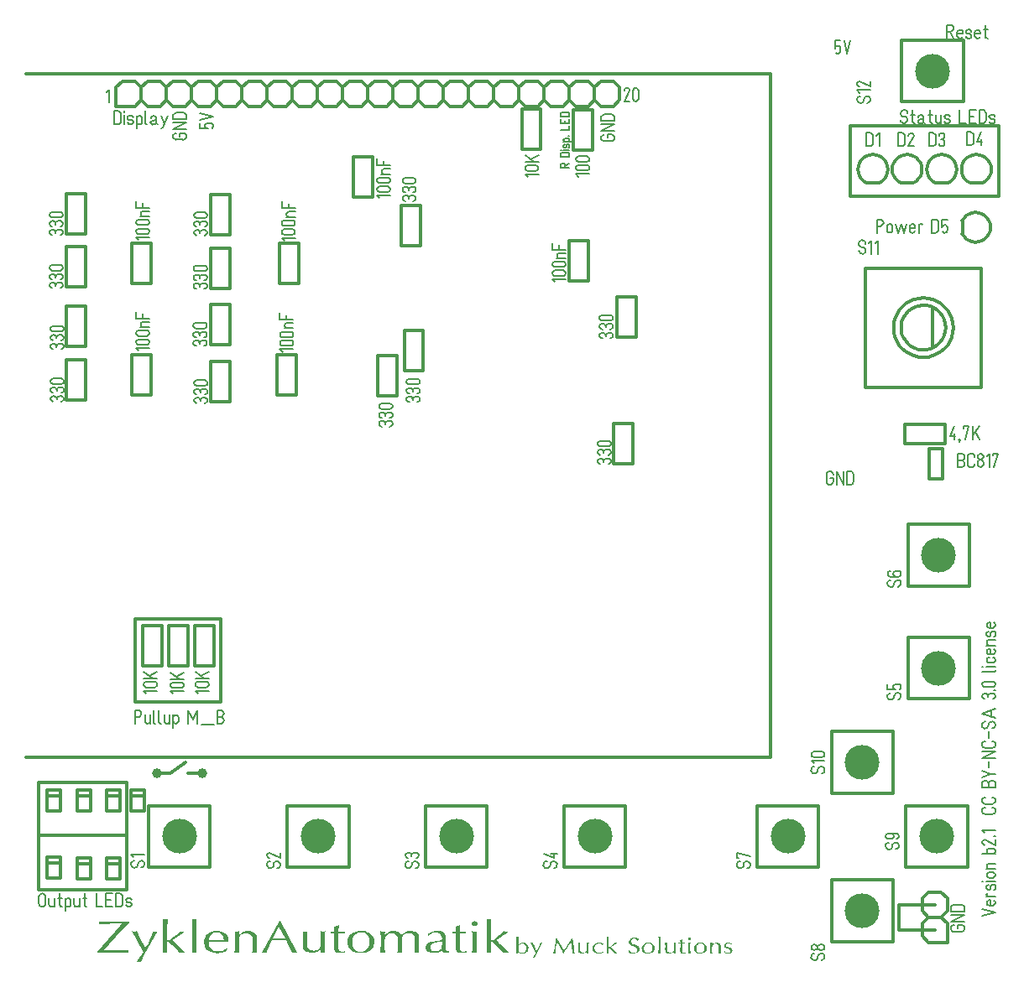
<source format=gto>
%FSLAX35Y35*%
%MOIN*%
%IN21=Bestoeckungsdruckoben(X.GTO)*%
%ADD10C,0.00591*%
%ADD11C,0.00512*%
%ADD12C,0.00614*%
%ADD13C,0.00768*%
%ADD14C,0.00787*%
%ADD15C,0.01181*%
%ADD16C,0.01280*%
%ADD17C,0.01575*%
%ADD18C,0.01969*%
%ADD19C,0.02362*%
%ADD20C,0.02795*%
%ADD21C,0.03937*%
%ADD22C,0.12205*%
%ADD23C,0.13780*%
%ADD24C,0.14173*%
%AMR_25*21,1,0.00787,0.00787,0,0,0.000*%
%ADD25R_25*%
%AMR_26*21,1,0.01575,0.01575,0,0,0.000*%
%ADD26R_26*%
%AMR_27*21,1,0.01870,0.01870,0,0,0.000*%
%ADD27R_27*%
%AMR_28*21,1,0.01969,0.01969,0,0,0.000*%
%ADD28R_28*%
%AMR_29*21,1,0.02559,0.02559,0,0,0.000*%
%ADD29R_29*%
%AMR_30*21,1,0.04587,0.05433,0,0,90.000*%
%ADD30R_30*%
%AMR_31*21,1,0.05000,0.05000,0,0,0.000*%
%ADD31R_31*%
%AMR_32*21,1,0.05000,0.05000,0,0,90.000*%
%ADD32R_32*%
%AMR_33*21,1,0.05000,0.05000,0,0,270.000*%
%ADD33R_33*%
%AMR_34*21,1,0.05000,0.09843,0,0,270.000*%
%ADD34R_34*%
%AMR_35*21,1,0.05000,0.10000,0,0,90.000*%
%ADD35R_35*%
%AMR_36*21,1,0.12205,0.05118,0,0,90.000*%
%ADD36R_36*%
%AMR_37*21,1,0.12205,0.05118,0,0,180.000*%
%ADD37R_37*%
%AMR_38*21,1,0.19685,0.19685,0,0,0.000*%
%ADD38R_38*%
%AMOCT_39*4,1,8,0.023622,0.011811,0.011811,0.023622,-0.011811,0.023622,-0.023622,0.011811,-0.023622,-0.011811,-0.011811,-0.023622,0.011811,-0.023622,0.023622,-0.011811,0.023622,0.011811,0.000*%
%ADD39OCT_39*%
%AMOCT_40*4,1,8,0.029528,0.014764,0.014764,0.029528,-0.014764,0.029528,-0.029528,0.014764,-0.029528,-0.014764,-0.014764,-0.029528,0.014764,-0.029528,0.029528,-0.014764,0.029528,0.014764,0.000*%
%ADD40OCT_40*%
%AMOCT_41*4,1,8,0.031496,0.015748,0.015748,0.031496,-0.015748,0.031496,-0.031496,0.015748,-0.031496,-0.015748,-0.015748,-0.031496,0.015748,-0.031496,0.031496,-0.015748,0.031496,0.015748,-0.000*%
%ADD41OCT_41*%
%AMOCT_42*4,1,8,0.031496,0.015748,0.015748,0.031496,-0.015748,0.031496,-0.031496,0.015748,-0.031496,-0.015748,-0.015748,-0.031496,0.015748,-0.031496,0.031496,-0.015748,0.031496,0.015748,90.000*%
%ADD42OCT_42*%
%AMOCT_43*4,1,8,0.031496,0.015748,0.015748,0.031496,-0.015748,0.031496,-0.031496,0.015748,-0.031496,-0.015748,-0.015748,-0.031496,0.015748,-0.031496,0.031496,-0.015748,0.031496,0.015748,270.000*%
%ADD43OCT_43*%
%AMOCT_44*4,1,8,0.035433,0.017717,0.017717,0.035433,-0.017717,0.035433,-0.035433,0.017717,-0.035433,-0.017717,-0.017717,-0.035433,0.017717,-0.035433,0.035433,-0.017717,0.035433,0.017717,-0.000*%
%ADD44OCT_44*%
%AMOCT_45*4,1,8,0.035433,0.017717,0.017717,0.035433,-0.017717,0.035433,-0.035433,0.017717,-0.035433,-0.017717,-0.017717,-0.035433,0.017717,-0.035433,0.035433,-0.017717,0.035433,0.017717,180.000*%
%ADD45OCT_45*%
%AMOCT_46*4,1,8,0.035433,0.017717,0.017717,0.035433,-0.017717,0.035433,-0.035433,0.017717,-0.035433,-0.017717,-0.017717,-0.035433,0.017717,-0.035433,0.035433,-0.017717,0.035433,0.017717,270.000*%
%ADD46OCT_46*%
%AMOCT_47*4,1,8,0.037402,0.018701,0.018701,0.037402,-0.018701,0.037402,-0.037402,0.018701,-0.037402,-0.018701,-0.018701,-0.037402,0.018701,-0.037402,0.037402,-0.018701,0.037402,0.018701,180.000*%
%ADD47OCT_47*%
%AMOCT_48*4,1,8,0.039370,0.019685,0.019685,0.039370,-0.019685,0.039370,-0.039370,0.019685,-0.039370,-0.019685,-0.019685,-0.039370,0.019685,-0.039370,0.039370,-0.019685,0.039370,0.019685,0.000*%
%ADD48OCT_48*%
%AMOCT_49*4,1,8,0.051181,0.025591,0.025591,0.051181,-0.025591,0.051181,-0.051181,0.025591,-0.051181,-0.025591,-0.025591,-0.051181,0.025591,-0.051181,0.051181,-0.025591,0.051181,0.025591,180.000*%
%ADD49OCT_49*%
%AMOCT_50*4,1,8,0.063976,0.031988,0.031988,0.063976,-0.031988,0.063976,-0.063976,0.031988,-0.063976,-0.031988,-0.031988,-0.063976,0.031988,-0.063976,0.063976,-0.031988,0.063976,0.031988,180.000*%
%ADD50OCT_50*%
%AMO_51*20,1,0.03937,-0.00787,0.00000,0.00787,0.00000,0*1,1,0.03937,-0.00787,0.00000*1,1,0.03937,0.00787,0.00000*%
%ADD51O_51*%
%AMO_52*20,1,0.05000,-0.02421,0.00000,0.02421,0.00000,0*1,1,0.05000,-0.02421,0.00000*1,1,0.05000,0.02421,0.00000*%
%ADD52O_52*%
%AMO_53*20,1,0.05000,0.02500,0.00000,-0.02500,0.00000,0*1,1,0.05000,0.02500,0.00000*1,1,0.05000,-0.02500,0.00000*%
%ADD53O_53*%
%AMRR_54*21,1,0.06299,0.05039,0,0,-0.000*21,1,0.05039,0.06299,0,0,-0.000*1,1,0.01260,0.02520,0.02520*1,1,0.01260,-0.02520,-0.02520*1,1,0.01260,0.02520,-0.02520*1,1,0.01260,-0.02520,0.02520*%
%ADD54RR_54*%
%AMRR_55*21,1,0.06299,0.05039,0,0,90.000*21,1,0.05039,0.06299,0,0,90.000*1,1,0.01260,-0.02520,0.02520*1,1,0.01260,0.02520,-0.02520*1,1,0.01260,0.02520,0.02520*1,1,0.01260,-0.02520,-0.02520*%
%ADD55RR_55*%
%AMRR_56*21,1,0.06299,0.05039,0,0,270.000*21,1,0.05039,0.06299,0,0,270.000*1,1,0.01260,0.02520,-0.02520*1,1,0.01260,-0.02520,0.02520*1,1,0.01260,-0.02520,-0.02520*1,1,0.01260,0.02520,0.02520*%
%ADD56RR_56*%
G54D11*
X218312Y319970D02*
X214768Y319970D01*
X214768Y320836D01*
X216520Y320836D02*
X216401Y321279D01*
X216077Y321603D01*
X215634Y321722D01*
X215191Y321603D01*
X214867Y321279D01*
X214749Y320836D01*
X216540Y320836D02*
X216540Y319970D01*
X216540Y320836D02*
X218312Y321742D01*
X218312Y325206D02*
X218203Y325652D01*
X217886Y325983D01*
X217445Y326112D01*
X218312Y325206D02*
X218312Y324340D01*
X214768Y324340D01*
X214768Y325206D01*
X215634Y326112D02*
X215194Y325983D01*
X214877Y325652D01*
X214768Y325206D01*
X215634Y326112D02*
X217445Y326112D01*
X218312Y327017D02*
X215831Y327017D01*
X215123Y327017D02*
X214768Y327017D01*
X217800Y327923D02*
X218056Y327991D01*
X218243Y328179D01*
X218312Y328435D01*
X218312Y328789D01*
X218250Y329057D01*
X218063Y329259D01*
X217800Y329340D01*
X217603Y329340D01*
X217340Y329259D01*
X217152Y329057D01*
X217091Y328789D01*
X217091Y328435D01*
X215989Y328435D02*
X216094Y328111D01*
X216370Y327910D01*
X216710Y327910D01*
X216986Y328111D01*
X217091Y328435D01*
X215989Y328435D02*
X215989Y328789D01*
X216540Y329340D02*
X216264Y329266D01*
X216063Y329064D01*
X215989Y328789D01*
X219375Y330246D02*
X215989Y330246D01*
X217603Y330246D02*
X217957Y330341D01*
X218217Y330600D01*
X218312Y330954D01*
X218217Y331309D01*
X217957Y331568D01*
X217603Y331663D01*
X216737Y331663D02*
X217603Y331663D01*
X216737Y331663D02*
X216382Y331568D01*
X216123Y331309D01*
X216028Y330954D01*
X216123Y330600D01*
X216382Y330341D01*
X216737Y330246D01*
X217957Y332568D02*
X218312Y332568D01*
X214768Y335167D02*
X218312Y335167D01*
X218312Y336742D01*
X214768Y339419D02*
X214768Y337647D01*
X216540Y337647D01*
X216540Y338868D01*
X216540Y337647D02*
X218312Y337647D01*
X218312Y339419D01*
X218312Y341190D02*
X218203Y341636D01*
X217886Y341968D01*
X217445Y342096D01*
X218312Y341190D02*
X218312Y340324D01*
X214768Y340324D01*
X214768Y341190D01*
X215634Y342096D02*
X215194Y341968D01*
X214877Y341636D01*
X214768Y341190D01*
X215634Y342096D02*
X217445Y342096D01*
G54D13*
X38879Y337249D02*
X39390Y337338D01*
X39828Y337617D01*
X40125Y338041D01*
X40238Y338548D01*
X38879Y337249D02*
X37580Y337249D01*
X37580Y342563D01*
X38879Y342563D01*
X40238Y341264D02*
X40125Y341771D01*
X39828Y342195D01*
X39390Y342474D01*
X38879Y342563D01*
X40238Y341264D02*
X40238Y338548D01*
X41596Y337249D02*
X41596Y340969D01*
X41596Y342032D02*
X41596Y342563D01*
X42954Y338016D02*
X43057Y337632D01*
X43338Y337351D01*
X43722Y337249D01*
X44253Y337249D01*
X44656Y337340D01*
X44959Y337621D01*
X45080Y338016D01*
X45080Y338312D01*
X44959Y338706D01*
X44656Y338987D01*
X44253Y339079D01*
X43722Y339079D01*
X43722Y340733D02*
X43309Y340622D01*
X43006Y340319D01*
X42895Y339906D01*
X43006Y339493D01*
X43309Y339190D01*
X43722Y339079D01*
X43722Y340733D02*
X44253Y340733D01*
X45080Y339906D02*
X44969Y340319D01*
X44667Y340622D01*
X44253Y340733D01*
X46438Y335654D02*
X46438Y340733D01*
X46438Y338312D02*
X46544Y337850D01*
X46839Y337480D01*
X47265Y337275D01*
X47738Y337275D01*
X48164Y337480D01*
X48459Y337850D01*
X48564Y338312D01*
X48564Y339611D02*
X48564Y338312D01*
X48564Y339611D02*
X48459Y340072D01*
X48164Y340442D01*
X47738Y340647D01*
X47265Y340647D01*
X46839Y340442D01*
X46544Y340072D01*
X46438Y339611D01*
X49923Y342563D02*
X49923Y338016D01*
X50026Y337632D01*
X50307Y337351D01*
X50690Y337249D01*
X54175Y339611D02*
X54069Y340072D01*
X53774Y340442D01*
X53348Y340647D01*
X52875Y340647D01*
X52449Y340442D01*
X52154Y340072D01*
X52049Y339611D01*
X53348Y338843D02*
X53751Y338935D01*
X54053Y339216D01*
X54175Y339611D01*
X53348Y338843D02*
X52816Y338843D01*
X52816Y338813D02*
X52418Y338707D01*
X52126Y338415D01*
X52019Y338016D01*
X52126Y337618D01*
X52418Y337326D01*
X52816Y337219D01*
X52816Y337249D02*
X53348Y337249D01*
X53751Y337340D01*
X54053Y337621D01*
X54175Y338016D01*
X54175Y339611D02*
X54175Y337780D01*
X54706Y337249D01*
X56064Y340733D02*
X57364Y337249D01*
X58722Y340733D02*
X56832Y335949D01*
X56301Y335713D01*
X222014Y316544D02*
X220951Y317607D01*
X226266Y317607D01*
X222014Y321091D02*
X225203Y321091D01*
X222014Y321091D02*
X221552Y320986D01*
X221183Y320691D01*
X220977Y320264D01*
X220977Y319791D01*
X221183Y319365D01*
X221552Y319070D01*
X222014Y318965D01*
X225203Y318965D02*
X222014Y318965D01*
X225203Y318965D02*
X225664Y319070D01*
X226034Y319365D01*
X226239Y319791D01*
X226239Y320264D01*
X226034Y320691D01*
X225664Y320986D01*
X225203Y321091D01*
X222014Y324575D02*
X225203Y324575D01*
X222014Y324575D02*
X221552Y324470D01*
X221183Y324175D01*
X220977Y323749D01*
X220977Y323276D01*
X221183Y322849D01*
X221552Y322554D01*
X222014Y322449D01*
X225203Y322449D02*
X222014Y322449D01*
X225203Y322449D02*
X225664Y322554D01*
X226034Y322849D01*
X226239Y323276D01*
X226239Y323749D01*
X226034Y324175D01*
X225664Y324470D01*
X225203Y324575D01*
X201792Y316440D02*
X200729Y317503D01*
X206044Y317503D01*
X201792Y320988D02*
X204981Y320988D01*
X201792Y320988D02*
X201331Y320882D01*
X200961Y320587D01*
X200756Y320161D01*
X200756Y319688D01*
X200961Y319262D01*
X201331Y318967D01*
X201792Y318862D01*
X204981Y318862D02*
X201792Y318862D01*
X204981Y318862D02*
X205442Y318967D01*
X205812Y319262D01*
X206017Y319688D01*
X206017Y320161D01*
X205812Y320587D01*
X205442Y320882D01*
X204981Y320988D01*
X206044Y322346D02*
X200729Y322346D01*
X204213Y322346D02*
X200729Y325003D01*
X202855Y323409D02*
X206044Y325003D01*
X335930Y289876D02*
X335807Y290441D01*
X335461Y290903D01*
X334954Y291180D01*
X334378Y291221D01*
X333837Y291019D01*
X333429Y290611D01*
X333227Y290070D01*
X333268Y289494D01*
X333545Y288987D01*
X334007Y288641D01*
X334571Y288518D01*
X333272Y287160D02*
X333405Y286611D01*
X333753Y286166D01*
X334255Y285907D01*
X334819Y285879D01*
X335344Y286088D01*
X335734Y286496D01*
X335920Y287030D01*
X335867Y287592D01*
X335585Y288082D01*
X335126Y288410D01*
X334571Y288518D01*
X337288Y290113D02*
X338351Y291176D01*
X338351Y285861D01*
X339709Y290113D02*
X340772Y291176D01*
X340772Y285861D01*
X337618Y328577D02*
X338128Y328667D01*
X338566Y328945D01*
X338864Y329370D01*
X338976Y329876D01*
X337618Y328577D02*
X336318Y328577D01*
X336318Y333892D01*
X337618Y333892D01*
X338976Y332593D02*
X338864Y333099D01*
X338566Y333524D01*
X338128Y333802D01*
X337618Y333892D01*
X338976Y332593D02*
X338976Y329876D01*
X340334Y332829D02*
X341397Y333892D01*
X341397Y328577D01*
X350263Y328577D02*
X350774Y328667D01*
X351211Y328945D01*
X351509Y329370D01*
X351621Y329876D01*
X350263Y328577D02*
X348964Y328577D01*
X348964Y333892D01*
X350263Y333892D01*
X351621Y332593D02*
X351509Y333099D01*
X351211Y333524D01*
X350774Y333802D01*
X350263Y333892D01*
X351621Y332593D02*
X351621Y329876D01*
X355105Y332829D02*
X355000Y333290D01*
X354705Y333660D01*
X354279Y333866D01*
X353806Y333866D01*
X353380Y333660D01*
X353085Y333290D01*
X352979Y332829D01*
X355105Y332829D02*
X352979Y328577D01*
X355105Y328577D01*
X362480Y328577D02*
X362991Y328667D01*
X363428Y328945D01*
X363726Y329370D01*
X363838Y329876D01*
X362480Y328577D02*
X361181Y328577D01*
X361181Y333892D01*
X362480Y333892D01*
X363838Y332593D02*
X363726Y333099D01*
X363428Y333524D01*
X362991Y333802D01*
X362480Y333892D01*
X363838Y332593D02*
X363838Y329876D01*
X365196Y329640D02*
X365302Y329179D01*
X365597Y328809D01*
X366023Y328604D01*
X366496Y328604D01*
X366922Y328809D01*
X367217Y329179D01*
X367322Y329640D01*
X367322Y330408D02*
X367322Y329640D01*
X367322Y330408D02*
X367241Y330815D01*
X367011Y331160D01*
X366666Y331390D01*
X366259Y331471D01*
X365964Y331471D02*
X366259Y331471D01*
X365964Y331471D01*
X366259Y331471D02*
X366675Y331565D01*
X367023Y331812D01*
X367251Y332173D01*
X367322Y332593D01*
X367322Y332829D02*
X367322Y332593D01*
X367322Y332829D02*
X367217Y333290D01*
X366922Y333660D01*
X366496Y333866D01*
X366023Y333866D01*
X365597Y333660D01*
X365302Y333290D01*
X365196Y332829D01*
X377509Y328922D02*
X378020Y329012D01*
X378458Y329290D01*
X378755Y329715D01*
X378868Y330221D01*
X377509Y328922D02*
X376210Y328922D01*
X376210Y334237D01*
X377509Y334237D01*
X378868Y332937D02*
X378755Y333444D01*
X378458Y333869D01*
X378020Y334147D01*
X377509Y334237D01*
X378868Y332937D02*
X378868Y330221D01*
X381820Y334237D02*
X380226Y330221D01*
X382352Y330221D01*
X381820Y331284D02*
X381820Y328922D01*
X340442Y294202D02*
X340442Y296860D01*
X341742Y296860D01*
X341742Y296889D02*
X342250Y296990D01*
X342681Y297278D01*
X342969Y297710D01*
X343070Y298218D01*
X342969Y298726D01*
X342681Y299158D01*
X342250Y299446D01*
X341742Y299547D01*
X341742Y299517D02*
X340442Y299517D01*
X340442Y296860D01*
X346584Y296564D02*
X346584Y295265D01*
X346584Y296564D02*
X346479Y297026D01*
X346184Y297396D01*
X345758Y297601D01*
X345285Y297601D01*
X344858Y297396D01*
X344563Y297026D01*
X344458Y296564D01*
X344458Y295265D02*
X344458Y296564D01*
X344458Y295265D02*
X344563Y294804D01*
X344858Y294434D01*
X345285Y294229D01*
X345758Y294229D01*
X346184Y294434D01*
X346479Y294804D01*
X346584Y295265D01*
X347942Y297687D02*
X349005Y294202D01*
X350068Y297687D01*
X351131Y294202D01*
X352194Y297687D01*
X353553Y296033D02*
X355679Y296033D01*
X355679Y296564D01*
X355573Y297026D01*
X355278Y297396D01*
X354852Y297601D01*
X354379Y297601D01*
X353953Y297396D01*
X353658Y297026D01*
X353553Y296564D01*
X353553Y295265D01*
X353667Y294786D01*
X353984Y294410D01*
X354437Y294217D01*
X354928Y294248D01*
X355353Y294497D01*
X355620Y294911D01*
X357037Y294202D02*
X357037Y297687D01*
X358395Y297450D02*
X358073Y297640D01*
X357699Y297663D01*
X357356Y297514D01*
X357118Y297225D01*
X357037Y296860D01*
X363592Y294202D02*
X364103Y294292D01*
X364540Y294570D01*
X364838Y294995D01*
X364950Y295501D01*
X363592Y294202D02*
X362293Y294202D01*
X362293Y299517D01*
X363592Y299517D01*
X364950Y298218D02*
X364838Y298724D01*
X364540Y299149D01*
X364103Y299427D01*
X363592Y299517D01*
X364950Y298218D02*
X364950Y295501D01*
X366486Y294675D02*
X366808Y294362D01*
X367231Y294210D01*
X367679Y294247D01*
X368072Y294465D01*
X368340Y294826D01*
X368435Y295265D01*
X368435Y296328D01*
X368329Y296789D01*
X368034Y297159D01*
X367608Y297365D01*
X367135Y297365D01*
X366709Y297159D01*
X366414Y296789D01*
X366309Y296328D01*
X366309Y299517D01*
X368435Y299517D01*
X157897Y226940D02*
X158358Y227045D01*
X158728Y227340D01*
X158933Y227766D01*
X158933Y228239D01*
X158728Y228665D01*
X158358Y228960D01*
X157897Y229066D01*
X157129Y229066D02*
X157897Y229066D01*
X157129Y229066D02*
X156722Y228985D01*
X156377Y228754D01*
X156147Y228409D01*
X156066Y228003D01*
X156066Y227707D02*
X156066Y228003D01*
X156066Y227707D01*
X156066Y228003D02*
X155972Y228419D01*
X155725Y228767D01*
X155364Y228994D01*
X154944Y229066D01*
X154708Y229066D02*
X154944Y229066D01*
X154708Y229066D02*
X154247Y228960D01*
X153877Y228665D01*
X153672Y228239D01*
X153672Y227766D01*
X153877Y227340D01*
X154247Y227045D01*
X154708Y226940D01*
X157897Y230424D02*
X158358Y230529D01*
X158728Y230824D01*
X158933Y231250D01*
X158933Y231723D01*
X158728Y232150D01*
X158358Y232445D01*
X157897Y232550D01*
X157129Y232550D02*
X157897Y232550D01*
X157129Y232550D02*
X156722Y232469D01*
X156377Y232239D01*
X156147Y231894D01*
X156066Y231487D01*
X156066Y231192D02*
X156066Y231487D01*
X156066Y231192D01*
X156066Y231487D02*
X155972Y231903D01*
X155725Y232251D01*
X155364Y232478D01*
X154944Y232550D01*
X154708Y232550D02*
X154944Y232550D01*
X154708Y232550D02*
X154247Y232445D01*
X153877Y232150D01*
X153672Y231723D01*
X153672Y231250D01*
X153877Y230824D01*
X154247Y230529D01*
X154708Y230424D01*
X154708Y236034D02*
X157897Y236034D01*
X154708Y236034D02*
X154247Y235929D01*
X153877Y235634D01*
X153672Y235208D01*
X153672Y234735D01*
X153877Y234308D01*
X154247Y234013D01*
X154708Y233908D01*
X157897Y233908D02*
X154708Y233908D01*
X157897Y233908D02*
X158358Y234013D01*
X158728Y234308D01*
X158933Y234735D01*
X158933Y235208D01*
X158728Y235634D01*
X158358Y235929D01*
X157897Y236034D01*
X147001Y217205D02*
X147462Y217311D01*
X147832Y217606D01*
X148038Y218032D01*
X148038Y218505D01*
X147832Y218931D01*
X147462Y219226D01*
X147001Y219331D01*
X146233Y219331D02*
X147001Y219331D01*
X146233Y219331D02*
X145827Y219250D01*
X145482Y219020D01*
X145251Y218675D01*
X145170Y218268D01*
X145170Y217973D02*
X145170Y218268D01*
X145170Y217973D01*
X145170Y218268D02*
X145076Y218684D01*
X144830Y219032D01*
X144469Y219260D01*
X144048Y219331D01*
X143812Y219331D02*
X144048Y219331D01*
X143812Y219331D02*
X143351Y219226D01*
X142981Y218931D01*
X142776Y218505D01*
X142776Y218032D01*
X142981Y217606D01*
X143351Y217311D01*
X143812Y217205D01*
X147001Y220690D02*
X147462Y220795D01*
X147832Y221090D01*
X148038Y221516D01*
X148038Y221989D01*
X147832Y222415D01*
X147462Y222710D01*
X147001Y222816D01*
X146233Y222816D02*
X147001Y222816D01*
X146233Y222816D02*
X145827Y222735D01*
X145482Y222504D01*
X145251Y222159D01*
X145170Y221753D01*
X145170Y221457D02*
X145170Y221753D01*
X145170Y221457D01*
X145170Y221753D02*
X145076Y222169D01*
X144830Y222517D01*
X144469Y222744D01*
X144048Y222816D01*
X143812Y222816D02*
X144048Y222816D01*
X143812Y222816D02*
X143351Y222710D01*
X142981Y222415D01*
X142776Y221989D01*
X142776Y221516D01*
X142981Y221090D01*
X143351Y220795D01*
X143812Y220690D01*
X143812Y226300D02*
X147001Y226300D01*
X143812Y226300D02*
X143351Y226195D01*
X142981Y225900D01*
X142776Y225473D01*
X142776Y225000D01*
X142981Y224574D01*
X143351Y224279D01*
X143812Y224174D01*
X147001Y224174D02*
X143812Y224174D01*
X147001Y224174D02*
X147462Y224279D01*
X147832Y224574D01*
X148038Y225000D01*
X148038Y225473D01*
X147832Y225900D01*
X147462Y226195D01*
X147001Y226300D01*
X156322Y306861D02*
X156783Y306966D01*
X157153Y307261D01*
X157358Y307687D01*
X157358Y308160D01*
X157153Y308587D01*
X156783Y308882D01*
X156322Y308987D01*
X155554Y308987D02*
X156322Y308987D01*
X155554Y308987D02*
X155148Y308906D01*
X154803Y308676D01*
X154572Y308331D01*
X154491Y307924D01*
X154491Y307629D02*
X154491Y307924D01*
X154491Y307629D01*
X154491Y307924D02*
X154397Y308340D01*
X154151Y308688D01*
X153790Y308915D01*
X153369Y308987D01*
X153133Y308987D02*
X153369Y308987D01*
X153133Y308987D02*
X152672Y308882D01*
X152302Y308587D01*
X152097Y308160D01*
X152097Y307687D01*
X152302Y307261D01*
X152672Y306966D01*
X153133Y306861D01*
X156322Y310345D02*
X156783Y310450D01*
X157153Y310745D01*
X157358Y311172D01*
X157358Y311645D01*
X157153Y312071D01*
X156783Y312366D01*
X156322Y312471D01*
X155554Y312471D02*
X156322Y312471D01*
X155554Y312471D02*
X155148Y312390D01*
X154803Y312160D01*
X154572Y311815D01*
X154491Y311408D01*
X154491Y311113D02*
X154491Y311408D01*
X154491Y311113D01*
X154491Y311408D02*
X154397Y311824D01*
X154151Y312172D01*
X153790Y312399D01*
X153369Y312471D01*
X153133Y312471D02*
X153369Y312471D01*
X153133Y312471D02*
X152672Y312366D01*
X152302Y312071D01*
X152097Y311645D01*
X152097Y311172D01*
X152302Y310745D01*
X152672Y310450D01*
X153133Y310345D01*
X153133Y315955D02*
X156322Y315955D01*
X153133Y315955D02*
X152672Y315850D01*
X152302Y315555D01*
X152097Y315129D01*
X152097Y314656D01*
X152302Y314230D01*
X152672Y313935D01*
X153133Y313829D01*
X156322Y313829D02*
X153133Y313829D01*
X156322Y313829D02*
X156783Y313935D01*
X157153Y314230D01*
X157358Y314656D01*
X157358Y315129D01*
X157153Y315555D01*
X156783Y315850D01*
X156322Y315955D01*
X142894Y308059D02*
X141831Y309122D01*
X147146Y309122D01*
X142894Y312607D02*
X146083Y312607D01*
X142894Y312607D02*
X142433Y312501D01*
X142063Y312206D01*
X141858Y311780D01*
X141858Y311307D01*
X142063Y310881D01*
X142433Y310586D01*
X142894Y310481D01*
X146083Y310481D02*
X142894Y310481D01*
X146083Y310481D02*
X146545Y310586D01*
X146915Y310881D01*
X147120Y311307D01*
X147120Y311780D01*
X146915Y312206D01*
X146545Y312501D01*
X146083Y312607D01*
X142894Y316091D02*
X146083Y316091D01*
X142894Y316091D02*
X142433Y315986D01*
X142063Y315691D01*
X141858Y315264D01*
X141858Y314791D01*
X142063Y314365D01*
X142433Y314070D01*
X142894Y313965D01*
X146083Y313965D02*
X142894Y313965D01*
X146083Y313965D02*
X146545Y314070D01*
X146915Y314365D01*
X147120Y314791D01*
X147120Y315264D01*
X146915Y315691D01*
X146545Y315986D01*
X146083Y316091D01*
X147146Y317449D02*
X143662Y317449D01*
X144784Y319575D02*
X144323Y319470D01*
X143953Y319175D01*
X143748Y318749D01*
X143748Y318276D01*
X143953Y317849D01*
X144323Y317554D01*
X144784Y317449D01*
X144784Y319575D02*
X147146Y319575D01*
X141831Y323591D02*
X141831Y320933D01*
X144489Y320933D01*
X144489Y322764D01*
X144489Y320933D02*
X147146Y320933D01*
X73534Y226504D02*
X73995Y226610D01*
X74365Y226905D01*
X74571Y227331D01*
X74571Y227804D01*
X74365Y228230D01*
X73995Y228525D01*
X73534Y228630D01*
X72767Y228630D02*
X73534Y228630D01*
X72767Y228630D02*
X72360Y228549D01*
X72015Y228319D01*
X71784Y227974D01*
X71704Y227567D01*
X71704Y227272D02*
X71704Y227567D01*
X71704Y227272D01*
X71704Y227567D02*
X71609Y227983D01*
X71363Y228331D01*
X71002Y228559D01*
X70581Y228630D01*
X70345Y228630D02*
X70581Y228630D01*
X70345Y228630D02*
X69884Y228525D01*
X69514Y228230D01*
X69309Y227804D01*
X69309Y227331D01*
X69514Y226905D01*
X69884Y226610D01*
X70345Y226504D01*
X73534Y229989D02*
X73995Y230094D01*
X74365Y230389D01*
X74571Y230815D01*
X74571Y231288D01*
X74365Y231714D01*
X73995Y232009D01*
X73534Y232115D01*
X72767Y232115D02*
X73534Y232115D01*
X72767Y232115D02*
X72360Y232034D01*
X72015Y231803D01*
X71784Y231458D01*
X71704Y231052D01*
X71704Y230756D02*
X71704Y231052D01*
X71704Y230756D01*
X71704Y231052D02*
X71609Y231467D01*
X71363Y231816D01*
X71002Y232043D01*
X70581Y232115D01*
X70345Y232115D02*
X70581Y232115D01*
X70345Y232115D02*
X69884Y232009D01*
X69514Y231714D01*
X69309Y231288D01*
X69309Y230815D01*
X69514Y230389D01*
X69884Y230094D01*
X70345Y229989D01*
X70345Y235599D02*
X73534Y235599D01*
X70345Y235599D02*
X69884Y235493D01*
X69514Y235199D01*
X69309Y234772D01*
X69309Y234299D01*
X69514Y233873D01*
X69884Y233578D01*
X70345Y233473D01*
X73534Y233473D02*
X70345Y233473D01*
X73534Y233473D02*
X73995Y233578D01*
X74365Y233873D01*
X74571Y234299D01*
X74571Y234772D01*
X74365Y235199D01*
X73995Y235493D01*
X73534Y235599D01*
X104418Y246837D02*
X103355Y247900D01*
X108669Y247900D01*
X104418Y251384D02*
X107606Y251384D01*
X104418Y251384D02*
X103956Y251279D01*
X103586Y250984D01*
X103381Y250558D01*
X103381Y250085D01*
X103586Y249658D01*
X103956Y249363D01*
X104418Y249258D01*
X107606Y249258D02*
X104418Y249258D01*
X107606Y249258D02*
X108068Y249363D01*
X108438Y249658D01*
X108643Y250085D01*
X108643Y250558D01*
X108438Y250984D01*
X108068Y251279D01*
X107606Y251384D01*
X104418Y254868D02*
X107606Y254868D01*
X104418Y254868D02*
X103956Y254763D01*
X103586Y254468D01*
X103381Y254042D01*
X103381Y253569D01*
X103586Y253143D01*
X103956Y252848D01*
X104418Y252742D01*
X107606Y252742D02*
X104418Y252742D01*
X107606Y252742D02*
X108068Y252848D01*
X108438Y253143D01*
X108643Y253569D01*
X108643Y254042D01*
X108438Y254468D01*
X108068Y254763D01*
X107606Y254868D01*
X108669Y256227D02*
X105185Y256227D01*
X106307Y258353D02*
X105846Y258247D01*
X105476Y257952D01*
X105271Y257526D01*
X105271Y257053D01*
X105476Y256627D01*
X105846Y256332D01*
X106307Y256227D01*
X106307Y258353D02*
X108669Y258353D01*
X103355Y262368D02*
X103355Y259711D01*
X106012Y259711D01*
X106012Y261542D01*
X106012Y259711D02*
X108669Y259711D01*
X105111Y291059D02*
X104048Y292122D01*
X109363Y292122D01*
X105111Y295607D02*
X108300Y295607D01*
X105111Y295607D02*
X104650Y295501D01*
X104280Y295206D01*
X104075Y294780D01*
X104075Y294307D01*
X104280Y293881D01*
X104650Y293586D01*
X105111Y293481D01*
X108300Y293481D02*
X105111Y293481D01*
X108300Y293481D02*
X108762Y293586D01*
X109131Y293881D01*
X109337Y294307D01*
X109337Y294780D01*
X109131Y295206D01*
X108762Y295501D01*
X108300Y295607D01*
X105111Y299091D02*
X108300Y299091D01*
X105111Y299091D02*
X104650Y298986D01*
X104280Y298691D01*
X104075Y298264D01*
X104075Y297791D01*
X104280Y297365D01*
X104650Y297070D01*
X105111Y296965D01*
X108300Y296965D02*
X105111Y296965D01*
X108300Y296965D02*
X108762Y297070D01*
X109131Y297365D01*
X109337Y297791D01*
X109337Y298264D01*
X109131Y298691D01*
X108762Y298986D01*
X108300Y299091D01*
X109363Y300449D02*
X105879Y300449D01*
X107001Y302575D02*
X106540Y302470D01*
X106170Y302175D01*
X105965Y301749D01*
X105965Y301276D01*
X106170Y300849D01*
X106540Y300554D01*
X107001Y300449D01*
X107001Y302575D02*
X109363Y302575D01*
X104048Y306591D02*
X104048Y303933D01*
X106706Y303933D01*
X106706Y305764D01*
X106706Y303933D02*
X109363Y303933D01*
X73236Y249243D02*
X73698Y249348D01*
X74067Y249643D01*
X74273Y250069D01*
X74273Y250542D01*
X74067Y250969D01*
X73698Y251263D01*
X73236Y251369D01*
X72469Y251369D02*
X73236Y251369D01*
X72469Y251369D02*
X72062Y251288D01*
X71717Y251057D01*
X71487Y250713D01*
X71406Y250306D01*
X71406Y250010D02*
X71406Y250306D01*
X71406Y250010D01*
X71406Y250306D02*
X71311Y250722D01*
X71065Y251070D01*
X70704Y251297D01*
X70284Y251369D01*
X70047Y251369D02*
X70284Y251369D01*
X70047Y251369D02*
X69586Y251263D01*
X69216Y250969D01*
X69011Y250542D01*
X69011Y250069D01*
X69216Y249643D01*
X69586Y249348D01*
X70047Y249243D01*
X73236Y252727D02*
X73698Y252832D01*
X74067Y253127D01*
X74273Y253553D01*
X74273Y254027D01*
X74067Y254453D01*
X73698Y254748D01*
X73236Y254853D01*
X72469Y254853D02*
X73236Y254853D01*
X72469Y254853D02*
X72062Y254772D01*
X71717Y254542D01*
X71487Y254197D01*
X71406Y253790D01*
X71406Y253495D02*
X71406Y253790D01*
X71406Y253495D01*
X71406Y253790D02*
X71311Y254206D01*
X71065Y254554D01*
X70704Y254781D01*
X70284Y254853D01*
X70047Y254853D02*
X70284Y254853D01*
X70047Y254853D02*
X69586Y254748D01*
X69216Y254453D01*
X69011Y254027D01*
X69011Y253553D01*
X69216Y253127D01*
X69586Y252832D01*
X70047Y252727D01*
X70047Y258337D02*
X73236Y258337D01*
X70047Y258337D02*
X69586Y258232D01*
X69216Y257937D01*
X69011Y257511D01*
X69011Y257038D01*
X69216Y256611D01*
X69586Y256317D01*
X70047Y256211D01*
X73236Y256211D02*
X70047Y256211D01*
X73236Y256211D02*
X73698Y256317D01*
X74067Y256611D01*
X74273Y257038D01*
X74273Y257511D01*
X74067Y257937D01*
X73698Y258232D01*
X73236Y258337D01*
X73337Y271942D02*
X73799Y272048D01*
X74168Y272342D01*
X74374Y272769D01*
X74374Y273242D01*
X74168Y273668D01*
X73799Y273963D01*
X73337Y274068D01*
X72570Y274068D02*
X73337Y274068D01*
X72570Y274068D02*
X72163Y273987D01*
X71818Y273757D01*
X71588Y273412D01*
X71507Y273005D01*
X71507Y272710D02*
X71507Y273005D01*
X71507Y272710D01*
X71507Y273005D02*
X71412Y273421D01*
X71166Y273769D01*
X70805Y273997D01*
X70385Y274068D01*
X70148Y274068D02*
X70385Y274068D01*
X70148Y274068D02*
X69687Y273963D01*
X69317Y273668D01*
X69112Y273242D01*
X69112Y272769D01*
X69317Y272342D01*
X69687Y272048D01*
X70148Y271942D01*
X73337Y275427D02*
X73799Y275532D01*
X74168Y275827D01*
X74374Y276253D01*
X74374Y276726D01*
X74168Y277152D01*
X73799Y277447D01*
X73337Y277553D01*
X72570Y277553D02*
X73337Y277553D01*
X72570Y277553D02*
X72163Y277472D01*
X71818Y277241D01*
X71588Y276896D01*
X71507Y276490D01*
X71507Y276194D02*
X71507Y276490D01*
X71507Y276194D01*
X71507Y276490D02*
X71412Y276905D01*
X71166Y277254D01*
X70805Y277481D01*
X70385Y277553D01*
X70148Y277553D02*
X70385Y277553D01*
X70148Y277553D02*
X69687Y277447D01*
X69317Y277152D01*
X69112Y276726D01*
X69112Y276253D01*
X69317Y275827D01*
X69687Y275532D01*
X70148Y275427D01*
X70148Y281037D02*
X73337Y281037D01*
X70148Y281037D02*
X69687Y280931D01*
X69317Y280637D01*
X69112Y280210D01*
X69112Y279737D01*
X69317Y279311D01*
X69687Y279016D01*
X70148Y278911D01*
X73337Y278911D02*
X70148Y278911D01*
X73337Y278911D02*
X73799Y279016D01*
X74168Y279311D01*
X74374Y279737D01*
X74374Y280210D01*
X74168Y280637D01*
X73799Y280931D01*
X73337Y281037D01*
X73433Y293175D02*
X73894Y293280D01*
X74264Y293575D01*
X74470Y294001D01*
X74470Y294474D01*
X74264Y294901D01*
X73894Y295196D01*
X73433Y295301D01*
X72666Y295301D02*
X73433Y295301D01*
X72666Y295301D02*
X72259Y295220D01*
X71914Y294989D01*
X71683Y294645D01*
X71603Y294238D01*
X71603Y293943D02*
X71603Y294238D01*
X71603Y293943D01*
X71603Y294238D02*
X71508Y294654D01*
X71262Y295002D01*
X70901Y295229D01*
X70480Y295301D01*
X70244Y295301D02*
X70480Y295301D01*
X70244Y295301D02*
X69783Y295196D01*
X69413Y294901D01*
X69208Y294474D01*
X69208Y294001D01*
X69413Y293575D01*
X69783Y293280D01*
X70244Y293175D01*
X73433Y296659D02*
X73894Y296764D01*
X74264Y297059D01*
X74470Y297486D01*
X74470Y297959D01*
X74264Y298385D01*
X73894Y298680D01*
X73433Y298785D01*
X72666Y298785D02*
X73433Y298785D01*
X72666Y298785D02*
X72259Y298704D01*
X71914Y298474D01*
X71683Y298129D01*
X71603Y297722D01*
X71603Y297427D02*
X71603Y297722D01*
X71603Y297427D01*
X71603Y297722D02*
X71508Y298138D01*
X71262Y298486D01*
X70901Y298713D01*
X70480Y298785D01*
X70244Y298785D02*
X70480Y298785D01*
X70244Y298785D02*
X69783Y298680D01*
X69413Y298385D01*
X69208Y297959D01*
X69208Y297486D01*
X69413Y297059D01*
X69783Y296764D01*
X70244Y296659D01*
X70244Y302269D02*
X73433Y302269D01*
X70244Y302269D02*
X69783Y302164D01*
X69413Y301869D01*
X69208Y301443D01*
X69208Y300970D01*
X69413Y300544D01*
X69783Y300249D01*
X70244Y300143D01*
X73433Y300143D02*
X70244Y300143D01*
X73433Y300143D02*
X73894Y300249D01*
X74264Y300544D01*
X74470Y300970D01*
X74470Y301443D01*
X74264Y301869D01*
X73894Y302164D01*
X73433Y302269D01*
X373843Y203700D02*
X372544Y203700D01*
X373843Y203730D02*
X374351Y203831D01*
X374783Y204119D01*
X375071Y204550D01*
X375172Y205059D01*
X375071Y205567D01*
X374783Y205998D01*
X374351Y206286D01*
X373843Y206387D01*
X372544Y206358D02*
X373843Y206358D01*
X372544Y201043D02*
X372544Y206358D01*
X373843Y201043D02*
X372544Y201043D01*
X373843Y201013D02*
X374351Y201114D01*
X374783Y201402D01*
X375071Y201834D01*
X375172Y202342D01*
X375071Y202851D01*
X374783Y203282D01*
X374351Y203570D01*
X373843Y203671D01*
X379187Y205059D02*
X379086Y205567D01*
X378798Y205998D01*
X378367Y206286D01*
X377859Y206387D01*
X377350Y206286D01*
X376919Y205998D01*
X376631Y205567D01*
X376530Y205059D01*
X376560Y205059D02*
X376560Y202342D01*
X376530Y202342D02*
X376631Y201834D01*
X376919Y201402D01*
X377350Y201114D01*
X377859Y201013D01*
X378367Y201114D01*
X378798Y201402D01*
X379086Y201834D01*
X379187Y202342D01*
X382701Y202874D02*
X382701Y202106D01*
X382701Y202874D02*
X382596Y203335D01*
X382301Y203705D01*
X381875Y203910D01*
X381402Y203910D01*
X380976Y203705D01*
X380681Y203335D01*
X380575Y202874D01*
X380575Y202106D02*
X380575Y202874D01*
X380575Y202106D02*
X380681Y201645D01*
X380976Y201275D01*
X381402Y201069D01*
X381875Y201069D01*
X382301Y201275D01*
X382596Y201645D01*
X382701Y202106D01*
X382701Y205295D02*
X382701Y205059D01*
X382701Y205295D02*
X382596Y205756D01*
X382301Y206126D01*
X381875Y206331D01*
X381402Y206331D01*
X380976Y206126D01*
X380681Y205756D01*
X380575Y205295D01*
X380575Y205059D02*
X380575Y205295D01*
X380575Y205059D02*
X380681Y204597D01*
X380976Y204227D01*
X381402Y204022D01*
X381875Y204022D01*
X382301Y204227D01*
X382596Y204597D01*
X382701Y205059D01*
X384060Y205295D02*
X385123Y206358D01*
X385123Y201043D01*
X386481Y205590D02*
X386481Y206358D01*
X388607Y206358D01*
X387012Y201043D01*
X371113Y217304D02*
X369518Y213288D01*
X371644Y213288D01*
X371113Y214351D02*
X371113Y211989D01*
X373003Y211989D02*
X373534Y211989D01*
X373062Y210926D01*
X374892Y216536D02*
X374892Y217304D01*
X377018Y217304D01*
X375424Y211989D01*
X378377Y211989D02*
X378377Y217304D01*
X378377Y213820D02*
X381034Y217304D01*
X379440Y215178D02*
X381034Y211989D01*
X45590Y44576D02*
X45026Y44454D01*
X44564Y44107D01*
X44287Y43601D01*
X44246Y43025D01*
X44447Y42484D01*
X44856Y42075D01*
X45397Y41874D01*
X45973Y41915D01*
X46480Y42191D01*
X46826Y42654D01*
X46948Y43218D01*
X48307Y41919D02*
X48856Y42051D01*
X49300Y42400D01*
X49560Y42901D01*
X49587Y43466D01*
X49378Y43990D01*
X48970Y44381D01*
X48437Y44566D01*
X47874Y44514D01*
X47385Y44232D01*
X47056Y43772D01*
X46948Y43218D01*
X45354Y45935D02*
X44291Y46998D01*
X49606Y46998D01*
X99527Y44379D02*
X98963Y44257D01*
X98501Y43911D01*
X98224Y43404D01*
X98183Y42828D01*
X98384Y42287D01*
X98793Y41879D01*
X99334Y41677D01*
X99910Y41718D01*
X100417Y41995D01*
X100763Y42457D01*
X100885Y43021D01*
X102244Y41722D02*
X102793Y41854D01*
X103237Y42203D01*
X103497Y42705D01*
X103524Y43269D01*
X103315Y43793D01*
X102907Y44184D01*
X102374Y44369D01*
X101811Y44317D01*
X101322Y44035D01*
X100993Y43576D01*
X100885Y43021D01*
X99291Y47864D02*
X98830Y47758D01*
X98460Y47463D01*
X98254Y47037D01*
X98254Y46564D01*
X98460Y46138D01*
X98830Y45843D01*
X99291Y45738D01*
X99291Y47864D02*
X103543Y45738D01*
X103543Y47864D01*
X154448Y44379D02*
X153884Y44257D01*
X153422Y43911D01*
X153145Y43404D01*
X153104Y42828D01*
X153306Y42287D01*
X153714Y41879D01*
X154255Y41677D01*
X154831Y41718D01*
X155338Y41995D01*
X155684Y42457D01*
X155807Y43021D01*
X157165Y41722D02*
X157714Y41854D01*
X158158Y42203D01*
X158418Y42705D01*
X158446Y43269D01*
X158237Y43793D01*
X157828Y44184D01*
X157295Y44369D01*
X156733Y44317D01*
X156243Y44035D01*
X155914Y43576D01*
X155807Y43021D01*
X157401Y45738D02*
X157862Y45843D01*
X158232Y46138D01*
X158437Y46564D01*
X158437Y47037D01*
X158232Y47463D01*
X157862Y47758D01*
X157401Y47864D01*
X156633Y47864D02*
X157401Y47864D01*
X156633Y47864D02*
X156227Y47783D01*
X155882Y47552D01*
X155651Y47207D01*
X155570Y46801D01*
X155570Y46505D02*
X155570Y46801D01*
X155570Y46505D01*
X155570Y46801D02*
X155476Y47217D01*
X155230Y47565D01*
X154869Y47792D01*
X154448Y47864D01*
X154212Y47864D02*
X154448Y47864D01*
X154212Y47864D02*
X153751Y47758D01*
X153381Y47463D01*
X153176Y47037D01*
X153176Y46564D01*
X153381Y46138D01*
X153751Y45843D01*
X154212Y45738D01*
X209370Y44379D02*
X208805Y44257D01*
X208343Y43911D01*
X208066Y43404D01*
X208025Y42828D01*
X208227Y42287D01*
X208635Y41879D01*
X209176Y41677D01*
X209752Y41718D01*
X210259Y41995D01*
X210605Y42457D01*
X210728Y43021D01*
X212086Y41722D02*
X212635Y41854D01*
X213080Y42203D01*
X213339Y42705D01*
X213367Y43269D01*
X213158Y43793D01*
X212750Y44184D01*
X212216Y44369D01*
X211654Y44317D01*
X211164Y44035D01*
X210836Y43576D01*
X210728Y43021D01*
X208070Y47332D02*
X212086Y45738D01*
X212086Y47864D01*
X211023Y47332D02*
X213385Y47332D01*
X345984Y111309D02*
X345420Y111186D01*
X344957Y110840D01*
X344681Y110333D01*
X344639Y109757D01*
X344841Y109216D01*
X345249Y108808D01*
X345790Y108606D01*
X346366Y108647D01*
X346873Y108924D01*
X347219Y109386D01*
X347342Y109950D01*
X348700Y108651D02*
X349249Y108783D01*
X349694Y109132D01*
X349953Y109634D01*
X349981Y110198D01*
X349772Y110723D01*
X349364Y111113D01*
X348830Y111299D01*
X348268Y111246D01*
X347778Y110964D01*
X347450Y110505D01*
X347342Y109950D01*
X349527Y112844D02*
X349840Y113167D01*
X349991Y113590D01*
X349955Y114038D01*
X349737Y114430D01*
X349376Y114698D01*
X348937Y114793D01*
X347874Y114793D01*
X347412Y114688D01*
X347042Y114393D01*
X346837Y113966D01*
X346837Y113493D01*
X347042Y113067D01*
X347412Y112772D01*
X347874Y112667D01*
X344685Y112667D01*
X344685Y114793D01*
X345984Y156190D02*
X345420Y156068D01*
X344957Y155722D01*
X344681Y155215D01*
X344639Y154639D01*
X344841Y154098D01*
X345249Y153690D01*
X345790Y153488D01*
X346366Y153529D01*
X346873Y153806D01*
X347219Y154268D01*
X347342Y154832D01*
X348700Y153533D02*
X349249Y153665D01*
X349694Y154014D01*
X349953Y154516D01*
X349981Y155080D01*
X349772Y155604D01*
X349364Y155995D01*
X348830Y156180D01*
X348268Y156128D01*
X347778Y155846D01*
X347450Y155387D01*
X347342Y154832D01*
X345748Y159675D02*
X345286Y159569D01*
X344916Y159274D01*
X344711Y158848D01*
X344711Y158375D01*
X344916Y157949D01*
X345286Y157654D01*
X345748Y157549D01*
X348937Y157549D01*
X349398Y157654D01*
X349768Y157949D01*
X349973Y158375D01*
X349973Y158848D01*
X349768Y159274D01*
X349398Y159569D01*
X348937Y159675D01*
X347874Y159675D01*
X347412Y159569D01*
X347042Y159274D01*
X346837Y158848D01*
X346837Y158375D01*
X347042Y157949D01*
X347412Y157654D01*
X347874Y157549D01*
X286141Y44379D02*
X285577Y44257D01*
X285115Y43911D01*
X284838Y43404D01*
X284797Y42828D01*
X284999Y42287D01*
X285407Y41879D01*
X285948Y41677D01*
X286524Y41718D01*
X287031Y41995D01*
X287377Y42457D01*
X287500Y43021D01*
X288858Y41722D02*
X289407Y41854D01*
X289851Y42203D01*
X290111Y42705D01*
X290139Y43269D01*
X289929Y43793D01*
X289521Y44184D01*
X288988Y44369D01*
X288425Y44317D01*
X287936Y44035D01*
X287607Y43576D01*
X287500Y43021D01*
X285610Y45738D02*
X284842Y45738D01*
X284842Y47864D01*
X290157Y46269D01*
X315669Y7765D02*
X315105Y7643D01*
X314642Y7296D01*
X314366Y6790D01*
X314324Y6214D01*
X314526Y5673D01*
X314934Y5264D01*
X315475Y5063D01*
X316051Y5104D01*
X316558Y5380D01*
X316904Y5843D01*
X317027Y6407D01*
X318385Y5108D02*
X318934Y5240D01*
X319379Y5589D01*
X319638Y6090D01*
X319666Y6655D01*
X319457Y7179D01*
X319049Y7570D01*
X318515Y7755D01*
X317953Y7703D01*
X317463Y7421D01*
X317135Y6961D01*
X317027Y6407D01*
X317854Y11250D02*
X318622Y11250D01*
X317854Y11250D02*
X317393Y11144D01*
X317023Y10849D01*
X316817Y10423D01*
X316817Y9950D01*
X317023Y9524D01*
X317393Y9229D01*
X317854Y9124D01*
X318622Y9124D02*
X317854Y9124D01*
X318622Y9124D02*
X319083Y9229D01*
X319453Y9524D01*
X319658Y9950D01*
X319658Y10423D01*
X319453Y10849D01*
X319083Y11144D01*
X318622Y11250D01*
X315433Y11250D02*
X315669Y11250D01*
X315433Y11250D02*
X314971Y11144D01*
X314601Y10849D01*
X314396Y10423D01*
X314396Y9950D01*
X314601Y9524D01*
X314971Y9229D01*
X315433Y9124D01*
X315669Y9124D02*
X315433Y9124D01*
X315669Y9124D02*
X316130Y9229D01*
X316500Y9524D01*
X316705Y9950D01*
X316705Y10423D01*
X316500Y10849D01*
X316130Y11144D01*
X315669Y11250D01*
X345196Y51879D02*
X344632Y51757D01*
X344170Y51411D01*
X343893Y50904D01*
X343852Y50328D01*
X344054Y49787D01*
X344462Y49379D01*
X345003Y49177D01*
X345579Y49218D01*
X346086Y49495D01*
X346432Y49957D01*
X346555Y50521D01*
X347913Y49222D02*
X348462Y49354D01*
X348906Y49703D01*
X349166Y50205D01*
X349194Y50769D01*
X348985Y51293D01*
X348576Y51684D01*
X348043Y51869D01*
X347481Y51817D01*
X346991Y51535D01*
X346663Y51076D01*
X346555Y50521D01*
X348149Y53238D02*
X348610Y53343D01*
X348980Y53638D01*
X349185Y54064D01*
X349185Y54537D01*
X348980Y54963D01*
X348610Y55258D01*
X348149Y55364D01*
X344960Y55364D01*
X344499Y55258D01*
X344129Y54963D01*
X343924Y54537D01*
X343924Y54064D01*
X344129Y53638D01*
X344499Y53343D01*
X344960Y53238D01*
X346023Y53238D01*
X346484Y53343D01*
X346854Y53638D01*
X347059Y54064D01*
X347059Y54537D01*
X346854Y54963D01*
X346484Y55258D01*
X346023Y55364D01*
X315669Y82032D02*
X315105Y81909D01*
X314642Y81563D01*
X314366Y81056D01*
X314324Y80480D01*
X314526Y79939D01*
X314934Y79531D01*
X315475Y79329D01*
X316051Y79370D01*
X316558Y79647D01*
X316904Y80109D01*
X317027Y80674D01*
X318385Y79375D02*
X318934Y79507D01*
X319379Y79855D01*
X319638Y80357D01*
X319666Y80921D01*
X319457Y81446D01*
X319049Y81836D01*
X318515Y82022D01*
X317953Y81969D01*
X317463Y81688D01*
X317135Y81228D01*
X317027Y80674D01*
X315433Y83390D02*
X314370Y84453D01*
X319685Y84453D01*
X315433Y87937D02*
X318622Y87937D01*
X315433Y87937D02*
X314971Y87832D01*
X314601Y87537D01*
X314396Y87111D01*
X314396Y86638D01*
X314601Y86212D01*
X314971Y85917D01*
X315433Y85812D01*
X318622Y85812D02*
X315433Y85812D01*
X318622Y85812D02*
X319083Y85917D01*
X319453Y86212D01*
X319658Y86638D01*
X319658Y87111D01*
X319453Y87537D01*
X319083Y87832D01*
X318622Y87937D01*
X333897Y348508D02*
X333333Y348386D01*
X332871Y348040D01*
X332594Y347533D01*
X332553Y346957D01*
X332754Y346416D01*
X333163Y346007D01*
X333704Y345806D01*
X334280Y345847D01*
X334787Y346124D01*
X335133Y346586D01*
X335255Y347150D01*
X336614Y345851D02*
X337163Y345983D01*
X337607Y346332D01*
X337867Y346833D01*
X337895Y347398D01*
X337685Y347922D01*
X337277Y348313D01*
X336744Y348498D01*
X336181Y348446D01*
X335692Y348164D01*
X335363Y347705D01*
X335255Y347150D01*
X333661Y349867D02*
X332598Y350930D01*
X337913Y350930D01*
X333661Y354414D02*
X333200Y354309D01*
X332830Y354014D01*
X332625Y353587D01*
X332625Y353114D01*
X332830Y352688D01*
X333200Y352393D01*
X333661Y352288D01*
X333661Y354414D02*
X337913Y352288D01*
X337913Y354414D01*
X233773Y202392D02*
X234234Y202498D01*
X234604Y202793D01*
X234809Y203219D01*
X234809Y203692D01*
X234604Y204118D01*
X234234Y204413D01*
X233773Y204518D01*
X233005Y204518D02*
X233773Y204518D01*
X233005Y204518D02*
X232598Y204437D01*
X232253Y204207D01*
X232023Y203862D01*
X231942Y203455D01*
X231942Y203160D02*
X231942Y203455D01*
X231942Y203160D01*
X231942Y203455D02*
X231848Y203871D01*
X231601Y204219D01*
X231240Y204447D01*
X230820Y204518D01*
X230584Y204518D02*
X230820Y204518D01*
X230584Y204518D02*
X230123Y204413D01*
X229753Y204118D01*
X229548Y203692D01*
X229548Y203219D01*
X229753Y202793D01*
X230123Y202498D01*
X230584Y202392D01*
X233773Y205877D02*
X234234Y205982D01*
X234604Y206277D01*
X234809Y206703D01*
X234809Y207176D01*
X234604Y207602D01*
X234234Y207897D01*
X233773Y208003D01*
X233005Y208003D02*
X233773Y208003D01*
X233005Y208003D02*
X232598Y207922D01*
X232253Y207691D01*
X232023Y207346D01*
X231942Y206940D01*
X231942Y206644D02*
X231942Y206940D01*
X231942Y206644D01*
X231942Y206940D02*
X231848Y207356D01*
X231601Y207704D01*
X231240Y207931D01*
X230820Y208003D01*
X230584Y208003D02*
X230820Y208003D01*
X230584Y208003D02*
X230123Y207897D01*
X229753Y207602D01*
X229548Y207176D01*
X229548Y206703D01*
X229753Y206277D01*
X230123Y205982D01*
X230584Y205877D01*
X230584Y211487D02*
X233773Y211487D01*
X230584Y211487D02*
X230123Y211382D01*
X229753Y211087D01*
X229548Y210660D01*
X229548Y210187D01*
X229753Y209761D01*
X230123Y209466D01*
X230584Y209361D01*
X233773Y209361D02*
X230584Y209361D01*
X233773Y209361D02*
X234234Y209466D01*
X234604Y209761D01*
X234809Y210187D01*
X234809Y210660D01*
X234604Y211087D01*
X234234Y211382D01*
X233773Y211487D01*
X234560Y252392D02*
X235021Y252498D01*
X235391Y252793D01*
X235597Y253219D01*
X235597Y253692D01*
X235391Y254118D01*
X235021Y254413D01*
X234560Y254518D01*
X233793Y254518D02*
X234560Y254518D01*
X233793Y254518D02*
X233386Y254437D01*
X233041Y254207D01*
X232810Y253862D01*
X232730Y253455D01*
X232730Y253160D02*
X232730Y253455D01*
X232730Y253160D01*
X232730Y253455D02*
X232635Y253871D01*
X232389Y254219D01*
X232028Y254447D01*
X231607Y254518D01*
X231371Y254518D02*
X231607Y254518D01*
X231371Y254518D02*
X230910Y254413D01*
X230540Y254118D01*
X230335Y253692D01*
X230335Y253219D01*
X230540Y252793D01*
X230910Y252498D01*
X231371Y252392D01*
X234560Y255877D02*
X235021Y255982D01*
X235391Y256277D01*
X235597Y256703D01*
X235597Y257176D01*
X235391Y257602D01*
X235021Y257897D01*
X234560Y258003D01*
X233793Y258003D02*
X234560Y258003D01*
X233793Y258003D02*
X233386Y257922D01*
X233041Y257691D01*
X232810Y257346D01*
X232730Y256940D01*
X232730Y256644D02*
X232730Y256940D01*
X232730Y256644D01*
X232730Y256940D02*
X232635Y257356D01*
X232389Y257704D01*
X232028Y257931D01*
X231607Y258003D01*
X231371Y258003D02*
X231607Y258003D01*
X231371Y258003D02*
X230910Y257897D01*
X230540Y257602D01*
X230335Y257176D01*
X230335Y256703D01*
X230540Y256277D01*
X230910Y255982D01*
X231371Y255877D01*
X231371Y261487D02*
X234560Y261487D01*
X231371Y261487D02*
X230910Y261382D01*
X230540Y261087D01*
X230335Y260660D01*
X230335Y260187D01*
X230540Y259761D01*
X230910Y259466D01*
X231371Y259361D01*
X234560Y259361D02*
X231371Y259361D01*
X234560Y259361D02*
X235021Y259466D01*
X235391Y259761D01*
X235597Y260187D01*
X235597Y260660D01*
X235391Y261087D01*
X235021Y261382D01*
X234560Y261487D01*
X212565Y274674D02*
X211502Y275737D01*
X216817Y275737D01*
X212565Y279221D02*
X215754Y279221D01*
X212565Y279221D02*
X212104Y279116D01*
X211734Y278821D01*
X211528Y278394D01*
X211528Y277921D01*
X211734Y277495D01*
X212104Y277200D01*
X212565Y277095D01*
X215754Y277095D02*
X212565Y277095D01*
X215754Y277095D02*
X216215Y277200D01*
X216585Y277495D01*
X216790Y277921D01*
X216790Y278394D01*
X216585Y278821D01*
X216215Y279116D01*
X215754Y279221D01*
X212565Y282705D02*
X215754Y282705D01*
X212565Y282705D02*
X212104Y282600D01*
X211734Y282305D01*
X211528Y281879D01*
X211528Y281406D01*
X211734Y280979D01*
X212104Y280684D01*
X212565Y280579D01*
X215754Y280579D02*
X212565Y280579D01*
X215754Y280579D02*
X216215Y280684D01*
X216585Y280979D01*
X216790Y281406D01*
X216790Y281879D01*
X216585Y282305D01*
X216215Y282600D01*
X215754Y282705D01*
X216817Y284063D02*
X213332Y284063D01*
X214455Y286189D02*
X213993Y286084D01*
X213623Y285789D01*
X213418Y285363D01*
X213418Y284890D01*
X213623Y284464D01*
X213993Y284169D01*
X214455Y284063D01*
X214455Y286189D02*
X216817Y286189D01*
X211502Y290205D02*
X211502Y287548D01*
X214159Y287548D01*
X214159Y289378D01*
X214159Y287548D02*
X216817Y287548D01*
X16541Y227154D02*
X17002Y227259D01*
X17372Y227554D01*
X17577Y227980D01*
X17577Y228453D01*
X17372Y228880D01*
X17002Y229175D01*
X16541Y229280D01*
X15773Y229280D02*
X16541Y229280D01*
X15773Y229280D02*
X15367Y229199D01*
X15022Y228969D01*
X14791Y228624D01*
X14710Y228217D01*
X14710Y227922D02*
X14710Y228217D01*
X14710Y227922D01*
X14710Y228217D02*
X14616Y228633D01*
X14370Y228981D01*
X14009Y229208D01*
X13588Y229280D01*
X13352Y229280D02*
X13588Y229280D01*
X13352Y229280D02*
X12891Y229175D01*
X12521Y228880D01*
X12316Y228453D01*
X12316Y227980D01*
X12521Y227554D01*
X12891Y227259D01*
X13352Y227154D01*
X16541Y230638D02*
X17002Y230743D01*
X17372Y231038D01*
X17577Y231465D01*
X17577Y231938D01*
X17372Y232364D01*
X17002Y232659D01*
X16541Y232764D01*
X15773Y232764D02*
X16541Y232764D01*
X15773Y232764D02*
X15367Y232683D01*
X15022Y232453D01*
X14791Y232108D01*
X14710Y231701D01*
X14710Y231406D02*
X14710Y231701D01*
X14710Y231406D01*
X14710Y231701D02*
X14616Y232117D01*
X14370Y232465D01*
X14009Y232692D01*
X13588Y232764D01*
X13352Y232764D02*
X13588Y232764D01*
X13352Y232764D02*
X12891Y232659D01*
X12521Y232364D01*
X12316Y231938D01*
X12316Y231465D01*
X12521Y231038D01*
X12891Y230743D01*
X13352Y230638D01*
X13352Y236248D02*
X16541Y236248D01*
X13352Y236248D02*
X12891Y236143D01*
X12521Y235848D01*
X12316Y235422D01*
X12316Y234949D01*
X12521Y234523D01*
X12891Y234228D01*
X13352Y234122D01*
X16541Y234122D02*
X13352Y234122D01*
X16541Y234122D02*
X17002Y234228D01*
X17372Y234523D01*
X17577Y234949D01*
X17577Y235422D01*
X17372Y235848D01*
X17002Y236143D01*
X16541Y236248D01*
X47210Y247311D02*
X46147Y248374D01*
X51462Y248374D01*
X47210Y251859D02*
X50399Y251859D01*
X47210Y251859D02*
X46749Y251753D01*
X46379Y251458D01*
X46174Y251032D01*
X46174Y250559D01*
X46379Y250133D01*
X46749Y249838D01*
X47210Y249733D01*
X50399Y249733D02*
X47210Y249733D01*
X50399Y249733D02*
X50861Y249838D01*
X51230Y250133D01*
X51436Y250559D01*
X51436Y251032D01*
X51230Y251458D01*
X50861Y251753D01*
X50399Y251859D01*
X47210Y255343D02*
X50399Y255343D01*
X47210Y255343D02*
X46749Y255238D01*
X46379Y254943D01*
X46174Y254516D01*
X46174Y254043D01*
X46379Y253617D01*
X46749Y253322D01*
X47210Y253217D01*
X50399Y253217D02*
X47210Y253217D01*
X50399Y253217D02*
X50861Y253322D01*
X51230Y253617D01*
X51436Y254043D01*
X51436Y254516D01*
X51230Y254943D01*
X50861Y255238D01*
X50399Y255343D01*
X51462Y256701D02*
X47978Y256701D01*
X49100Y258827D02*
X48639Y258722D01*
X48269Y258427D01*
X48064Y258001D01*
X48064Y257528D01*
X48269Y257101D01*
X48639Y256806D01*
X49100Y256701D01*
X49100Y258827D02*
X51462Y258827D01*
X46147Y262843D02*
X46147Y260185D01*
X48805Y260185D01*
X48805Y262016D01*
X48805Y260185D02*
X51462Y260185D01*
X47210Y291327D02*
X46147Y292390D01*
X51462Y292390D01*
X47210Y295874D02*
X50399Y295874D01*
X47210Y295874D02*
X46749Y295769D01*
X46379Y295474D01*
X46174Y295048D01*
X46174Y294575D01*
X46379Y294149D01*
X46749Y293854D01*
X47210Y293748D01*
X50399Y293748D02*
X47210Y293748D01*
X50399Y293748D02*
X50861Y293854D01*
X51230Y294149D01*
X51436Y294575D01*
X51436Y295048D01*
X51230Y295474D01*
X50861Y295769D01*
X50399Y295874D01*
X47210Y299359D02*
X50399Y299359D01*
X47210Y299359D02*
X46749Y299253D01*
X46379Y298958D01*
X46174Y298532D01*
X46174Y298059D01*
X46379Y297633D01*
X46749Y297338D01*
X47210Y297233D01*
X50399Y297233D02*
X47210Y297233D01*
X50399Y297233D02*
X50861Y297338D01*
X51230Y297633D01*
X51436Y298059D01*
X51436Y298532D01*
X51230Y298958D01*
X50861Y299253D01*
X50399Y299359D01*
X51462Y300717D02*
X47978Y300717D01*
X49100Y302843D02*
X48639Y302738D01*
X48269Y302443D01*
X48064Y302016D01*
X48064Y301543D01*
X48269Y301117D01*
X48639Y300822D01*
X49100Y300717D01*
X49100Y302843D02*
X51462Y302843D01*
X46147Y306859D02*
X46147Y304201D01*
X48805Y304201D01*
X48805Y306032D01*
X48805Y304201D02*
X51462Y304201D01*
X16450Y248003D02*
X16911Y248108D01*
X17281Y248403D01*
X17486Y248829D01*
X17486Y249302D01*
X17281Y249728D01*
X16911Y250023D01*
X16450Y250129D01*
X15682Y250129D02*
X16450Y250129D01*
X15682Y250129D02*
X15275Y250048D01*
X14931Y249817D01*
X14700Y249472D01*
X14619Y249066D01*
X14619Y248770D02*
X14619Y249066D01*
X14619Y248770D01*
X14619Y249066D02*
X14525Y249482D01*
X14279Y249830D01*
X13918Y250057D01*
X13497Y250129D01*
X13261Y250129D02*
X13497Y250129D01*
X13261Y250129D02*
X12800Y250023D01*
X12430Y249728D01*
X12225Y249302D01*
X12225Y248829D01*
X12430Y248403D01*
X12800Y248108D01*
X13261Y248003D01*
X16450Y251487D02*
X16911Y251592D01*
X17281Y251887D01*
X17486Y252313D01*
X17486Y252786D01*
X17281Y253213D01*
X16911Y253508D01*
X16450Y253613D01*
X15682Y253613D02*
X16450Y253613D01*
X15682Y253613D02*
X15275Y253532D01*
X14931Y253301D01*
X14700Y252957D01*
X14619Y252550D01*
X14619Y252255D02*
X14619Y252550D01*
X14619Y252255D01*
X14619Y252550D02*
X14525Y252966D01*
X14279Y253314D01*
X13918Y253541D01*
X13497Y253613D01*
X13261Y253613D02*
X13497Y253613D01*
X13261Y253613D02*
X12800Y253508D01*
X12430Y253213D01*
X12225Y252786D01*
X12225Y252313D01*
X12430Y251887D01*
X12800Y251592D01*
X13261Y251487D01*
X13261Y257097D02*
X16450Y257097D01*
X13261Y257097D02*
X12800Y256992D01*
X12430Y256697D01*
X12225Y256271D01*
X12225Y255798D01*
X12430Y255371D01*
X12800Y255076D01*
X13261Y254971D01*
X16450Y254971D02*
X13261Y254971D01*
X16450Y254971D02*
X16911Y255076D01*
X17281Y255371D01*
X17486Y255798D01*
X17486Y256271D01*
X17281Y256697D01*
X16911Y256992D01*
X16450Y257097D01*
X16147Y272233D02*
X16609Y272338D01*
X16979Y272633D01*
X17184Y273059D01*
X17184Y273532D01*
X16979Y273958D01*
X16609Y274253D01*
X16147Y274359D01*
X15380Y274359D02*
X16147Y274359D01*
X15380Y274359D02*
X14973Y274278D01*
X14628Y274047D01*
X14398Y273702D01*
X14317Y273296D01*
X14317Y273000D02*
X14317Y273296D01*
X14317Y273000D01*
X14317Y273296D02*
X14222Y273712D01*
X13976Y274060D01*
X13615Y274287D01*
X13195Y274359D01*
X12958Y274359D02*
X13195Y274359D01*
X12958Y274359D02*
X12497Y274253D01*
X12127Y273958D01*
X11922Y273532D01*
X11922Y273059D01*
X12127Y272633D01*
X12497Y272338D01*
X12958Y272233D01*
X16147Y275717D02*
X16609Y275822D01*
X16979Y276117D01*
X17184Y276543D01*
X17184Y277016D01*
X16979Y277443D01*
X16609Y277738D01*
X16147Y277843D01*
X15380Y277843D02*
X16147Y277843D01*
X15380Y277843D02*
X14973Y277762D01*
X14628Y277532D01*
X14398Y277187D01*
X14317Y276780D01*
X14317Y276485D02*
X14317Y276780D01*
X14317Y276485D01*
X14317Y276780D02*
X14222Y277196D01*
X13976Y277544D01*
X13615Y277771D01*
X13195Y277843D01*
X12958Y277843D02*
X13195Y277843D01*
X12958Y277843D02*
X12497Y277738D01*
X12127Y277443D01*
X11922Y277016D01*
X11922Y276543D01*
X12127Y276117D01*
X12497Y275822D01*
X12958Y275717D01*
X12958Y281327D02*
X16147Y281327D01*
X12958Y281327D02*
X12497Y281222D01*
X12127Y280927D01*
X11922Y280501D01*
X11922Y280028D01*
X12127Y279601D01*
X12497Y279306D01*
X12958Y279201D01*
X16147Y279201D02*
X12958Y279201D01*
X16147Y279201D02*
X16609Y279306D01*
X16979Y279601D01*
X17184Y280028D01*
X17184Y280501D01*
X16979Y280927D01*
X16609Y281222D01*
X16147Y281327D01*
X16056Y293278D02*
X16518Y293383D01*
X16887Y293678D01*
X17093Y294105D01*
X17093Y294578D01*
X16887Y295004D01*
X16518Y295299D01*
X16056Y295404D01*
X15289Y295404D02*
X16056Y295404D01*
X15289Y295404D02*
X14882Y295323D01*
X14537Y295093D01*
X14306Y294748D01*
X14226Y294341D01*
X14226Y294046D02*
X14226Y294341D01*
X14226Y294046D01*
X14226Y294341D02*
X14131Y294757D01*
X13885Y295105D01*
X13524Y295332D01*
X13104Y295404D01*
X12867Y295404D02*
X13104Y295404D01*
X12867Y295404D02*
X12406Y295299D01*
X12036Y295004D01*
X11831Y294578D01*
X11831Y294105D01*
X12036Y293678D01*
X12406Y293383D01*
X12867Y293278D01*
X16056Y296762D02*
X16518Y296868D01*
X16887Y297163D01*
X17093Y297589D01*
X17093Y298062D01*
X16887Y298488D01*
X16518Y298783D01*
X16056Y298888D01*
X15289Y298888D02*
X16056Y298888D01*
X15289Y298888D02*
X14882Y298808D01*
X14537Y298577D01*
X14306Y298232D01*
X14226Y297825D01*
X14226Y297530D02*
X14226Y297825D01*
X14226Y297530D01*
X14226Y297825D02*
X14131Y298241D01*
X13885Y298589D01*
X13524Y298817D01*
X13104Y298888D01*
X12867Y298888D02*
X13104Y298888D01*
X12867Y298888D02*
X12406Y298783D01*
X12036Y298488D01*
X11831Y298062D01*
X11831Y297589D01*
X12036Y297163D01*
X12406Y296868D01*
X12867Y296762D01*
X12867Y302373D02*
X16056Y302373D01*
X12867Y302373D02*
X12406Y302267D01*
X12036Y301972D01*
X11831Y301546D01*
X11831Y301073D01*
X12036Y300647D01*
X12406Y300352D01*
X12867Y300247D01*
X16056Y300247D02*
X12867Y300247D01*
X16056Y300247D02*
X16518Y300352D01*
X16887Y300647D01*
X17093Y301073D01*
X17093Y301546D01*
X16887Y301972D01*
X16518Y302267D01*
X16056Y302373D01*
X50360Y111130D02*
X49297Y112193D01*
X54612Y112193D01*
X50360Y115678D02*
X53549Y115678D01*
X50360Y115678D02*
X49899Y115572D01*
X49529Y115277D01*
X49324Y114851D01*
X49324Y114378D01*
X49529Y113952D01*
X49899Y113657D01*
X50360Y113552D01*
X53549Y113552D02*
X50360Y113552D01*
X53549Y113552D02*
X54010Y113657D01*
X54380Y113952D01*
X54585Y114378D01*
X54585Y114851D01*
X54380Y115277D01*
X54010Y115572D01*
X53549Y115678D01*
X54612Y117036D02*
X49297Y117036D01*
X52781Y117036D02*
X49297Y119693D01*
X51423Y118099D02*
X54612Y119693D01*
X60990Y110894D02*
X59927Y111957D01*
X65242Y111957D01*
X60990Y115441D02*
X64179Y115441D01*
X60990Y115441D02*
X60529Y115336D01*
X60159Y115041D01*
X59954Y114615D01*
X59954Y114142D01*
X60159Y113716D01*
X60529Y113421D01*
X60990Y113315D01*
X64179Y113315D02*
X60990Y113315D01*
X64179Y113315D02*
X64640Y113421D01*
X65010Y113716D01*
X65215Y114142D01*
X65215Y114615D01*
X65010Y115041D01*
X64640Y115336D01*
X64179Y115441D01*
X65242Y116800D02*
X59927Y116800D01*
X63411Y116800D02*
X59927Y119457D01*
X62053Y117863D02*
X65242Y119457D01*
X70832Y111130D02*
X69769Y112193D01*
X75084Y112193D01*
X70832Y115678D02*
X74021Y115678D01*
X70832Y115678D02*
X70371Y115572D01*
X70001Y115277D01*
X69796Y114851D01*
X69796Y114378D01*
X70001Y113952D01*
X70371Y113657D01*
X70832Y113552D01*
X74021Y113552D02*
X70832Y113552D01*
X74021Y113552D02*
X74483Y113657D01*
X74853Y113952D01*
X75058Y114378D01*
X75058Y114851D01*
X74853Y115277D01*
X74483Y115572D01*
X74021Y115678D01*
X75084Y117036D02*
X69769Y117036D01*
X73254Y117036D02*
X69769Y119693D01*
X71895Y118099D02*
X75084Y119693D01*
X371122Y19074D02*
X370613Y18973D01*
X370182Y18685D01*
X369894Y18254D01*
X369793Y17746D01*
X369894Y17237D01*
X370182Y16806D01*
X370613Y16518D01*
X371122Y16417D01*
X371122Y16446D02*
X373838Y16446D01*
X373838Y16417D02*
X374347Y16518D01*
X374778Y16806D01*
X375066Y17237D01*
X375167Y17746D01*
X375066Y18254D01*
X374778Y18685D01*
X374347Y18973D01*
X373838Y19074D01*
X373838Y19104D02*
X372480Y19104D01*
X372480Y17746D01*
X375137Y20462D02*
X369822Y20462D01*
X375137Y23120D01*
X369822Y23120D01*
X375137Y25777D02*
X375048Y26288D01*
X374769Y26725D01*
X374344Y27023D01*
X373838Y27135D01*
X375137Y25777D02*
X375137Y24478D01*
X369822Y24478D01*
X369822Y25777D01*
X371122Y27135D02*
X370615Y27023D01*
X370191Y26725D01*
X369912Y26288D01*
X369822Y25777D01*
X371122Y27135D02*
X373838Y27135D01*
X382160Y22787D02*
X387475Y24087D01*
X382160Y25445D01*
X385644Y26803D02*
X385644Y28929D01*
X385113Y28929D01*
X384651Y28824D01*
X384282Y28529D01*
X384076Y28103D01*
X384076Y27630D01*
X384282Y27203D01*
X384651Y26908D01*
X385113Y26803D01*
X386412Y26803D01*
X386891Y26917D01*
X387267Y27234D01*
X387461Y27687D01*
X387429Y28179D01*
X387180Y28603D01*
X386766Y28870D01*
X387475Y30287D02*
X383991Y30287D01*
X384227Y31646D02*
X384037Y31323D01*
X384014Y30950D01*
X384163Y30606D01*
X384452Y30368D01*
X384817Y30287D01*
X386707Y33004D02*
X387091Y33107D01*
X387372Y33388D01*
X387475Y33772D01*
X387475Y34303D01*
X387383Y34706D01*
X387102Y35008D01*
X386707Y35130D01*
X386412Y35130D01*
X386017Y35008D01*
X385736Y34706D01*
X385644Y34303D01*
X385644Y33772D01*
X383991Y33772D02*
X384101Y33358D01*
X384404Y33056D01*
X384817Y32945D01*
X385231Y33056D01*
X385533Y33358D01*
X385644Y33772D01*
X383991Y33772D02*
X383991Y34303D01*
X384817Y35130D02*
X384404Y35019D01*
X384101Y34717D01*
X383991Y34303D01*
X387475Y36488D02*
X383754Y36488D01*
X382691Y36488D02*
X382160Y36488D01*
X385113Y39972D02*
X386412Y39972D01*
X385113Y39972D02*
X384651Y39867D01*
X384282Y39572D01*
X384076Y39146D01*
X384076Y38673D01*
X384282Y38247D01*
X384651Y37952D01*
X385113Y37846D01*
X386412Y37846D02*
X385113Y37846D01*
X386412Y37846D02*
X386873Y37952D01*
X387243Y38247D01*
X387448Y38673D01*
X387448Y39146D01*
X387243Y39572D01*
X386873Y39867D01*
X386412Y39972D01*
X387475Y41331D02*
X383991Y41331D01*
X385113Y43457D02*
X384651Y43351D01*
X384282Y43056D01*
X384076Y42630D01*
X384076Y42157D01*
X384282Y41731D01*
X384651Y41436D01*
X385113Y41331D01*
X385113Y43457D02*
X387475Y43457D01*
X387475Y47354D02*
X382160Y47354D01*
X386412Y47354D02*
X386873Y47460D01*
X387243Y47755D01*
X387448Y48181D01*
X387448Y48654D01*
X387243Y49080D01*
X386873Y49375D01*
X386412Y49480D01*
X385113Y49480D02*
X386412Y49480D01*
X385113Y49480D02*
X384651Y49375D01*
X384282Y49080D01*
X384076Y48654D01*
X384076Y48181D01*
X384282Y47755D01*
X384651Y47460D01*
X385113Y47354D01*
X383223Y52965D02*
X382762Y52859D01*
X382392Y52564D01*
X382187Y52138D01*
X382187Y51665D01*
X382392Y51239D01*
X382762Y50944D01*
X383223Y50839D01*
X383223Y52965D02*
X387475Y50839D01*
X387475Y52965D01*
X386943Y54323D02*
X387475Y54323D01*
X383223Y55681D02*
X382160Y56744D01*
X387475Y56744D01*
X383459Y65809D02*
X382951Y65708D01*
X382520Y65420D01*
X382232Y64989D01*
X382130Y64480D01*
X382232Y63972D01*
X382520Y63541D01*
X382951Y63253D01*
X383459Y63152D01*
X383459Y63181D02*
X386176Y63181D01*
X386176Y63152D02*
X386684Y63253D01*
X387115Y63541D01*
X387403Y63972D01*
X387504Y64480D01*
X387403Y64989D01*
X387115Y65420D01*
X386684Y65708D01*
X386176Y65809D01*
X383459Y69825D02*
X382951Y69724D01*
X382520Y69436D01*
X382232Y69005D01*
X382130Y68496D01*
X382232Y67988D01*
X382520Y67556D01*
X382951Y67268D01*
X383459Y67167D01*
X383459Y67197D02*
X386176Y67197D01*
X386176Y67167D02*
X386684Y67268D01*
X387115Y67556D01*
X387403Y67988D01*
X387504Y68496D01*
X387403Y69005D01*
X387115Y69436D01*
X386684Y69724D01*
X386176Y69825D01*
X384817Y75051D02*
X384817Y73752D01*
X384788Y75051D02*
X384687Y75560D01*
X384399Y75991D01*
X383968Y76279D01*
X383459Y76380D01*
X382951Y76279D01*
X382520Y75991D01*
X382232Y75560D01*
X382130Y75051D01*
X382160Y73752D02*
X382160Y75051D01*
X387475Y73752D02*
X382160Y73752D01*
X387475Y75051D02*
X387475Y73752D01*
X387504Y75051D02*
X387403Y75560D01*
X387115Y75991D01*
X386684Y76279D01*
X386176Y76380D01*
X385667Y76279D01*
X385236Y75991D01*
X384948Y75560D01*
X384847Y75051D01*
X382160Y77768D02*
X385644Y79067D01*
X382160Y80425D01*
X385644Y79067D02*
X387475Y79067D01*
X384817Y81783D02*
X384817Y84146D01*
X387475Y85504D02*
X382160Y85504D01*
X387475Y88161D01*
X382160Y88161D01*
X383459Y92148D02*
X382951Y92046D01*
X382520Y91758D01*
X382232Y91327D01*
X382130Y90819D01*
X382232Y90310D01*
X382520Y89879D01*
X382951Y89591D01*
X383459Y89490D01*
X383459Y89520D02*
X386176Y89520D01*
X386176Y89490D02*
X386684Y89591D01*
X387115Y89879D01*
X387403Y90310D01*
X387504Y90819D01*
X387403Y91327D01*
X387115Y91758D01*
X386684Y92046D01*
X386176Y92148D01*
X384817Y93535D02*
X384817Y95898D01*
X383459Y99913D02*
X382895Y99791D01*
X382433Y99445D01*
X382156Y98938D01*
X382115Y98362D01*
X382317Y97821D01*
X382725Y97412D01*
X383266Y97211D01*
X383842Y97252D01*
X384349Y97529D01*
X384695Y97991D01*
X384817Y98555D01*
X386176Y97256D02*
X386725Y97388D01*
X387169Y97737D01*
X387429Y98239D01*
X387457Y98803D01*
X387247Y99327D01*
X386839Y99718D01*
X386306Y99903D01*
X385743Y99851D01*
X385254Y99569D01*
X384925Y99110D01*
X384817Y98555D01*
X387475Y101272D02*
X382160Y103102D01*
X387475Y104992D01*
X385880Y101803D02*
X385880Y104461D01*
X386412Y108890D02*
X386873Y108995D01*
X387243Y109290D01*
X387448Y109716D01*
X387448Y110189D01*
X387243Y110616D01*
X386873Y110910D01*
X386412Y111016D01*
X385644Y111016D02*
X386412Y111016D01*
X385644Y111016D02*
X385237Y110935D01*
X384893Y110704D01*
X384662Y110360D01*
X384581Y109953D01*
X384581Y109657D02*
X384581Y109953D01*
X384581Y109657D01*
X384581Y109953D02*
X384487Y110369D01*
X384240Y110717D01*
X383880Y110944D01*
X383459Y111016D01*
X383223Y111016D02*
X383459Y111016D01*
X383223Y111016D02*
X382762Y110910D01*
X382392Y110616D01*
X382187Y110189D01*
X382187Y109716D01*
X382392Y109290D01*
X382762Y108995D01*
X383223Y108890D01*
X386943Y112374D02*
X387475Y112374D01*
X383223Y115858D02*
X386412Y115858D01*
X383223Y115858D02*
X382762Y115753D01*
X382392Y115458D01*
X382187Y115032D01*
X382187Y114559D01*
X382392Y114133D01*
X382762Y113838D01*
X383223Y113732D01*
X386412Y113732D02*
X383223Y113732D01*
X386412Y113732D02*
X386873Y113838D01*
X387243Y114133D01*
X387448Y114559D01*
X387448Y115032D01*
X387243Y115458D01*
X386873Y115753D01*
X386412Y115858D01*
X382160Y119756D02*
X386707Y119756D01*
X387091Y119859D01*
X387372Y120140D01*
X387475Y120524D01*
X387475Y121882D02*
X383754Y121882D01*
X382691Y121882D02*
X382160Y121882D01*
X385113Y125366D02*
X384651Y125261D01*
X384282Y124966D01*
X384076Y124540D01*
X384076Y124067D01*
X384282Y123640D01*
X384651Y123345D01*
X385113Y123240D01*
X386412Y123240D01*
X386873Y123345D01*
X387243Y123640D01*
X387448Y124067D01*
X387448Y124540D01*
X387243Y124966D01*
X386873Y125261D01*
X386412Y125366D01*
X385644Y126724D02*
X385644Y128850D01*
X385113Y128850D01*
X384651Y128745D01*
X384282Y128450D01*
X384076Y128024D01*
X384076Y127551D01*
X384282Y127125D01*
X384651Y126830D01*
X385113Y126724D01*
X386412Y126724D01*
X386891Y126838D01*
X387267Y127156D01*
X387461Y127608D01*
X387429Y128100D01*
X387180Y128524D01*
X386766Y128791D01*
X387475Y130209D02*
X383991Y130209D01*
X385113Y132335D02*
X384651Y132229D01*
X384282Y131934D01*
X384076Y131508D01*
X384076Y131035D01*
X384282Y130609D01*
X384651Y130314D01*
X385113Y130209D01*
X385113Y132335D02*
X387475Y132335D01*
X386707Y133693D02*
X387091Y133796D01*
X387372Y134077D01*
X387475Y134461D01*
X387475Y134992D01*
X387383Y135395D01*
X387102Y135697D01*
X386707Y135819D01*
X386412Y135819D01*
X386017Y135697D01*
X385736Y135395D01*
X385644Y134992D01*
X385644Y134461D01*
X383991Y134461D02*
X384101Y134047D01*
X384404Y133745D01*
X384817Y133634D01*
X385231Y133745D01*
X385533Y134047D01*
X385644Y134461D01*
X383991Y134461D02*
X383991Y134992D01*
X384817Y135819D02*
X384404Y135708D01*
X384101Y135406D01*
X383991Y134992D01*
X385644Y137177D02*
X385644Y139303D01*
X385113Y139303D01*
X384651Y139198D01*
X384282Y138903D01*
X384076Y138477D01*
X384076Y138004D01*
X384282Y137577D01*
X384651Y137282D01*
X385113Y137177D01*
X386412Y137177D01*
X386891Y137291D01*
X387267Y137608D01*
X387461Y138061D01*
X387429Y138553D01*
X387180Y138977D01*
X386766Y139244D01*
X7632Y27563D02*
X7734Y27055D01*
X8022Y26624D01*
X8453Y26336D01*
X8961Y26235D01*
X9470Y26336D01*
X9901Y26624D01*
X10189Y27055D01*
X10290Y27563D01*
X10319Y27563D02*
X10319Y30280D01*
X10290Y30280D02*
X10189Y30789D01*
X9901Y31220D01*
X9470Y31508D01*
X8961Y31609D01*
X8453Y31508D01*
X8022Y31220D01*
X7734Y30789D01*
X7632Y30280D01*
X7662Y30280D02*
X7662Y27563D01*
X11678Y29749D02*
X11678Y27327D01*
X11783Y26866D01*
X12078Y26496D01*
X12504Y26291D01*
X12977Y26291D01*
X13403Y26496D01*
X13698Y26866D01*
X13804Y27327D01*
X13804Y29749D02*
X13804Y26264D01*
X15162Y29749D02*
X16756Y29749D01*
X15930Y31579D02*
X15930Y27032D01*
X16051Y26637D01*
X16354Y26356D01*
X16756Y26264D01*
X18115Y24670D02*
X18115Y29749D01*
X18115Y27327D02*
X18220Y26866D01*
X18515Y26496D01*
X18941Y26291D01*
X19414Y26291D01*
X19840Y26496D01*
X20135Y26866D01*
X20241Y27327D01*
X20241Y28626D02*
X20241Y27327D01*
X20241Y28626D02*
X20135Y29088D01*
X19840Y29458D01*
X19414Y29663D01*
X18941Y29663D01*
X18515Y29458D01*
X18220Y29088D01*
X18115Y28626D01*
X21599Y29749D02*
X21599Y27327D01*
X21704Y26866D01*
X21999Y26496D01*
X22425Y26291D01*
X22898Y26291D01*
X23325Y26496D01*
X23620Y26866D01*
X23725Y27327D01*
X23725Y29749D02*
X23725Y26264D01*
X25083Y29749D02*
X26678Y29749D01*
X25851Y31579D02*
X25851Y27032D01*
X25972Y26637D01*
X26275Y26356D01*
X26678Y26264D01*
X30575Y31579D02*
X30575Y26264D01*
X32937Y26264D01*
X36953Y31579D02*
X34296Y31579D01*
X34296Y28922D01*
X36126Y28922D01*
X34296Y28922D02*
X34296Y26264D01*
X36953Y26264D01*
X39611Y26264D02*
X40122Y26354D01*
X40559Y26632D01*
X40857Y27057D01*
X40969Y27563D01*
X39611Y26264D02*
X38312Y26264D01*
X38312Y31579D01*
X39611Y31579D01*
X40969Y30280D02*
X40857Y30786D01*
X40559Y31211D01*
X40122Y31489D01*
X39611Y31579D01*
X40969Y30280D02*
X40969Y27563D01*
X42327Y27032D02*
X42430Y26648D01*
X42711Y26367D01*
X43095Y26264D01*
X43626Y26264D01*
X44029Y26356D01*
X44332Y26637D01*
X44453Y27032D01*
X44453Y27327D01*
X44332Y27722D01*
X44029Y28003D01*
X43626Y28095D01*
X43095Y28095D01*
X43095Y29749D02*
X42682Y29638D01*
X42379Y29335D01*
X42268Y28922D01*
X42379Y28508D01*
X42682Y28206D01*
X43095Y28095D01*
X43095Y29749D02*
X43626Y29749D01*
X44453Y28922D02*
X44342Y29335D01*
X44040Y29638D01*
X43626Y29749D01*
X352549Y341692D02*
X352426Y342257D01*
X352080Y342719D01*
X351573Y342996D01*
X350997Y343037D01*
X350456Y342835D01*
X350048Y342427D01*
X349846Y341886D01*
X349887Y341310D01*
X350164Y340803D01*
X350626Y340457D01*
X351190Y340334D01*
X349891Y338976D02*
X350024Y338427D01*
X350372Y337982D01*
X350874Y337723D01*
X351438Y337695D01*
X351963Y337904D01*
X352353Y338312D01*
X352539Y338846D01*
X352486Y339408D01*
X352204Y339898D01*
X351745Y340226D01*
X351190Y340334D01*
X353907Y341161D02*
X355501Y341161D01*
X354675Y342992D02*
X354675Y338444D01*
X354796Y338050D01*
X355099Y337769D01*
X355501Y337677D01*
X358986Y340039D02*
X358880Y340500D01*
X358585Y340870D01*
X358159Y341075D01*
X357686Y341075D01*
X357260Y340870D01*
X356965Y340500D01*
X356860Y340039D01*
X358159Y339271D02*
X358562Y339363D01*
X358864Y339644D01*
X358986Y340039D01*
X358159Y339271D02*
X357627Y339271D01*
X357627Y339242D02*
X357229Y339135D01*
X356937Y338843D01*
X356830Y338444D01*
X356937Y338046D01*
X357229Y337754D01*
X357627Y337647D01*
X357627Y337677D02*
X358159Y337677D01*
X358562Y337769D01*
X358864Y338050D01*
X358986Y338444D01*
X358986Y340039D02*
X358986Y338208D01*
X359517Y337677D01*
X360875Y341161D02*
X362470Y341161D01*
X361643Y342992D02*
X361643Y338444D01*
X361765Y338050D01*
X362067Y337769D01*
X362470Y337677D01*
X363828Y341161D02*
X363828Y338740D01*
X363934Y338278D01*
X364228Y337909D01*
X364655Y337703D01*
X365128Y337703D01*
X365554Y337909D01*
X365849Y338278D01*
X365954Y338740D01*
X365954Y341161D02*
X365954Y337677D01*
X367312Y338444D02*
X367415Y338061D01*
X367696Y337780D01*
X368080Y337677D01*
X368612Y337677D01*
X369014Y337769D01*
X369317Y338050D01*
X369438Y338444D01*
X369438Y338740D01*
X369317Y339134D01*
X369014Y339415D01*
X368612Y339507D01*
X368080Y339507D01*
X368080Y341161D02*
X367667Y341050D01*
X367364Y340748D01*
X367253Y340334D01*
X367364Y339921D01*
X367667Y339618D01*
X368080Y339507D01*
X368080Y341161D02*
X368612Y341161D01*
X369438Y340334D02*
X369328Y340748D01*
X369025Y341050D01*
X368612Y341161D01*
X373336Y342992D02*
X373336Y337677D01*
X375698Y337677D01*
X379714Y342992D02*
X377057Y342992D01*
X377057Y340334D01*
X378887Y340334D01*
X377057Y340334D02*
X377057Y337677D01*
X379714Y337677D01*
X382372Y337677D02*
X382882Y337766D01*
X383320Y338045D01*
X383617Y338470D01*
X383730Y338976D01*
X382372Y337677D02*
X381072Y337677D01*
X381072Y342992D01*
X382372Y342992D01*
X383730Y341692D02*
X383617Y342199D01*
X383320Y342623D01*
X382882Y342902D01*
X382372Y342992D01*
X383730Y341692D02*
X383730Y338976D01*
X385088Y338444D02*
X385191Y338061D01*
X385472Y337780D01*
X385856Y337677D01*
X386387Y337677D01*
X386790Y337769D01*
X387093Y338050D01*
X387214Y338444D01*
X387214Y338740D01*
X387093Y339134D01*
X386790Y339415D01*
X386387Y339507D01*
X385856Y339507D01*
X385856Y341161D02*
X385442Y341050D01*
X385140Y340748D01*
X385029Y340334D01*
X385140Y339921D01*
X385442Y339618D01*
X385856Y339507D01*
X385856Y341161D02*
X386387Y341161D01*
X387214Y340334D02*
X387103Y340748D01*
X386801Y341050D01*
X386387Y341161D01*
X45698Y99084D02*
X45698Y101742D01*
X46998Y101742D01*
X46998Y101771D02*
X47506Y101872D01*
X47937Y102160D01*
X48225Y102591D01*
X48326Y103100D01*
X48225Y103608D01*
X47937Y104039D01*
X47506Y104327D01*
X46998Y104429D01*
X46998Y104399D02*
X45698Y104399D01*
X45698Y101742D01*
X49714Y102568D02*
X49714Y100147D01*
X49819Y99686D01*
X50114Y99316D01*
X50541Y99111D01*
X51014Y99111D01*
X51440Y99316D01*
X51735Y99686D01*
X51840Y100147D01*
X51840Y102568D02*
X51840Y99084D01*
X53198Y104399D02*
X53198Y99852D01*
X53301Y99468D01*
X53582Y99187D01*
X53966Y99084D01*
X55324Y104399D02*
X55324Y99852D01*
X55427Y99468D01*
X55708Y99187D01*
X56092Y99084D01*
X57450Y102568D02*
X57450Y100147D01*
X57556Y99686D01*
X57851Y99316D01*
X58277Y99111D01*
X58750Y99111D01*
X59176Y99316D01*
X59471Y99686D01*
X59576Y100147D01*
X59576Y102568D02*
X59576Y99084D01*
X60935Y97490D02*
X60935Y102568D01*
X60935Y100147D02*
X61040Y99686D01*
X61335Y99316D01*
X61761Y99111D01*
X62234Y99111D01*
X62660Y99316D01*
X62955Y99686D01*
X63061Y100147D01*
X63061Y101446D02*
X63061Y100147D01*
X63061Y101446D02*
X62955Y101908D01*
X62660Y102277D01*
X62234Y102483D01*
X61761Y102483D01*
X61335Y102277D01*
X61040Y101908D01*
X60935Y101446D01*
X66958Y99084D02*
X66958Y104399D01*
X68789Y100679D01*
X70679Y104399D01*
X70679Y99084D01*
X77057Y98671D02*
X72037Y98671D01*
X79714Y101742D02*
X78415Y101742D01*
X79714Y101771D02*
X80223Y101872D01*
X80654Y102160D01*
X80942Y102591D01*
X81043Y103100D01*
X80942Y103608D01*
X80654Y104039D01*
X80223Y104327D01*
X79714Y104429D01*
X78415Y104399D02*
X79714Y104399D01*
X78415Y99084D02*
X78415Y104399D01*
X79714Y99084D02*
X78415Y99084D01*
X79714Y99055D02*
X80223Y99156D01*
X80654Y99444D01*
X80942Y99875D01*
X81043Y100383D01*
X80942Y100892D01*
X80654Y101323D01*
X80223Y101611D01*
X79714Y101712D01*
X76377Y335777D02*
X76690Y336100D01*
X76842Y336523D01*
X76805Y336971D01*
X76587Y337363D01*
X76226Y337631D01*
X75787Y337726D01*
X74724Y337726D01*
X74263Y337621D01*
X73893Y337326D01*
X73688Y336899D01*
X73688Y336426D01*
X73893Y336000D01*
X74263Y335705D01*
X74724Y335600D01*
X71535Y335600D01*
X71535Y337726D01*
X71535Y339084D02*
X76850Y340383D01*
X71535Y341742D01*
X232209Y333228D02*
X231701Y333127D01*
X231270Y332839D01*
X230982Y332408D01*
X230880Y331899D01*
X230982Y331391D01*
X231270Y330960D01*
X231701Y330672D01*
X232209Y330570D01*
X232209Y330600D02*
X234926Y330600D01*
X234926Y330570D02*
X235434Y330672D01*
X235865Y330960D01*
X236153Y331391D01*
X236254Y331899D01*
X236153Y332408D01*
X235865Y332839D01*
X235434Y333127D01*
X234926Y333228D01*
X234926Y333257D02*
X233567Y333257D01*
X233567Y331899D01*
X236225Y334616D02*
X230910Y334616D01*
X236225Y337273D01*
X230910Y337273D01*
X236225Y339931D02*
X236135Y340441D01*
X235857Y340879D01*
X235432Y341177D01*
X234926Y341289D01*
X236225Y339931D02*
X236225Y338631D01*
X230910Y338631D01*
X230910Y339931D01*
X232209Y341289D02*
X231703Y341177D01*
X231278Y340879D01*
X231000Y340441D01*
X230910Y339931D01*
X232209Y341289D02*
X234926Y341289D01*
X62209Y333853D02*
X61701Y333752D01*
X61270Y333464D01*
X60982Y333033D01*
X60880Y332524D01*
X60982Y332016D01*
X61270Y331585D01*
X61701Y331297D01*
X62209Y331195D01*
X62209Y331225D02*
X64926Y331225D01*
X64926Y331195D02*
X65434Y331297D01*
X65865Y331585D01*
X66153Y332016D01*
X66254Y332524D01*
X66153Y333033D01*
X65865Y333464D01*
X65434Y333752D01*
X64926Y333853D01*
X64926Y333882D02*
X63567Y333882D01*
X63567Y332524D01*
X66225Y335241D02*
X60910Y335241D01*
X66225Y337898D01*
X60910Y337898D01*
X66225Y340556D02*
X66135Y341066D01*
X65857Y341504D01*
X65432Y341802D01*
X64926Y341914D01*
X66225Y340556D02*
X66225Y339256D01*
X60910Y339256D01*
X60910Y340556D01*
X62209Y341914D02*
X61703Y341802D01*
X61278Y341504D01*
X61000Y341066D01*
X60910Y340556D01*
X62209Y341914D02*
X64926Y341914D01*
X323056Y198085D02*
X322954Y198594D01*
X322666Y199025D01*
X322235Y199313D01*
X321727Y199414D01*
X321218Y199313D01*
X320787Y199025D01*
X320499Y198594D01*
X320398Y198085D01*
X320428Y198085D02*
X320428Y195369D01*
X320398Y195369D02*
X320499Y194860D01*
X320787Y194429D01*
X321218Y194141D01*
X321727Y194040D01*
X322235Y194141D01*
X322666Y194429D01*
X322954Y194860D01*
X323056Y195369D01*
X323085Y195369D02*
X323085Y196727D01*
X321727Y196727D01*
X324443Y194069D02*
X324443Y199384D01*
X327101Y194069D01*
X327101Y199384D01*
X329758Y194069D02*
X330269Y194159D01*
X330707Y194438D01*
X331004Y194862D01*
X331117Y195369D01*
X329758Y194069D02*
X328459Y194069D01*
X328459Y199384D01*
X329758Y199384D01*
X331117Y198085D02*
X331004Y198591D01*
X330707Y199016D01*
X330269Y199295D01*
X329758Y199384D01*
X331117Y198085D02*
X331117Y195369D01*
X368331Y371481D02*
X368331Y376796D01*
X369630Y376796D01*
X369630Y374168D02*
X370139Y374269D01*
X370570Y374557D01*
X370858Y374988D01*
X370959Y375497D01*
X370858Y376005D01*
X370570Y376436D01*
X370139Y376724D01*
X369630Y376825D01*
X369630Y374138D02*
X368331Y374138D01*
X369630Y374138D02*
X370989Y371481D01*
X372347Y373312D02*
X374473Y373312D01*
X374473Y373843D01*
X374368Y374304D01*
X374073Y374674D01*
X373646Y374879D01*
X373173Y374879D01*
X372747Y374674D01*
X372452Y374304D01*
X372347Y373843D01*
X372347Y372544D01*
X372461Y372065D01*
X372778Y371688D01*
X373231Y371495D01*
X373722Y371527D01*
X374147Y371776D01*
X374414Y372189D01*
X375831Y372249D02*
X375934Y371865D01*
X376215Y371584D01*
X376599Y371481D01*
X377130Y371481D01*
X377533Y371573D01*
X377836Y371854D01*
X377957Y372249D01*
X377957Y372544D01*
X377836Y372939D01*
X377533Y373220D01*
X377130Y373312D01*
X376599Y373312D01*
X376599Y374965D02*
X376186Y374854D01*
X375883Y374552D01*
X375772Y374138D01*
X375883Y373725D01*
X376186Y373422D01*
X376599Y373312D01*
X376599Y374965D02*
X377130Y374965D01*
X377957Y374138D02*
X377846Y374552D01*
X377544Y374854D01*
X377130Y374965D01*
X379315Y373312D02*
X381441Y373312D01*
X381441Y373843D01*
X381336Y374304D01*
X381041Y374674D01*
X380615Y374879D01*
X380142Y374879D01*
X379716Y374674D01*
X379421Y374304D01*
X379315Y373843D01*
X379315Y372544D01*
X379429Y372065D01*
X379747Y371688D01*
X380200Y371495D01*
X380691Y371527D01*
X381115Y371776D01*
X381382Y372189D01*
X382800Y374965D02*
X384394Y374965D01*
X383567Y376796D02*
X383567Y372249D01*
X383689Y371854D01*
X383992Y371573D01*
X384394Y371481D01*
X324064Y365807D02*
X324387Y365494D01*
X324810Y365342D01*
X325258Y365379D01*
X325651Y365597D01*
X325918Y365958D01*
X326013Y366397D01*
X326013Y367460D01*
X325908Y367921D01*
X325613Y368291D01*
X325187Y368496D01*
X324714Y368496D01*
X324288Y368291D01*
X323993Y367921D01*
X323887Y367460D01*
X323887Y370649D01*
X326013Y370649D01*
X327372Y370649D02*
X328671Y365334D01*
X330029Y370649D01*
X34448Y350147D02*
X35511Y351210D01*
X35511Y345895D01*
X242263Y350738D02*
X242158Y351199D01*
X241863Y351569D01*
X241437Y351774D01*
X240964Y351774D01*
X240538Y351569D01*
X240243Y351199D01*
X240137Y350738D01*
X242263Y350738D02*
X240137Y346486D01*
X242263Y346486D01*
X245748Y350738D02*
X245748Y347549D01*
X245748Y350738D02*
X245642Y351199D01*
X245347Y351569D01*
X244921Y351774D01*
X244448Y351774D01*
X244022Y351569D01*
X243727Y351199D01*
X243622Y350738D01*
X243622Y347549D02*
X243622Y350738D01*
X243622Y347549D02*
X243727Y347087D01*
X244022Y346718D01*
X244448Y346512D01*
X244921Y346512D01*
X245347Y346718D01*
X245642Y347087D01*
X245748Y347549D01*
G54D15*
X40846Y354399D02*
X45846Y354399D01*
X48346Y351899D01*
X48346Y346899D02*
X45846Y344399D01*
X38346Y351899D02*
X38346Y344399D01*
X40846Y354399D02*
X38346Y351899D01*
X45846Y344399D02*
X38346Y344399D01*
X220846Y354399D02*
X225846Y354399D01*
X228346Y351899D01*
X228346Y346899D01*
X225846Y344399D01*
X208346Y351899D02*
X210846Y354399D01*
X215846Y354399D01*
X218346Y351899D01*
X218346Y346899D01*
X215846Y344399D01*
X210846Y344399D01*
X208346Y346899D01*
X220846Y354399D02*
X218346Y351899D01*
X218346Y346899D02*
X220846Y344399D01*
X225846Y344399D02*
X220846Y344399D01*
X190846Y354399D02*
X195846Y354399D01*
X198346Y351899D01*
X198346Y346899D01*
X195846Y344399D01*
X198346Y351899D02*
X200846Y354399D01*
X205846Y354399D01*
X208346Y351899D01*
X208346Y346899D01*
X205846Y344399D01*
X200846Y344399D01*
X198346Y346899D01*
X178346Y351899D02*
X180846Y354399D01*
X185846Y354399D01*
X188346Y351899D01*
X188346Y346899D01*
X185846Y344399D01*
X180846Y344399D01*
X178346Y346899D01*
X190846Y354399D02*
X188346Y351899D01*
X188346Y346899D02*
X190846Y344399D01*
X195846Y344399D02*
X190846Y344399D01*
X160846Y354399D02*
X165846Y354399D01*
X168346Y351899D01*
X168346Y346899D01*
X165846Y344399D01*
X168346Y351899D02*
X170846Y354399D01*
X175846Y354399D01*
X178346Y351899D01*
X178346Y346899D01*
X175846Y344399D01*
X170846Y344399D01*
X168346Y346899D01*
X148346Y351899D02*
X150846Y354399D01*
X155846Y354399D01*
X158346Y351899D01*
X158346Y346899D01*
X155846Y344399D01*
X150846Y344399D01*
X148346Y346899D01*
X160846Y354399D02*
X158346Y351899D01*
X158346Y346899D02*
X160846Y344399D01*
X165846Y344399D02*
X160846Y344399D01*
X130846Y354399D02*
X135846Y354399D01*
X138346Y351899D01*
X138346Y346899D01*
X135846Y344399D01*
X138346Y351899D02*
X140846Y354399D01*
X145846Y354399D01*
X148346Y351899D01*
X148346Y346899D01*
X145846Y344399D01*
X140846Y344399D01*
X138346Y346899D01*
X118346Y351899D02*
X120846Y354399D01*
X125846Y354399D01*
X128346Y351899D01*
X128346Y346899D01*
X125846Y344399D01*
X120846Y344399D01*
X118346Y346899D01*
X130846Y354399D02*
X128346Y351899D01*
X128346Y346899D02*
X130846Y344399D01*
X135846Y344399D02*
X130846Y344399D01*
X100846Y354399D02*
X105846Y354399D01*
X108346Y351899D01*
X108346Y346899D01*
X105846Y344399D01*
X108346Y351899D02*
X110846Y354399D01*
X115846Y354399D01*
X118346Y351899D01*
X118346Y346899D01*
X115846Y344399D01*
X110846Y344399D01*
X108346Y346899D01*
X88346Y351899D02*
X90846Y354399D01*
X95846Y354399D01*
X98346Y351899D01*
X98346Y346899D01*
X95846Y344399D01*
X90846Y344399D01*
X88346Y346899D01*
X100846Y354399D02*
X98346Y351899D01*
X98346Y346899D02*
X100846Y344399D01*
X105846Y344399D02*
X100846Y344399D01*
X70846Y354399D02*
X75846Y354399D01*
X78346Y351899D01*
X78346Y346899D01*
X75846Y344399D01*
X78346Y351899D02*
X80846Y354399D01*
X85846Y354399D01*
X88346Y351899D01*
X88346Y346899D01*
X85846Y344399D01*
X80846Y344399D01*
X78346Y346899D01*
X58346Y351899D02*
X60846Y354399D01*
X65846Y354399D01*
X68346Y351899D01*
X68346Y346899D01*
X65846Y344399D01*
X60846Y344399D01*
X58346Y346899D01*
X70846Y354399D02*
X68346Y351899D01*
X68346Y346899D02*
X70846Y344399D01*
X75846Y344399D02*
X70846Y344399D01*
X48346Y351899D02*
X48346Y346899D01*
X48346Y351899D02*
X50846Y354399D01*
X55846Y354399D01*
X58346Y351899D01*
X58346Y346899D01*
X55846Y344399D01*
X50846Y344399D01*
X48346Y346899D01*
X230846Y354399D02*
X235846Y354399D01*
X238346Y351899D01*
X238346Y346899D01*
X235846Y344399D01*
X230846Y354399D02*
X228346Y351899D01*
X228346Y346899D02*
X230846Y344399D01*
X235846Y344399D02*
X230846Y344399D01*
X227461Y343160D02*
X227461Y327160D01*
X219861Y327160D01*
X219861Y343160D01*
X227461Y343160D02*
X219861Y343160D01*
X206988Y343553D02*
X206988Y327553D01*
X199388Y327553D01*
X199388Y343553D01*
X206988Y343553D02*
X199388Y343553D01*
X335866Y280108D02*
X335866Y232864D01*
X381929Y232864D01*
X381929Y280108D01*
X335866Y280108D01*
X370708Y256486D02*
X370563Y258333D01*
X370130Y260136D01*
X369421Y261848D01*
X368452Y263428D01*
X367249Y264837D01*
X365839Y266041D01*
X364259Y267009D01*
X362547Y267719D01*
X360745Y268151D01*
X358897Y268297D01*
X357049Y268151D01*
X355247Y267719D01*
X353535Y267009D01*
X351955Y266041D01*
X350545Y264837D01*
X349342Y263428D01*
X348373Y261848D01*
X347664Y260136D01*
X347232Y258333D01*
X347086Y256486D01*
X347232Y254638D01*
X347664Y252836D01*
X348373Y251124D01*
X349342Y249543D01*
X350545Y248134D01*
X351955Y246930D01*
X353535Y245962D01*
X355247Y245253D01*
X357049Y244820D01*
X358897Y244675D01*
X360745Y244820D01*
X362547Y245253D01*
X364259Y245962D01*
X365839Y246930D01*
X367249Y248134D01*
X368452Y249543D01*
X369421Y251124D01*
X370130Y252836D01*
X370563Y254638D01*
X370708Y256486D01*
X367755Y256486D02*
X367613Y258067D01*
X367191Y259598D01*
X366502Y261029D01*
X365568Y262314D01*
X364420Y263411D01*
X363095Y264286D01*
X361634Y264910D01*
X360086Y265264D01*
X358500Y265335D01*
X356926Y265122D01*
X355416Y264631D01*
X354017Y263879D01*
X352776Y262888D01*
X351731Y261692D01*
X350916Y260329D01*
X350358Y258842D01*
X350075Y257280D01*
X350075Y255692D01*
X350358Y254129D01*
X350916Y252642D01*
X351731Y251279D01*
X352776Y250083D01*
X354017Y249093D01*
X355416Y248340D01*
X356926Y247850D01*
X358500Y247636D01*
X360086Y247708D01*
X361635Y248061D01*
X363095Y248685D01*
X364420Y249560D01*
X365568Y250658D01*
X366502Y251942D01*
X367191Y253373D01*
X367613Y254904D01*
X367755Y256486D01*
X362647Y263572D02*
X362647Y249399D01*
X341318Y314202D02*
X336318Y314202D01*
X341385Y314065D02*
X342504Y314769D01*
X343438Y315704D01*
X344141Y316824D01*
X344577Y318072D01*
X344724Y319386D01*
X344575Y320700D01*
X344138Y321947D01*
X343435Y323067D01*
X342500Y324001D01*
X341380Y324704D01*
X340132Y325141D01*
X338818Y325289D01*
X337505Y325141D01*
X336257Y324704D01*
X335137Y324001D01*
X334202Y323067D01*
X333499Y321947D01*
X333061Y320700D01*
X332913Y319386D01*
X333060Y318072D01*
X333496Y316824D01*
X334199Y315704D01*
X335133Y314769D01*
X336252Y314065D01*
X354901Y314202D02*
X349901Y314202D01*
X354968Y314065D02*
X356086Y314769D01*
X357021Y315704D01*
X357723Y316824D01*
X358159Y318072D01*
X358307Y319386D01*
X358158Y320700D01*
X357721Y321947D01*
X357017Y323067D01*
X356082Y324001D01*
X354963Y324704D01*
X353715Y325141D01*
X352401Y325289D01*
X351087Y325141D01*
X349839Y324704D01*
X348720Y324001D01*
X347785Y323067D01*
X347081Y321947D01*
X346644Y320700D01*
X346496Y319386D01*
X346643Y318072D01*
X347079Y316824D01*
X347782Y315704D01*
X348716Y314769D01*
X349835Y314065D01*
X368681Y314202D02*
X363681Y314202D01*
X368747Y314065D02*
X369866Y314769D01*
X370800Y315704D01*
X371503Y316824D01*
X371939Y318072D01*
X372086Y319386D01*
X371938Y320700D01*
X371500Y321947D01*
X370797Y323067D01*
X369862Y324001D01*
X368742Y324704D01*
X367494Y325141D01*
X366181Y325289D01*
X364867Y325141D01*
X363619Y324704D01*
X362499Y324001D01*
X361564Y323067D01*
X360861Y321947D01*
X360424Y320700D01*
X360275Y319386D01*
X360422Y318072D01*
X360858Y316824D01*
X361561Y315704D01*
X362495Y314769D01*
X363614Y314065D01*
X382460Y314202D02*
X377460Y314202D01*
X382527Y314065D02*
X383646Y314769D01*
X384580Y315704D01*
X385282Y316824D01*
X385718Y318072D01*
X385866Y319386D01*
X385717Y320700D01*
X385280Y321947D01*
X384576Y323067D01*
X383641Y324001D01*
X382522Y324704D01*
X381274Y325141D01*
X379960Y325289D01*
X378646Y325141D01*
X377399Y324704D01*
X376279Y324001D01*
X375344Y323067D01*
X374640Y321947D01*
X374203Y320700D01*
X374055Y319386D01*
X374202Y318072D01*
X374638Y316824D01*
X375341Y315704D01*
X376275Y314769D01*
X377394Y314065D01*
X374488Y293946D02*
X374488Y298946D01*
X374350Y293880D02*
X375054Y292761D01*
X375990Y291827D01*
X377110Y291124D01*
X378358Y290688D01*
X379672Y290541D01*
X380985Y290689D01*
X382233Y291127D01*
X383352Y291830D01*
X384287Y292765D01*
X384990Y293885D01*
X385426Y295133D01*
X385574Y296446D01*
X385426Y297760D01*
X384990Y299008D01*
X384287Y300127D01*
X383352Y301062D01*
X382233Y301766D01*
X380985Y302203D01*
X379672Y302352D01*
X378358Y302204D01*
X377110Y301769D01*
X375990Y301066D01*
X375054Y300132D01*
X374350Y299013D01*
X152735Y239300D02*
X152735Y255300D01*
X160335Y255300D01*
X160335Y239300D01*
X152735Y239300D02*
X160335Y239300D01*
X142302Y229261D02*
X142302Y245261D01*
X149902Y245261D01*
X149902Y229261D01*
X142302Y229261D02*
X149902Y229261D01*
X151554Y288906D02*
X151554Y304906D01*
X159154Y304906D01*
X159154Y288906D01*
X151554Y288906D02*
X159154Y288906D01*
X140059Y324459D02*
X140059Y308459D01*
X132459Y308459D01*
X132459Y324459D01*
X140059Y324459D02*
X132459Y324459D01*
X83366Y243160D02*
X83366Y227160D01*
X75766Y227160D01*
X75766Y243160D01*
X83366Y243160D02*
X75766Y243160D01*
X109744Y245719D02*
X109744Y229719D01*
X102144Y229719D01*
X102144Y245719D01*
X109744Y245719D02*
X102144Y245719D01*
X110729Y290010D02*
X110729Y274010D01*
X103129Y274010D01*
X103129Y290010D01*
X110729Y290010D02*
X103129Y290010D01*
X75766Y249733D02*
X75766Y265733D01*
X83366Y265733D01*
X83366Y249733D01*
X75766Y249733D02*
X83366Y249733D01*
X83563Y288042D02*
X83563Y272042D01*
X75963Y272042D01*
X75963Y288042D01*
X83563Y288042D02*
X75963Y288042D01*
X75963Y293434D02*
X75963Y309434D01*
X83563Y309434D01*
X83563Y293434D01*
X75963Y293434D02*
X83563Y293434D01*
X34389Y70434D02*
X39704Y70434D01*
X34389Y64429D02*
X34389Y72696D01*
X39704Y72696D01*
X39704Y64429D01*
X34389Y64429D02*
X39704Y64429D01*
X22972Y70434D02*
X28287Y70434D01*
X22972Y64429D02*
X22972Y72696D01*
X28287Y72696D01*
X28287Y64429D01*
X22972Y64429D02*
X28287Y64429D01*
X10767Y70434D02*
X16082Y70434D01*
X10767Y64429D02*
X10767Y72696D01*
X16082Y72696D01*
X16082Y64429D01*
X10767Y64429D02*
X16082Y64429D01*
X361062Y208257D02*
X366574Y208257D01*
X366574Y196446D01*
X361062Y196446D01*
X361062Y208257D01*
X351554Y217963D02*
X367554Y217963D01*
X367554Y210363D01*
X351554Y210363D01*
X351554Y217963D02*
X351554Y210363D01*
X51220Y42017D02*
X75629Y42017D01*
X75629Y66427D01*
X51220Y66427D01*
X51220Y42017D01*
X106338Y42017D02*
X130748Y42017D01*
X130748Y66427D01*
X106338Y66427D01*
X106338Y42017D01*
X161259Y42017D02*
X185669Y42017D01*
X185669Y66427D01*
X161259Y66427D01*
X161259Y42017D01*
X216181Y42017D02*
X240590Y42017D01*
X240590Y66427D01*
X216181Y66427D01*
X216181Y42017D01*
X352795Y108946D02*
X377204Y108946D01*
X377204Y133356D01*
X352795Y133356D01*
X352795Y108946D01*
X352795Y153828D02*
X377204Y153828D01*
X377204Y178238D01*
X352795Y178238D01*
X352795Y153828D01*
X292952Y42017D02*
X317362Y42017D01*
X317362Y66427D01*
X292952Y66427D01*
X292952Y42017D01*
X322480Y12490D02*
X346889Y12490D01*
X346889Y36899D01*
X322480Y36899D01*
X322480Y12490D01*
X352007Y42017D02*
X376417Y42017D01*
X376417Y66427D01*
X352007Y66427D01*
X352007Y42017D01*
X322480Y71545D02*
X346889Y71545D01*
X346889Y95954D01*
X322480Y95954D01*
X322480Y71545D01*
X374744Y346250D02*
X374744Y370659D01*
X350334Y370659D01*
X350334Y346250D01*
X374744Y346250D01*
X236003Y202489D02*
X236003Y218489D01*
X243603Y218489D01*
X243603Y202489D01*
X236003Y202489D02*
X243603Y202489D01*
X237184Y252883D02*
X237184Y268883D01*
X244784Y268883D01*
X244784Y252883D01*
X237184Y252883D02*
X244784Y252883D01*
X225886Y291191D02*
X225886Y275191D01*
X218286Y275191D01*
X218286Y291191D01*
X225886Y291191D02*
X218286Y291191D01*
X26280Y243750D02*
X26280Y227750D01*
X18680Y227750D01*
X18680Y243750D01*
X26280Y243750D02*
X18680Y243750D01*
X52264Y245719D02*
X52264Y229719D01*
X44664Y229719D01*
X44664Y245719D01*
X52264Y245719D02*
X44664Y245719D01*
X52264Y290010D02*
X52264Y274010D01*
X44664Y274010D01*
X44664Y290010D01*
X52264Y290010D02*
X44664Y290010D01*
X18680Y248946D02*
X18680Y264946D01*
X26280Y264946D01*
X26280Y248946D01*
X18680Y248946D02*
X26280Y248946D01*
X26280Y288829D02*
X26280Y272829D01*
X18680Y272829D01*
X18680Y288829D01*
X26280Y288829D02*
X18680Y288829D01*
X18680Y293827D02*
X18680Y309827D01*
X26280Y309827D01*
X26280Y293827D01*
X18680Y293827D02*
X26280Y293827D01*
X56595Y138042D02*
X56595Y122042D01*
X48995Y122042D01*
X48995Y138042D01*
X56595Y138042D02*
X48995Y138042D01*
X66831Y138042D02*
X66831Y122042D01*
X59231Y122042D01*
X59231Y138042D01*
X66831Y138042D02*
X59231Y138042D01*
X77067Y138042D02*
X77067Y122042D01*
X69467Y122042D01*
X69467Y138042D01*
X77067Y138042D02*
X69467Y138042D01*
X34389Y43465D02*
X39704Y43465D01*
X34389Y37460D02*
X34389Y45728D01*
X39704Y45728D01*
X39704Y37460D01*
X34389Y37460D02*
X39704Y37460D01*
X22972Y43465D02*
X28287Y43465D01*
X22972Y37460D02*
X22972Y45728D01*
X28287Y45728D01*
X28287Y37460D01*
X22972Y37460D02*
X28287Y37460D01*
X10767Y43859D02*
X16082Y43859D01*
X10767Y37854D02*
X10767Y46122D01*
X16082Y46122D01*
X16082Y37854D01*
X10767Y37854D02*
X16082Y37854D01*
X358425Y14616D02*
X358425Y19616D01*
X360925Y22116D01*
X365925Y22116D01*
X368425Y19616D01*
X360925Y12116D02*
X368425Y12116D01*
X358425Y14616D02*
X360925Y12116D01*
X368425Y19616D02*
X368425Y12116D01*
X360925Y22116D02*
X358425Y24616D01*
X358425Y29616D01*
X360925Y32116D01*
X365925Y32116D01*
X368425Y29616D01*
X368425Y24616D01*
X365925Y22116D01*
X45698Y140679D02*
X45698Y107554D01*
X79773Y107554D02*
X45698Y107554D01*
X79773Y107554D02*
X79773Y140679D01*
X45698Y140679D01*
X329975Y336850D02*
X329975Y308725D01*
X388725Y308725D01*
X388725Y336850D01*
X329975Y336850D01*
X7475Y75738D02*
X7475Y33208D01*
X42475Y33208D01*
X42475Y75738D02*
X42475Y33208D01*
X42475Y75738D02*
X7475Y75738D01*
X2475Y85600D02*
X298100Y85600D01*
X298100Y357475D01*
X2475Y357475D02*
X298100Y357475D01*
X44242Y70419D02*
X49557Y70419D01*
X44242Y64414D02*
X44242Y72682D01*
X49557Y72682D01*
X49557Y64414D01*
X44242Y64414D02*
X49557Y64414D01*
X7716Y54714D02*
X42362Y54714D01*
X54566Y79320D02*
X59881Y79320D01*
X65984Y83848D01*
X66771Y79320D02*
X71889Y79320D01*
X349055Y27155D02*
X363425Y27155D01*
X349055Y17116D02*
X349055Y27155D01*
X349055Y17116D02*
X363425Y17116D01*
G54D21*
X54566Y79320D03*
X72480Y79320D03*
G54D23*
X63425Y54222D03*
X118543Y54222D03*
X173464Y54222D03*
X228385Y54222D03*
X365000Y121151D03*
X365000Y166033D03*
X305157Y54222D03*
X334685Y24694D03*
X364212Y54222D03*
X334685Y83750D03*
X362539Y358454D03*
G36*
X36365Y8927D02*
X41129Y9045D01*
X43294Y9202D01*
X43216Y8887D01*
X43176Y8612D01*
X43216Y8415D01*
X43255Y8139D01*
X42704Y8139D01*
X39908Y8179D01*
X34751Y8218D01*
X30735Y8139D01*
X30735Y8415D01*
X37231Y15816D01*
X37743Y16407D01*
X38255Y16998D01*
X38688Y17509D01*
X39121Y18021D01*
X39475Y18454D01*
X39830Y18887D01*
X40105Y19242D01*
X40381Y19557D01*
X37822Y19557D01*
X33491Y19438D01*
X31641Y19320D01*
X31680Y19635D01*
X31719Y19872D01*
X31680Y20147D01*
X31641Y20344D01*
X32507Y20344D01*
X33294Y20305D01*
X33924Y20305D01*
X34475Y20305D01*
X40538Y20305D01*
X43176Y20344D01*
X43373Y20344D01*
X43373Y20108D01*
X40735Y17352D01*
X35538Y11328D01*
X33649Y9005D01*
X33727Y8927D01*
X35263Y8927D01*
X36365Y8927D01*
D02*G37*
G36*
X46601Y4438D02*
X47664Y5974D01*
X48570Y7352D01*
X48924Y7982D01*
X49042Y8139D01*
X48767Y8730D01*
X44554Y16604D01*
X45302Y16525D01*
X45853Y16525D01*
X46680Y16564D01*
X46838Y16092D01*
X47979Y13690D01*
X49869Y10108D01*
X50066Y9990D01*
X50302Y10423D01*
X51050Y11761D01*
X51916Y13612D01*
X53294Y16604D01*
X53609Y16525D01*
X53964Y16525D01*
X54397Y16525D01*
X54751Y16604D01*
X49475Y7234D01*
X48097Y4438D01*
X47428Y4517D01*
X46601Y4438D01*
D02*G37*
G36*
X56798Y8572D02*
X56877Y9990D01*
X56995Y16761D01*
X56877Y21013D01*
X56877Y21525D01*
X57074Y21446D01*
X58412Y21446D01*
X58570Y21486D01*
X58649Y21525D01*
X58727Y21486D01*
X58727Y21210D01*
X58727Y20935D01*
X58570Y17785D01*
X58570Y13494D01*
X58609Y13139D01*
X58727Y12903D01*
X59121Y12942D01*
X59554Y13139D01*
X60105Y13494D01*
X60696Y13966D01*
X62074Y15068D01*
X63806Y16564D01*
X64003Y16525D01*
X64515Y16525D01*
X64830Y16525D01*
X65145Y16525D01*
X65381Y16525D01*
X65578Y16564D01*
X65578Y16446D01*
X64908Y16013D01*
X64121Y15462D01*
X63688Y15187D01*
X63373Y14950D01*
X63097Y14793D01*
X62901Y14635D01*
X62153Y14163D01*
X60656Y13021D01*
X61168Y12588D01*
X61719Y12037D01*
X62428Y11407D01*
X63176Y10698D01*
X64200Y9793D01*
X65223Y8887D01*
X65893Y8218D01*
X65893Y8100D01*
X65696Y8139D01*
X65460Y8139D01*
X65145Y8139D01*
X64830Y8139D01*
X64436Y8139D01*
X64121Y8139D01*
X63845Y8139D01*
X63649Y8100D01*
X62979Y8769D01*
X62428Y9320D01*
X61719Y9990D01*
X60578Y11053D01*
X59436Y12076D01*
X59200Y12273D01*
X59042Y12431D01*
X58570Y12431D01*
X58570Y12155D01*
X58531Y11722D01*
X58531Y9990D01*
X58649Y8572D01*
X58649Y8100D01*
X58452Y8139D01*
X57979Y8139D01*
X57625Y8139D01*
X57271Y8139D01*
X57034Y8139D01*
X56798Y8100D01*
X56798Y8572D01*
D02*G37*
G36*
X70184Y17076D02*
X70184Y10147D01*
X70223Y8257D01*
X70263Y8100D01*
X69672Y8139D01*
X69239Y8139D01*
X68885Y8100D01*
X68609Y8100D01*
X68373Y8100D01*
X68373Y8651D01*
X68531Y12785D01*
X68531Y19753D01*
X68452Y21368D01*
X68412Y21525D01*
X68688Y21446D01*
X70066Y21446D01*
X70223Y21446D01*
X70342Y21525D01*
X70342Y21013D01*
X70184Y17076D01*
D02*G37*
G36*
X79279Y16683D02*
X78294Y16761D01*
X77192Y16683D01*
D02*G37*
G36*
X80184Y16525D02*
X79279Y16683D01*
X77192Y16683D01*
D02*G37*
G36*
X76247Y16446D02*
X80184Y16525D01*
X77192Y16683D01*
D02*G37*
G36*
X80932Y16210D02*
X80184Y16525D01*
X76247Y16446D01*
D02*G37*
G36*
X78295Y16171D02*
X80932Y16210D01*
X76247Y16446D01*
D02*G37*
G36*
X77586Y16131D02*
X78295Y16171D01*
X76247Y16446D01*
D02*G37*
G36*
X78924Y16131D02*
X80932Y16210D01*
X78295Y16171D01*
D02*G37*
G36*
X75381Y16092D02*
X77586Y16131D01*
X76247Y16446D01*
D02*G37*
G36*
X76995Y15974D02*
X77586Y16131D01*
X75381Y16092D01*
D02*G37*
G36*
X79475Y15974D02*
X80932Y16210D01*
X78924Y16131D01*
D02*G37*
G36*
X81601Y15777D02*
X80932Y16210D01*
X79475Y15974D01*
D02*G37*
G36*
X79948Y15738D02*
X81601Y15777D01*
X79475Y15974D01*
D02*G37*
G36*
X76483Y15659D02*
X76995Y15974D01*
X75381Y16092D01*
D02*G37*
G36*
X74593Y15541D02*
X76483Y15659D01*
X75381Y16092D01*
D02*G37*
G36*
X80342Y15423D02*
X81601Y15777D01*
X79948Y15738D01*
D02*G37*
G36*
X74279Y15265D02*
X76483Y15659D01*
X74593Y15541D01*
D02*G37*
G36*
X76050Y15265D02*
X76483Y15659D01*
X74279Y15265D01*
D02*G37*
G36*
X82113Y15265D02*
X81601Y15777D01*
X80342Y15423D01*
D02*G37*
G36*
X80656Y14990D02*
X82113Y15265D01*
X80342Y15423D01*
D02*G37*
G36*
X74003Y14911D02*
X76050Y15265D01*
X74279Y15265D01*
D02*G37*
G36*
X75696Y14793D02*
X76050Y15265D01*
X74003Y14911D01*
D02*G37*
G36*
X82507Y14635D02*
X82113Y15265D01*
X80656Y14990D01*
D02*G37*
G36*
X73767Y14517D02*
X75696Y14793D01*
X74003Y14911D01*
D02*G37*
G36*
X80853Y14438D02*
X82507Y14635D01*
X80656Y14990D01*
D02*G37*
G36*
X75420Y14281D02*
X75696Y14793D01*
X73767Y14517D01*
D02*G37*
G36*
X73570Y14084D02*
X75420Y14281D01*
X73767Y14517D01*
D02*G37*
G36*
X82743Y13927D02*
X82507Y14635D01*
X80853Y14438D01*
D02*G37*
G36*
X81011Y13809D02*
X82743Y13927D01*
X80853Y14438D01*
D02*G37*
G36*
X75263Y13730D02*
X75420Y14281D01*
X73570Y14084D01*
D02*G37*
G36*
X73412Y13651D02*
X75263Y13730D01*
X73570Y14084D01*
D02*G37*
G36*
X73294Y13179D02*
X75263Y13730D01*
X73412Y13651D01*
D02*G37*
G36*
X75145Y13100D02*
X75263Y13730D01*
X73294Y13179D01*
D02*G37*
G36*
X81050Y13100D02*
X82743Y13927D01*
X81011Y13809D01*
D02*G37*
G36*
X82861Y13100D02*
X82743Y13927D01*
X81050Y13100D01*
D02*G37*
G36*
X76601Y13061D02*
X76129Y13100D01*
X75145Y13100D01*
D02*G37*
G36*
X79593Y13061D02*
X82861Y13100D01*
X80027Y13100D01*
D02*G37*
G36*
X78294Y12470D02*
X82861Y13100D01*
X79593Y13061D01*
D02*G37*
G36*
X78294Y12470D02*
X79593Y13061D01*
X76601Y13061D01*
D02*G37*
G36*
X78294Y12470D02*
X76601Y13061D01*
X75145Y13100D01*
D02*G37*
G36*
X78294Y12470D02*
X75145Y13100D01*
X73294Y13179D01*
D02*G37*
G36*
X75105Y12391D02*
X78294Y12470D01*
X73294Y13179D01*
D02*G37*
G36*
X82822Y12391D02*
X82861Y13100D01*
X78294Y12470D01*
D02*G37*
G36*
X73216Y12312D02*
X75105Y12391D01*
X73294Y13179D01*
D02*G37*
G36*
X73255Y11604D02*
X75105Y12391D01*
X73216Y12312D01*
D02*G37*
G36*
X75184Y11564D02*
X75105Y12391D01*
X73255Y11604D01*
D02*G37*
G36*
X73412Y10935D02*
X75184Y11564D01*
X73255Y11604D01*
D02*G37*
G36*
X75342Y10816D02*
X75184Y11564D01*
X73412Y10935D01*
D02*G37*
G36*
X73649Y10344D02*
X75342Y10816D01*
X73412Y10935D01*
D02*G37*
G36*
X75696Y10187D02*
X75342Y10816D01*
X73649Y10344D01*
D02*G37*
G36*
X74003Y9793D02*
X75696Y10187D01*
X73649Y10344D01*
D02*G37*
G36*
X82113Y9675D02*
X82428Y9793D01*
X82231Y9753D01*
D02*G37*
G36*
X76129Y9635D02*
X75696Y10187D01*
X74003Y9793D01*
D02*G37*
G36*
X81444Y9242D02*
X82428Y9793D01*
X82113Y9675D01*
D02*G37*
G36*
X74554Y9202D02*
X76129Y9635D01*
X74003Y9793D01*
D02*G37*
G36*
X76680Y9163D02*
X76129Y9635D01*
X74554Y9202D01*
D02*G37*
G36*
X82271Y8887D02*
X82428Y9793D01*
X81444Y9242D01*
D02*G37*
G36*
X82271Y8887D02*
X81444Y9242D01*
X80656Y8887D01*
D02*G37*
G36*
X77349Y8848D02*
X76680Y9163D01*
X74554Y9202D01*
D02*G37*
G36*
X75263Y8690D02*
X77349Y8848D01*
X74554Y9202D01*
D02*G37*
G36*
X78137Y8651D02*
X77349Y8848D01*
X75263Y8690D01*
D02*G37*
G36*
X79830Y8651D02*
X82271Y8887D01*
X80656Y8887D01*
D02*G37*
G36*
X79003Y8572D02*
X78137Y8651D01*
X75263Y8690D01*
D02*G37*
G36*
X81326Y8454D02*
X82271Y8887D01*
X79830Y8651D01*
D02*G37*
G36*
X81326Y8454D02*
X79830Y8651D01*
X79003Y8572D01*
D02*G37*
G36*
X81326Y8454D02*
X79003Y8572D01*
X75263Y8690D01*
D02*G37*
G36*
X76050Y8336D02*
X81326Y8454D01*
X75263Y8690D01*
D02*G37*
G36*
X80381Y8139D02*
X81326Y8454D01*
X76050Y8336D01*
D02*G37*
G36*
X76877Y8100D02*
X80381Y8139D01*
X76050Y8336D01*
D02*G37*
G36*
X77468Y7982D02*
X80381Y8139D01*
X76877Y8100D01*
D02*G37*
G36*
X79436Y7942D02*
X80381Y8139D01*
X77468Y7982D01*
D02*G37*
G36*
X77940Y7903D02*
X79436Y7942D01*
X77468Y7982D01*
D02*G37*
G36*
X78255Y7864D02*
X79436Y7942D01*
X77940Y7903D01*
D02*G37*
G36*
X78452Y7864D02*
X79436Y7942D01*
X78255Y7864D01*
D02*G37*
G36*
X94239Y13257D02*
X94160Y10659D01*
X94239Y8927D01*
X94239Y8218D01*
X94239Y8100D01*
X93767Y8139D01*
X93255Y8139D01*
X92743Y8139D01*
X92349Y8100D01*
X92349Y8415D01*
X92389Y8887D01*
X92428Y9320D01*
X92428Y9635D01*
X92428Y10029D01*
X92468Y10462D01*
X92507Y11013D01*
X92546Y11604D01*
X92546Y11879D01*
X92546Y12234D01*
X92546Y12588D01*
X92586Y12824D01*
X92546Y13454D01*
X92507Y13966D01*
X92389Y14360D01*
X92271Y14635D01*
X91838Y15147D01*
X91326Y15541D01*
X90696Y15738D01*
X89987Y15816D01*
X89200Y15777D01*
X88491Y15541D01*
X87940Y15226D01*
X87507Y14753D01*
X87310Y14281D01*
X87153Y13730D01*
X87074Y13061D01*
X87034Y12234D01*
X87034Y9281D01*
X87113Y8218D01*
X87113Y8100D01*
X86601Y8139D01*
X86208Y8139D01*
X85932Y8139D01*
X85696Y8139D01*
X85460Y8139D01*
X85302Y8100D01*
X85342Y8533D01*
X85381Y9084D01*
X85381Y9675D01*
X85420Y10226D01*
X85460Y11210D01*
X85460Y12116D01*
X85499Y12824D01*
X85499Y13415D01*
X85499Y13769D01*
X85460Y14163D01*
X85460Y14635D01*
X85420Y15187D01*
X85420Y15423D01*
X85381Y15777D01*
X85381Y16171D01*
X85381Y16604D01*
X85775Y16525D01*
X86247Y16525D01*
X86759Y16525D01*
X86956Y16564D01*
X87113Y16604D01*
X87113Y16210D01*
X87034Y15659D01*
X87034Y15187D01*
X87034Y15029D01*
X87389Y15423D01*
X87743Y15777D01*
X88137Y16053D01*
X88609Y16289D01*
X89042Y16486D01*
X89554Y16604D01*
X90105Y16683D01*
X90656Y16722D01*
X91523Y16683D01*
X92271Y16486D01*
X92940Y16210D01*
X93452Y15816D01*
X93688Y15541D01*
X93885Y15265D01*
X94042Y14990D01*
X94121Y14753D01*
X94160Y14438D01*
X94200Y14084D01*
X94239Y13730D01*
X94239Y13257D01*
D02*G37*
G36*
X102940Y18257D02*
X103688Y20620D01*
X103255Y20620D01*
D02*G37*
G36*
X100499Y13651D02*
X102940Y18257D01*
X103255Y20620D01*
D02*G37*
G36*
X105421Y13651D02*
X103688Y20620D01*
X102940Y18257D01*
D02*G37*
G36*
X103058Y12942D02*
X105421Y13651D01*
X100499Y13651D01*
D02*G37*
G36*
X100066Y12903D02*
X103058Y12942D01*
X100499Y13651D01*
D02*G37*
G36*
X100066Y12903D02*
X100499Y13651D01*
X103255Y20620D01*
D02*G37*
G36*
X105735Y12903D02*
X105421Y13651D01*
X103058Y12942D01*
D02*G37*
G36*
X105735Y12903D02*
X103688Y20620D01*
X105421Y13651D01*
D02*G37*
G36*
X99672Y12076D02*
X100066Y12903D01*
X103255Y20620D01*
D02*G37*
G36*
X99318Y11328D02*
X99672Y12076D01*
X103255Y20620D01*
D02*G37*
G36*
X106838Y10777D02*
X103688Y20620D01*
X105735Y12903D01*
D02*G37*
G36*
X99003Y10620D02*
X99318Y11328D01*
X103255Y20620D01*
D02*G37*
G36*
X98727Y9990D02*
X99003Y10620D01*
X103255Y20620D01*
D02*G37*
G36*
X98452Y9438D02*
X98727Y9990D01*
X103255Y20620D01*
D02*G37*
G36*
X98216Y8927D02*
X98452Y9438D01*
X103255Y20620D01*
D02*G37*
G36*
X109987Y8730D02*
X103688Y20620D01*
X106838Y10777D01*
D02*G37*
G36*
X107822Y8651D02*
X109987Y8730D01*
X106838Y10777D01*
D02*G37*
G36*
X96759Y8139D02*
X98058Y8494D01*
X98216Y8927D01*
D02*G37*
G36*
X96759Y8139D02*
X98216Y8927D01*
X103255Y20620D01*
D02*G37*
G36*
X97586Y8139D02*
X98058Y8494D01*
X96759Y8139D01*
D02*G37*
G36*
X108255Y8139D02*
X109987Y8730D01*
X107822Y8651D01*
D02*G37*
G36*
X110027Y8139D02*
X109987Y8730D01*
X108255Y8139D01*
D02*G37*
G36*
X96286Y8100D02*
X96759Y8139D01*
X103255Y20620D01*
D02*G37*
G36*
X97901Y8100D02*
X98058Y8494D01*
X97586Y8139D01*
D02*G37*
G36*
X108058Y8100D02*
X108255Y8139D01*
X107822Y8651D01*
D02*G37*
G36*
X110381Y8100D02*
X109987Y8730D01*
X110027Y8139D01*
D02*G37*
G36*
X119593Y12509D02*
X119593Y15423D01*
X119554Y16446D01*
X119554Y16604D01*
X119712Y16564D01*
X119908Y16525D01*
X120184Y16525D01*
X120460Y16525D01*
X121011Y16525D01*
X121365Y16604D01*
X121326Y15935D01*
X121286Y15383D01*
X121247Y14911D01*
X121247Y14517D01*
X121247Y13887D01*
X121208Y13139D01*
X121208Y12273D01*
X121208Y11289D01*
X121208Y11092D01*
X121208Y10856D01*
X121208Y10620D01*
X121247Y10305D01*
X121247Y9990D01*
X121247Y9714D01*
X121247Y9478D01*
X121247Y9320D01*
X121247Y8927D01*
X121247Y8612D01*
X121286Y8336D01*
X121286Y8100D01*
X120971Y8139D01*
X120735Y8139D01*
X120538Y8139D01*
X120420Y8139D01*
X119908Y8139D01*
X119554Y8100D01*
X119554Y8454D01*
X119593Y9517D01*
X119593Y9675D01*
X119279Y9281D01*
X118924Y8966D01*
X118531Y8651D01*
X118097Y8415D01*
X117625Y8257D01*
X117153Y8139D01*
X116601Y8061D01*
X116011Y8021D01*
X115145Y8061D01*
X114397Y8257D01*
X113767Y8533D01*
X113216Y8927D01*
X112979Y9163D01*
X112782Y9399D01*
X112664Y9675D01*
X112586Y9950D01*
X112507Y10265D01*
X112468Y10620D01*
X112428Y11013D01*
X112428Y11486D01*
X112507Y14045D01*
X112428Y15816D01*
X112428Y16446D01*
X112428Y16604D01*
X112901Y16525D01*
X113412Y16525D01*
X113924Y16525D01*
X114160Y16564D01*
X114318Y16604D01*
X114239Y15935D01*
X114239Y15265D01*
X114160Y14281D01*
X114121Y13375D01*
X114082Y12588D01*
X114082Y11879D01*
X114121Y11250D01*
X114160Y10738D01*
X114279Y10305D01*
X114475Y9950D01*
X114869Y9478D01*
X115381Y9163D01*
X116050Y8927D01*
X116798Y8887D01*
X117310Y8927D01*
X117782Y9005D01*
X118176Y9163D01*
X118531Y9399D01*
X118885Y9675D01*
X119160Y10029D01*
X119357Y10383D01*
X119475Y10856D01*
X119554Y11171D01*
X119554Y11525D01*
X119593Y11998D01*
X119593Y12509D01*
D02*G37*
G36*
X124908Y18415D02*
X126838Y19005D01*
X126838Y18769D01*
X126798Y18572D01*
X126680Y16407D01*
X129042Y16446D01*
X129042Y15738D01*
X126680Y15777D01*
X126601Y15620D01*
X126601Y15383D01*
X126562Y11446D01*
X126562Y10698D01*
X126601Y10226D01*
X126641Y9832D01*
X126759Y9438D01*
X126916Y9124D01*
X127113Y8848D01*
X127428Y8651D01*
X127822Y8533D01*
X128294Y8533D01*
X128531Y8533D01*
X128806Y8572D01*
X129082Y8612D01*
X129318Y8651D01*
X129318Y8218D01*
X128412Y8021D01*
X127428Y7982D01*
X127153Y7982D01*
X126798Y8021D01*
X126444Y8100D01*
X125971Y8218D01*
X125578Y8494D01*
X125223Y8887D01*
X124987Y9281D01*
X124948Y9596D01*
X124869Y9911D01*
X124869Y10305D01*
X124869Y10738D01*
X124987Y13887D01*
X124987Y15383D01*
X124987Y15777D01*
X123531Y15738D01*
X123531Y15974D01*
X123531Y16486D01*
X124987Y16407D01*
X124987Y16604D01*
X124987Y16840D01*
X124987Y17116D01*
X124948Y17431D01*
X124948Y17746D01*
X124948Y17982D01*
X124908Y18218D01*
X124908Y18415D01*
D02*G37*
G36*
X136838Y16683D02*
X135735Y16761D01*
X134554Y16683D01*
D02*G37*
G36*
X137389Y16564D02*
X136838Y16683D01*
X134554Y16683D01*
D02*G37*
G36*
X133491Y16446D02*
X137389Y16564D01*
X134554Y16683D01*
D02*G37*
G36*
X137861Y16407D02*
X137389Y16564D01*
X133491Y16446D01*
D02*G37*
G36*
X138334Y16210D02*
X137861Y16407D01*
X133491Y16446D01*
D02*G37*
G36*
X135735Y16171D02*
X138334Y16210D01*
X133491Y16446D01*
D02*G37*
G36*
X136523Y16131D02*
X138334Y16210D01*
X135735Y16171D01*
D02*G37*
G36*
X132546Y16092D02*
X135735Y16171D01*
X133491Y16446D01*
D02*G37*
G36*
X134830Y16092D02*
X135735Y16171D01*
X132546Y16092D01*
D02*G37*
G36*
X138767Y15974D02*
X138334Y16210D01*
X136523Y16131D01*
D02*G37*
G36*
X134042Y15895D02*
X134830Y16092D01*
X132546Y16092D01*
D02*G37*
G36*
X137192Y15895D02*
X138767Y15974D01*
X136523Y16131D01*
D02*G37*
G36*
X139200Y15698D02*
X138767Y15974D01*
X137192Y15895D01*
D02*G37*
G36*
X131680Y15541D02*
X134042Y15895D01*
X132546Y16092D01*
D02*G37*
G36*
X137743Y15541D02*
X139200Y15698D01*
X137192Y15895D01*
D02*G37*
G36*
X133412Y15501D02*
X134042Y15895D01*
X131680Y15541D01*
D02*G37*
G36*
X139554Y15383D02*
X139200Y15698D01*
X137743Y15541D01*
D02*G37*
G36*
X131326Y15226D02*
X133412Y15501D01*
X131680Y15541D01*
D02*G37*
G36*
X139869Y15068D02*
X139554Y15383D01*
X137743Y15541D01*
D02*G37*
G36*
X138176Y15029D02*
X139869Y15068D01*
X137743Y15541D01*
D02*G37*
G36*
X132940Y14990D02*
X133412Y15501D01*
X131326Y15226D01*
D02*G37*
G36*
X131011Y14911D02*
X132940Y14990D01*
X131326Y15226D01*
D02*G37*
G36*
X140145Y14753D02*
X139869Y15068D01*
X138176Y15029D01*
D02*G37*
G36*
X130735Y14557D02*
X132940Y14990D01*
X131011Y14911D01*
D02*G37*
G36*
X138491Y14478D02*
X140145Y14753D01*
X138176Y15029D01*
D02*G37*
G36*
X140381Y14438D02*
X140145Y14753D01*
X138491Y14478D01*
D02*G37*
G36*
X132546Y14399D02*
X132940Y14990D01*
X130735Y14557D01*
D02*G37*
G36*
X130499Y14163D02*
X132546Y14399D01*
X130735Y14557D01*
D02*G37*
G36*
X140578Y14045D02*
X140381Y14438D01*
X138491Y14478D01*
D02*G37*
G36*
X138727Y13809D02*
X140578Y14045D01*
X138491Y14478D01*
D02*G37*
G36*
X130342Y13769D02*
X132546Y14399D01*
X130499Y14163D01*
D02*G37*
G36*
X132271Y13690D02*
X132546Y14399D01*
X130342Y13769D01*
D02*G37*
G36*
X130223Y13336D02*
X132271Y13690D01*
X130342Y13769D01*
D02*G37*
G36*
X140814Y13257D02*
X140578Y14045D01*
X138727Y13809D01*
D02*G37*
G36*
X138885Y13139D02*
X140814Y13257D01*
X138727Y13809D01*
D02*G37*
G36*
X132113Y12942D02*
X132271Y13690D01*
X130223Y13336D01*
D02*G37*
G36*
X130145Y12903D02*
X132113Y12942D01*
X130223Y13336D01*
D02*G37*
G36*
X140893Y12824D02*
X140814Y13257D01*
X138885Y13139D01*
D02*G37*
G36*
X138924Y12431D02*
X140893Y12824D01*
X138885Y13139D01*
D02*G37*
G36*
X130105Y12391D02*
X132113Y12942D01*
X130145Y12903D01*
D02*G37*
G36*
X140893Y12352D02*
X140893Y12824D01*
X138924Y12431D01*
D02*G37*
G36*
X132074Y12116D02*
X132113Y12942D01*
X130105Y12391D01*
D02*G37*
G36*
X130105Y11919D02*
X132074Y12116D01*
X130105Y12391D01*
D02*G37*
G36*
X138924Y11879D02*
X140893Y12352D01*
X138924Y12431D01*
D02*G37*
G36*
X140853Y11722D02*
X140893Y12352D01*
X138924Y11879D01*
D02*G37*
G36*
X138885Y11683D02*
X140853Y11722D01*
X138924Y11879D01*
D02*G37*
G36*
X138845Y11525D02*
X140853Y11722D01*
X138885Y11683D01*
D02*G37*
G36*
X130184Y11446D02*
X132074Y12116D01*
X130105Y11919D01*
D02*G37*
G36*
X132113Y11407D02*
X132074Y12116D01*
X130184Y11446D01*
D02*G37*
G36*
X140696Y11131D02*
X140853Y11722D01*
X138845Y11525D01*
D02*G37*
G36*
X138727Y10935D02*
X140696Y11131D01*
X138845Y11525D01*
D02*G37*
G36*
X132271Y10738D02*
X132113Y11407D01*
X130184Y11446D01*
D02*G37*
G36*
X130381Y10659D02*
X132271Y10738D01*
X130184Y11446D01*
D02*G37*
G36*
X140460Y10501D02*
X140696Y11131D01*
X138727Y10935D01*
D02*G37*
G36*
X138531Y10423D02*
X140460Y10501D01*
X138727Y10935D01*
D02*G37*
G36*
X130538Y10305D02*
X132271Y10738D01*
X130381Y10659D01*
D02*G37*
G36*
X132546Y10108D02*
X132271Y10738D01*
X130538Y10305D01*
D02*G37*
G36*
X130735Y9950D02*
X132546Y10108D01*
X130538Y10305D01*
D02*G37*
G36*
X138294Y9950D02*
X140460Y10501D01*
X138531Y10423D01*
D02*G37*
G36*
X140105Y9911D02*
X140460Y10501D01*
X138294Y9950D01*
D02*G37*
G36*
X131011Y9635D02*
X132546Y10108D01*
X130735Y9950D01*
D02*G37*
G36*
X132901Y9557D02*
X132546Y10108D01*
X131011Y9635D01*
D02*G37*
G36*
X137980Y9557D02*
X140105Y9911D01*
X138294Y9950D01*
D02*G37*
G36*
X139712Y9438D02*
X140105Y9911D01*
X137980Y9557D01*
D02*G37*
G36*
X131365Y9281D02*
X132901Y9557D01*
X131011Y9635D01*
D02*G37*
G36*
X133412Y9084D02*
X132901Y9557D01*
X131365Y9281D01*
D02*G37*
G36*
X137428Y9084D02*
X139712Y9438D01*
X137980Y9557D01*
D02*G37*
G36*
X139239Y9045D02*
X139712Y9438D01*
X137428Y9084D01*
D02*G37*
G36*
X131759Y8966D02*
X133412Y9084D01*
X131365Y9281D01*
D02*G37*
G36*
X134003Y8730D02*
X133412Y9084D01*
X131759Y8966D01*
D02*G37*
G36*
X136838Y8730D02*
X139239Y9045D01*
X137428Y9084D01*
D02*G37*
G36*
X132192Y8690D02*
X134003Y8730D01*
X131759Y8966D01*
D02*G37*
G36*
X138727Y8690D02*
X139239Y9045D01*
X136838Y8730D01*
D02*G37*
G36*
X134712Y8533D02*
X134003Y8730D01*
X132192Y8690D01*
D02*G37*
G36*
X136208Y8533D02*
X138727Y8690D01*
X136838Y8730D01*
D02*G37*
G36*
X132625Y8454D02*
X134712Y8533D01*
X132192Y8690D01*
D02*G37*
G36*
X135499Y8454D02*
X134712Y8533D01*
X132625Y8454D01*
D02*G37*
G36*
X135499Y8454D02*
X138727Y8690D01*
X136208Y8533D01*
D02*G37*
G36*
X138176Y8415D02*
X138727Y8690D01*
X135499Y8454D01*
D02*G37*
G36*
X138176Y8415D02*
X135499Y8454D01*
X132625Y8454D01*
D02*G37*
G36*
X133058Y8257D02*
X138176Y8415D01*
X132625Y8454D01*
D02*G37*
G36*
X137546Y8179D02*
X138176Y8415D01*
X133058Y8257D01*
D02*G37*
G36*
X133649Y8100D02*
X137546Y8179D01*
X133058Y8257D01*
D02*G37*
G36*
X136877Y8021D02*
X137546Y8179D01*
X133649Y8100D01*
D02*G37*
G36*
X134200Y7982D02*
X136877Y8021D01*
X133649Y8100D01*
D02*G37*
G36*
X134751Y7942D02*
X136877Y8021D01*
X134200Y7982D01*
D02*G37*
G36*
X136129Y7942D02*
X136877Y8021D01*
X134751Y7942D01*
D02*G37*
G36*
X135342Y7903D02*
X136129Y7942D01*
X134751Y7942D01*
D02*G37*
G36*
X158570Y12470D02*
X158491Y11328D01*
X158491Y9793D01*
X158570Y8572D01*
X158570Y8100D01*
X158373Y8139D01*
X157901Y8139D01*
X157546Y8139D01*
X157231Y8139D01*
X156956Y8139D01*
X156719Y8100D01*
X156719Y8297D01*
X156759Y8651D01*
X156838Y9753D01*
X156916Y11683D01*
X156916Y13021D01*
X156877Y13690D01*
X156838Y14281D01*
X156719Y14714D01*
X156523Y15068D01*
X156168Y15423D01*
X155735Y15659D01*
X155223Y15816D01*
X154633Y15856D01*
X154160Y15816D01*
X153727Y15738D01*
X153334Y15620D01*
X152940Y15462D01*
X152625Y15226D01*
X152349Y14990D01*
X152153Y14675D01*
X151956Y14320D01*
X151916Y14124D01*
X151877Y13809D01*
X151838Y13415D01*
X151798Y12903D01*
X151798Y10698D01*
X151798Y10265D01*
X151798Y9872D01*
X151838Y9517D01*
X151838Y9242D01*
X151838Y8494D01*
X151916Y8100D01*
X151523Y8139D01*
X151011Y8139D01*
X150696Y8139D01*
X150420Y8139D01*
X150184Y8139D01*
X150027Y8100D01*
X150027Y8297D01*
X150066Y8454D01*
X150184Y10541D01*
X150184Y11879D01*
X150184Y13336D01*
X150145Y13927D01*
X150066Y14399D01*
X149869Y14832D01*
X149633Y15147D01*
X149318Y15423D01*
X148885Y15620D01*
X148373Y15738D01*
X147782Y15816D01*
X146956Y15698D01*
X146286Y15462D01*
X145735Y15068D01*
X145342Y14517D01*
X145184Y14124D01*
X145066Y13572D01*
X145027Y12942D01*
X144987Y12194D01*
X144987Y11210D01*
X144987Y9753D01*
X145066Y8454D01*
X145105Y8100D01*
X144869Y8139D01*
X144593Y8139D01*
X144160Y8139D01*
X143609Y8139D01*
X143255Y8100D01*
X143255Y8257D01*
X143255Y8533D01*
X143452Y12076D01*
X143452Y14202D01*
X143334Y16171D01*
X143334Y16604D01*
X143491Y16564D01*
X143806Y16525D01*
X144239Y16525D01*
X144712Y16525D01*
X145105Y16604D01*
X145066Y15935D01*
X145027Y15541D01*
X145027Y15108D01*
X145342Y15462D01*
X145735Y15816D01*
X146129Y16092D01*
X146523Y16328D01*
X146956Y16486D01*
X147428Y16604D01*
X147901Y16683D01*
X148412Y16722D01*
X148964Y16683D01*
X149515Y16604D01*
X149987Y16446D01*
X150460Y16250D01*
X150853Y16013D01*
X151208Y15698D01*
X151483Y15344D01*
X151680Y14950D01*
X151995Y15344D01*
X152389Y15698D01*
X152782Y16013D01*
X153216Y16250D01*
X153688Y16446D01*
X154200Y16564D01*
X154751Y16643D01*
X155302Y16683D01*
X156011Y16643D01*
X156680Y16525D01*
X157231Y16289D01*
X157743Y16013D01*
X158137Y15620D01*
X158412Y15187D01*
X158570Y14675D01*
X158649Y14124D01*
X158649Y13809D01*
X158609Y13415D01*
X158609Y12982D01*
X158570Y12470D01*
D02*G37*
G36*
X164908Y16683D02*
X166601Y16722D01*
X165775Y16761D01*
D02*G37*
G36*
X167349Y16564D02*
X166601Y16722D01*
X164908Y16683D01*
D02*G37*
G36*
X164003Y16525D02*
X167349Y16564D01*
X164908Y16683D01*
D02*G37*
G36*
X167979Y16289D02*
X167349Y16564D01*
X164003Y16525D01*
D02*G37*
G36*
X163097Y16210D02*
X167979Y16289D01*
X164003Y16525D01*
D02*G37*
G36*
X165105Y16013D02*
X167979Y16289D01*
X163097Y16210D01*
D02*G37*
G36*
X164357Y15974D02*
X165105Y16013D01*
X163097Y16210D01*
D02*G37*
G36*
X165696Y15974D02*
X167979Y16289D01*
X165105Y16013D01*
D02*G37*
G36*
X166208Y15895D02*
X167979Y16289D01*
X165696Y15974D01*
D02*G37*
G36*
X162231Y15777D02*
X164357Y15974D01*
X163097Y16210D01*
D02*G37*
G36*
X163688Y15777D02*
X164357Y15974D01*
X162231Y15777D01*
D02*G37*
G36*
X166641Y15698D02*
X167979Y16289D01*
X166208Y15895D01*
D02*G37*
G36*
X168806Y15698D02*
X167979Y16289D01*
X166641Y15698D01*
D02*G37*
G36*
X163097Y15462D02*
X163688Y15777D01*
X162231Y15777D01*
D02*G37*
G36*
X167034Y15462D02*
X168806Y15698D01*
X166641Y15698D01*
D02*G37*
G36*
X169003Y15462D02*
X168806Y15698D01*
X167034Y15462D01*
D02*G37*
G36*
X167310Y15147D02*
X169003Y15462D01*
X167034Y15462D01*
D02*G37*
G36*
X162625Y15029D02*
X163097Y15462D01*
X162231Y15777D01*
D02*G37*
G36*
X169239Y14990D02*
X169003Y15462D01*
X167310Y15147D01*
D02*G37*
G36*
X162507Y14832D02*
X162625Y15029D01*
X162231Y15777D01*
D02*G37*
G36*
X167546Y14793D02*
X169239Y14990D01*
X167310Y15147D01*
D02*G37*
G36*
X162231Y14753D02*
X162507Y14832D01*
X162231Y15777D01*
D02*G37*
G36*
X162468Y14753D02*
X162507Y14832D01*
X162231Y14753D01*
D02*G37*
G36*
X169279Y14753D02*
X169239Y14990D01*
X167546Y14793D01*
D02*G37*
G36*
X169318Y14438D02*
X169279Y14753D01*
X167546Y14793D01*
D02*G37*
G36*
X167664Y14360D02*
X169318Y14438D01*
X167546Y14793D01*
D02*G37*
G36*
X169357Y14084D02*
X169318Y14438D01*
X167664Y14360D01*
D02*G37*
G36*
X167704Y13887D02*
X169357Y14084D01*
X167664Y14360D01*
D02*G37*
G36*
X169357Y13690D02*
X169357Y14084D01*
X167704Y13887D01*
D02*G37*
G36*
X167704Y13533D02*
X169357Y13690D01*
X167704Y13887D01*
D02*G37*
G36*
X167625Y13297D02*
X169357Y13690D01*
X167704Y13533D01*
D02*G37*
G36*
X167271Y13100D02*
X169357Y13690D01*
X167625Y13297D01*
D02*G37*
G36*
X166995Y12982D02*
X169357Y13690D01*
X167271Y13100D01*
D02*G37*
G36*
X165342Y12667D02*
X166562Y12864D01*
X166011Y12785D01*
D02*G37*
G36*
X167705Y12549D02*
X169357Y13690D01*
X166995Y12982D01*
D02*G37*
G36*
X167705Y12549D02*
X166995Y12982D01*
X166562Y12864D01*
D02*G37*
G36*
X167705Y12549D02*
X166562Y12864D01*
X165342Y12667D01*
D02*G37*
G36*
X167705Y12549D02*
X165342Y12667D01*
X164436Y12549D01*
D02*G37*
G36*
X167507Y12509D02*
X167705Y12549D01*
X164436Y12549D01*
D02*G37*
G36*
X163649Y12391D02*
X167507Y12509D01*
X164436Y12549D01*
D02*G37*
G36*
X166838Y12391D02*
X167507Y12509D01*
X163649Y12391D01*
D02*G37*
G36*
X166208Y12273D02*
X166838Y12391D01*
X163649Y12391D01*
D02*G37*
G36*
X163019Y12234D02*
X166208Y12273D01*
X163649Y12391D01*
D02*G37*
G36*
X165656Y12194D02*
X166208Y12273D01*
X163019Y12234D01*
D02*G37*
G36*
X165184Y12116D02*
X165656Y12194D01*
X163019Y12234D01*
D02*G37*
G36*
X162507Y12037D02*
X165184Y12116D01*
X163019Y12234D01*
D02*G37*
G36*
X164830Y12037D02*
X165184Y12116D01*
X162507Y12037D01*
D02*G37*
G36*
X164200Y11840D02*
X164830Y12037D01*
X162507Y12037D01*
D02*G37*
G36*
X161995Y11722D02*
X164200Y11840D01*
X162507Y12037D01*
D02*G37*
G36*
X169279Y11564D02*
X169357Y13690D01*
X167705Y12549D01*
D02*G37*
G36*
X163609Y11486D02*
X164200Y11840D01*
X161995Y11722D01*
D02*G37*
G36*
X161562Y11250D02*
X163609Y11486D01*
X161995Y11722D01*
D02*G37*
G36*
X163373Y11250D02*
X163609Y11486D01*
X161562Y11250D01*
D02*G37*
G36*
X161405Y10974D02*
X163373Y11250D01*
X161562Y11250D01*
D02*G37*
G36*
X163176Y10974D02*
X163373Y11250D01*
X161405Y10974D01*
D02*G37*
G36*
X161286Y10659D02*
X163176Y10974D01*
X161405Y10974D01*
D02*G37*
G36*
X163097Y10659D02*
X163176Y10974D01*
X161286Y10659D01*
D02*G37*
G36*
X163058Y10344D02*
X163097Y10659D01*
X161286Y10659D01*
D02*G37*
G36*
X161208Y10108D02*
X163058Y10344D01*
X161286Y10659D01*
D02*G37*
G36*
X163097Y9911D02*
X163058Y10344D01*
X161208Y10108D01*
D02*G37*
G36*
X167586Y9872D02*
X169279Y11564D01*
X167705Y12549D01*
D02*G37*
G36*
X169279Y9872D02*
X169279Y11564D01*
X167586Y9872D01*
D02*G37*
G36*
X167428Y9675D02*
X169279Y9872D01*
X167586Y9872D01*
D02*G37*
G36*
X161247Y9635D02*
X163097Y9911D01*
X161208Y10108D01*
D02*G37*
G36*
X163176Y9596D02*
X163097Y9911D01*
X161247Y9635D01*
D02*G37*
G36*
X169318Y9517D02*
X169279Y9872D01*
X167428Y9675D01*
D02*G37*
G36*
X167192Y9438D02*
X169318Y9517D01*
X167428Y9675D01*
D02*G37*
G36*
X166995Y9320D02*
X169318Y9517D01*
X167192Y9438D01*
D02*G37*
G36*
X163373Y9281D02*
X163176Y9596D01*
X161247Y9635D01*
D02*G37*
G36*
X169357Y9242D02*
X169318Y9517D01*
X166995Y9320D01*
D02*G37*
G36*
X161444Y9202D02*
X163373Y9281D01*
X161247Y9635D01*
D02*G37*
G36*
X167664Y9163D02*
X169357Y9242D01*
X166995Y9320D01*
D02*G37*
G36*
X163609Y9045D02*
X163373Y9281D01*
X161444Y9202D01*
D02*G37*
G36*
X166601Y9005D02*
X167664Y9163D01*
X166995Y9320D01*
D02*G37*
G36*
X167468Y9005D02*
X167664Y9163D01*
X166601Y9005D01*
D02*G37*
G36*
X161719Y8848D02*
X163609Y9045D01*
X161444Y9202D01*
D02*G37*
G36*
X163885Y8848D02*
X163609Y9045D01*
X161719Y8848D01*
D02*G37*
G36*
X169515Y8848D02*
X169357Y9242D01*
X167664Y9163D01*
D02*G37*
G36*
X166129Y8809D02*
X167468Y9005D01*
X166601Y9005D01*
D02*G37*
G36*
X164279Y8730D02*
X163885Y8848D01*
X161719Y8848D01*
D02*G37*
G36*
X167822Y8730D02*
X169515Y8848D01*
X167664Y9163D01*
D02*G37*
G36*
X169672Y8730D02*
X169515Y8848D01*
X167822Y8730D01*
D02*G37*
G36*
X165696Y8690D02*
X167468Y9005D01*
X166129Y8809D01*
D02*G37*
G36*
X164712Y8651D02*
X164279Y8730D01*
X161719Y8848D01*
D02*G37*
G36*
X169869Y8651D02*
X169672Y8730D01*
X167822Y8730D01*
D02*G37*
G36*
X165223Y8612D02*
X164712Y8651D01*
X161719Y8848D01*
D02*G37*
G36*
X170105Y8612D02*
X169869Y8651D01*
X167822Y8730D01*
D02*G37*
G36*
X166719Y8533D02*
X167468Y9005D01*
X165696Y8690D01*
D02*G37*
G36*
X166719Y8533D02*
X165696Y8690D01*
X165223Y8612D01*
D02*G37*
G36*
X162074Y8494D02*
X165223Y8612D01*
X161719Y8848D01*
D02*G37*
G36*
X162074Y8494D02*
X166719Y8533D01*
X165223Y8612D01*
D02*G37*
G36*
X168137Y8375D02*
X170105Y8612D01*
X167822Y8730D01*
D02*G37*
G36*
X170617Y8297D02*
X170617Y8690D01*
X170420Y8651D01*
D02*G37*
G36*
X170617Y8297D02*
X170420Y8651D01*
X170105Y8612D01*
D02*G37*
G36*
X170617Y8297D02*
X170105Y8612D01*
X168137Y8375D01*
D02*G37*
G36*
X162546Y8257D02*
X166719Y8533D01*
X162074Y8494D01*
D02*G37*
G36*
X170460Y8257D02*
X170617Y8297D01*
X168137Y8375D01*
D02*G37*
G36*
X165932Y8179D02*
X166719Y8533D01*
X162546Y8257D01*
D02*G37*
G36*
X168609Y8179D02*
X170460Y8257D01*
X168137Y8375D01*
D02*G37*
G36*
X170184Y8179D02*
X170460Y8257D01*
X168609Y8179D01*
D02*G37*
G36*
X169948Y8139D02*
X170184Y8179D01*
X168609Y8179D01*
D02*G37*
G36*
X169239Y8100D02*
X169948Y8139D01*
X168609Y8179D01*
D02*G37*
G36*
X169515Y8100D02*
X169948Y8139D01*
X169239Y8100D01*
D02*G37*
G36*
X163058Y8061D02*
X165932Y8179D01*
X162546Y8257D01*
D02*G37*
G36*
X165105Y7982D02*
X165932Y8179D01*
X163058Y8061D01*
D02*G37*
G36*
X163609Y7942D02*
X165105Y7982D01*
X163058Y8061D01*
D02*G37*
G36*
X164200Y7903D02*
X165105Y7982D01*
X163609Y7942D01*
D02*G37*
G36*
X173097Y18415D02*
X175027Y19005D01*
X175027Y18769D01*
X174987Y18572D01*
X174869Y16407D01*
X177231Y16446D01*
X177231Y15738D01*
X174869Y15777D01*
X174790Y15620D01*
X174790Y15383D01*
X174751Y11446D01*
X174751Y10698D01*
X174790Y10226D01*
X174830Y9832D01*
X174948Y9438D01*
X175105Y9124D01*
X175302Y8848D01*
X175617Y8651D01*
X176011Y8533D01*
X176483Y8533D01*
X176719Y8533D01*
X176995Y8572D01*
X177271Y8612D01*
X177507Y8651D01*
X177507Y8218D01*
X176601Y8021D01*
X175617Y7982D01*
X175342Y7982D01*
X174987Y8021D01*
X174633Y8100D01*
X174160Y8218D01*
X173767Y8494D01*
X173412Y8887D01*
X173176Y9281D01*
X173137Y9596D01*
X173058Y9911D01*
X173058Y10305D01*
X173058Y10738D01*
X173176Y13887D01*
X173176Y15383D01*
X173176Y15777D01*
X171719Y15738D01*
X171719Y15974D01*
X171719Y16486D01*
X173176Y16407D01*
X173176Y16604D01*
X173176Y16840D01*
X173176Y17116D01*
X173137Y17431D01*
X173137Y17746D01*
X173137Y17982D01*
X173097Y18218D01*
X173097Y18415D01*
D02*G37*
G36*
X179672Y16446D02*
X179672Y16604D01*
X179869Y16564D01*
X180105Y16525D01*
X180381Y16525D01*
X180735Y16525D01*
X181011Y16525D01*
X181247Y16525D01*
X181444Y16564D01*
X181562Y16604D01*
X181523Y15620D01*
X181483Y14596D01*
X181444Y13494D01*
X181444Y12352D01*
X181483Y10305D01*
X181562Y8257D01*
X181562Y8100D01*
X181050Y8139D01*
X180617Y8139D01*
X180302Y8139D01*
X180066Y8139D01*
X179830Y8139D01*
X179672Y8100D01*
X179712Y9084D01*
X179751Y10108D01*
X179790Y11210D01*
X179790Y12352D01*
X179790Y13021D01*
X179790Y13651D01*
X179790Y14242D01*
X179751Y14753D01*
X179751Y15265D01*
X179751Y15698D01*
X179712Y16092D01*
X179672Y16446D01*
D02*G37*
G36*
X181129Y18848D02*
X180735Y18769D01*
X180302Y18848D01*
X179908Y19045D01*
X179790Y19202D01*
X179672Y19320D01*
X179593Y19517D01*
X179593Y19675D01*
X179593Y19872D01*
X179672Y20029D01*
X179790Y20187D01*
X179908Y20344D01*
X180302Y20541D01*
X180735Y20620D01*
X181129Y20541D01*
X181483Y20344D01*
X181641Y20187D01*
X181759Y20029D01*
X181798Y19872D01*
X181838Y19675D01*
X181798Y19517D01*
X181759Y19360D01*
X181641Y19202D01*
X181483Y19045D01*
X181129Y18848D01*
D02*G37*
G36*
X185381Y8572D02*
X185460Y9990D01*
X185578Y16761D01*
X185460Y21013D01*
X185460Y21525D01*
X185656Y21446D01*
X186995Y21446D01*
X187153Y21486D01*
X187231Y21525D01*
X187310Y21486D01*
X187310Y21210D01*
X187310Y20935D01*
X187153Y17785D01*
X187153Y13494D01*
X187192Y13139D01*
X187310Y12903D01*
X187704Y12942D01*
X188137Y13139D01*
X188688Y13494D01*
X189279Y13966D01*
X190656Y15068D01*
X192389Y16564D01*
X192586Y16525D01*
X193097Y16525D01*
X193412Y16525D01*
X193727Y16525D01*
X193964Y16525D01*
X194160Y16564D01*
X194160Y16446D01*
X193491Y16013D01*
X192704Y15462D01*
X192271Y15187D01*
X191956Y14950D01*
X191680Y14793D01*
X191483Y14635D01*
X190735Y14163D01*
X189239Y13021D01*
X189751Y12588D01*
X190302Y12037D01*
X191011Y11407D01*
X191759Y10698D01*
X192782Y9793D01*
X193806Y8887D01*
X194475Y8218D01*
X194475Y8100D01*
X194279Y8139D01*
X194042Y8139D01*
X193727Y8139D01*
X193412Y8139D01*
X193019Y8139D01*
X192704Y8139D01*
X192428Y8139D01*
X192231Y8100D01*
X191562Y8769D01*
X191011Y9320D01*
X190302Y9990D01*
X189160Y11053D01*
X188019Y12076D01*
X187782Y12273D01*
X187625Y12431D01*
X187153Y12431D01*
X187153Y12155D01*
X187113Y11722D01*
X187113Y9990D01*
X187231Y8572D01*
X187231Y8100D01*
X187034Y8139D01*
X186562Y8139D01*
X186208Y8139D01*
X185853Y8139D01*
X185617Y8139D01*
X185381Y8100D01*
X185381Y8572D01*
D02*G37*
G36*
X197679Y14441D02*
X197364Y14520D01*
X197285Y14520D01*
D02*G37*
G36*
X198191Y14402D02*
X198191Y14520D01*
X197994Y14441D01*
D02*G37*
G36*
X198191Y14402D02*
X197994Y14441D01*
X197679Y14441D01*
D02*G37*
G36*
X197285Y14283D02*
X197679Y14441D01*
X197285Y14520D01*
D02*G37*
G36*
X197285Y14283D02*
X198191Y14402D01*
X197679Y14441D01*
D02*G37*
G36*
X198152Y14283D02*
X198191Y14402D01*
X197285Y14283D01*
D02*G37*
G36*
X198112Y13457D02*
X198152Y14283D01*
X197285Y14283D01*
D02*G37*
G36*
X197325Y12157D02*
X198112Y13457D01*
X197285Y14283D01*
D02*G37*
G36*
X199411Y12000D02*
X200474Y12039D01*
X199923Y12079D01*
D02*G37*
G36*
X200907Y11921D02*
X200474Y12039D01*
X199411Y12000D01*
D02*G37*
G36*
X198939Y11843D02*
X200907Y11921D01*
X199411Y12000D01*
D02*G37*
G36*
X199687Y11724D02*
X200907Y11921D01*
X198939Y11843D01*
D02*G37*
G36*
X199254Y11685D02*
X199687Y11724D01*
X198939Y11843D01*
D02*G37*
G36*
X200002Y11685D02*
X200907Y11921D01*
X199687Y11724D01*
D02*G37*
G36*
X201262Y11685D02*
X200907Y11921D01*
X200002Y11685D01*
D02*G37*
G36*
X198467Y11567D02*
X199254Y11685D01*
X198939Y11843D01*
D02*G37*
G36*
X200317Y11567D02*
X201262Y11685D01*
X200002Y11685D01*
D02*G37*
G36*
X198900Y11528D02*
X199254Y11685D01*
X198467Y11567D01*
D02*G37*
G36*
X201577Y11449D02*
X201262Y11685D01*
X200317Y11567D01*
D02*G37*
G36*
X200593Y11409D02*
X201577Y11449D01*
X200317Y11567D01*
D02*G37*
G36*
X198073Y11370D02*
X198112Y13457D01*
X197325Y12157D01*
D02*G37*
G36*
X198585Y11291D02*
X198900Y11528D01*
X198467Y11567D01*
D02*G37*
G36*
X198073Y11173D02*
X198073Y11370D01*
X197325Y12157D01*
D02*G37*
G36*
X198073Y11173D02*
X198585Y11291D01*
X198467Y11567D01*
D02*G37*
G36*
X200830Y11173D02*
X201577Y11449D01*
X200593Y11409D01*
D02*G37*
G36*
X201813Y11134D02*
X201577Y11449D01*
X200830Y11173D01*
D02*G37*
G36*
X198348Y10976D02*
X198585Y11291D01*
X198073Y11173D01*
D02*G37*
G36*
X200986Y10937D02*
X201813Y11134D01*
X200830Y11173D01*
D02*G37*
G36*
X201970Y10780D02*
X201813Y11134D01*
X200986Y10937D01*
D02*G37*
G36*
X198230Y10701D02*
X198348Y10976D01*
X198073Y11173D01*
D02*G37*
G36*
X198230Y10701D02*
X198073Y11173D01*
X197325Y12157D01*
D02*G37*
G36*
X201104Y10622D02*
X201970Y10780D01*
X200986Y10937D01*
D02*G37*
G36*
X198152Y10425D02*
X198230Y10701D01*
X197325Y12157D01*
D02*G37*
G36*
X202049Y10425D02*
X201970Y10780D01*
X201104Y10622D01*
D02*G37*
G36*
X198073Y10031D02*
X198152Y10425D01*
X197325Y12157D01*
D02*G37*
G36*
X201183Y9992D02*
X202049Y10425D01*
X201104Y10622D01*
D02*G37*
G36*
X202089Y9992D02*
X202049Y10425D01*
X201183Y9992D01*
D02*G37*
G36*
X198073Y9598D02*
X198073Y10031D01*
X197325Y12157D01*
D02*G37*
G36*
X201144Y9598D02*
X202089Y9992D01*
X201183Y9992D01*
D02*G37*
G36*
X202010Y9402D02*
X202089Y9992D01*
X201144Y9598D01*
D02*G37*
G36*
X201104Y9244D02*
X202010Y9402D01*
X201144Y9598D01*
D02*G37*
G36*
X198152Y8968D02*
X198073Y9598D01*
X197325Y12157D01*
D02*G37*
G36*
X200947Y8929D02*
X202010Y9402D01*
X201104Y9244D01*
D02*G37*
G36*
X201813Y8850D02*
X202010Y9402D01*
X200947Y8929D01*
D02*G37*
G36*
X197285Y8772D02*
X198152Y8968D01*
X197325Y12157D01*
D02*G37*
G36*
X198270Y8693D02*
X198152Y8968D01*
X197285Y8772D01*
D02*G37*
G36*
X200789Y8575D02*
X201813Y8850D01*
X200947Y8929D01*
D02*G37*
G36*
X198427Y8457D02*
X198270Y8693D01*
X197285Y8772D01*
D02*G37*
G36*
X201459Y8378D02*
X201813Y8850D01*
X200789Y8575D01*
D02*G37*
G36*
X198152Y8299D02*
X198427Y8457D01*
X197285Y8772D01*
D02*G37*
G36*
X200553Y8299D02*
X201459Y8378D01*
X200789Y8575D01*
D02*G37*
G36*
X198073Y8260D02*
X198152Y8299D01*
X197285Y8772D01*
D02*G37*
G36*
X198624Y8260D02*
X198427Y8457D01*
X198152Y8299D01*
D02*G37*
G36*
X198230Y8220D02*
X198624Y8260D01*
X198152Y8299D01*
D02*G37*
G36*
X197915Y8142D02*
X198073Y8260D01*
X197285Y8772D01*
D02*G37*
G36*
X198939Y8102D02*
X198624Y8260D01*
X198230Y8220D01*
D02*G37*
G36*
X200278Y8102D02*
X201459Y8378D01*
X200553Y8299D01*
D02*G37*
G36*
X197285Y7984D02*
X197915Y8142D01*
X197285Y8772D01*
D02*G37*
G36*
X197718Y7984D02*
X197915Y8142D01*
X197285Y7984D01*
D02*G37*
G36*
X198545Y7984D02*
X198939Y8102D01*
X198230Y8220D01*
D02*G37*
G36*
X199254Y7984D02*
X198939Y8102D01*
X198545Y7984D01*
D02*G37*
G36*
X199963Y7984D02*
X201459Y8378D01*
X200278Y8102D01*
D02*G37*
G36*
X200947Y7984D02*
X201459Y8378D01*
X199963Y7984D01*
D02*G37*
G36*
X197246Y7866D02*
X197718Y7984D01*
X197285Y7984D01*
D02*G37*
G36*
X200671Y7866D02*
X200947Y7984D01*
X198545Y7984D01*
D02*G37*
G36*
X198900Y7827D02*
X200671Y7866D01*
X198545Y7984D01*
D02*G37*
G36*
X197246Y7787D02*
X197718Y7984D01*
X197246Y7866D01*
D02*G37*
G36*
X197443Y7787D02*
X197718Y7984D01*
X197246Y7787D01*
D02*G37*
G36*
X200356Y7748D02*
X200671Y7866D01*
X198900Y7827D01*
D02*G37*
G36*
X199254Y7709D02*
X200356Y7748D01*
X198900Y7827D01*
D02*G37*
G36*
X199687Y7669D02*
X200356Y7748D01*
X199254Y7709D01*
D02*G37*
G36*
X200041Y7669D02*
X200356Y7748D01*
X199687Y7669D01*
D02*G37*
G36*
X203742Y5937D02*
X204215Y6685D01*
X204648Y7394D01*
X204844Y7709D01*
X204884Y7787D01*
X204766Y8102D01*
X202758Y12039D01*
X203112Y12000D01*
X203348Y12000D01*
X203781Y12039D01*
X203860Y11803D01*
X204411Y10583D01*
X205278Y8772D01*
X205356Y8732D01*
X205474Y8968D01*
X205868Y9638D01*
X206262Y10543D01*
X206892Y12039D01*
X207207Y12000D01*
X207443Y12000D01*
X207600Y12039D01*
X205120Y7354D01*
X204451Y5937D01*
X204136Y5976D01*
X203742Y5937D01*
D02*G37*
G36*
X213033Y14008D02*
X213230Y14008D01*
X214687Y11646D01*
X216301Y9205D01*
X216537Y9559D01*
X216734Y9874D01*
X217128Y10465D01*
X218506Y12630D01*
X218585Y12709D01*
X218663Y12866D01*
X218781Y13024D01*
X218939Y13260D01*
X219215Y13654D01*
X219451Y14008D01*
X219569Y14008D01*
X220081Y10110D01*
X220159Y9520D01*
X220278Y8850D01*
X220356Y8260D01*
X220435Y7787D01*
X220159Y7787D01*
X219963Y7827D01*
X219648Y7787D01*
X219451Y7787D01*
X219096Y11055D01*
X218900Y12394D01*
X217404Y10071D01*
X216852Y9126D01*
X216695Y8890D01*
X216537Y8575D01*
X216104Y7866D01*
X215986Y7866D01*
X215396Y8850D01*
X215159Y9323D01*
X214805Y9874D01*
X214096Y11055D01*
X213703Y11685D01*
X213270Y12394D01*
X212797Y8890D01*
X212758Y7984D01*
X212758Y7787D01*
X212561Y7787D01*
X212325Y7787D01*
X212167Y7787D01*
X212010Y7787D01*
X212010Y7866D01*
X212364Y9717D01*
X212876Y12984D01*
X212915Y13181D01*
X212955Y13417D01*
X213033Y14008D01*
D02*G37*
G36*
X225199Y9992D02*
X225199Y11449D01*
X225199Y11961D01*
X225199Y12039D01*
X225356Y12000D01*
X225593Y12000D01*
X225868Y12000D01*
X226065Y12039D01*
X226026Y11724D01*
X225986Y11409D01*
X225986Y11173D01*
X225986Y10976D01*
X225986Y10661D01*
X225986Y10307D01*
X225986Y9874D01*
X225986Y9362D01*
X225986Y9165D01*
X225986Y8890D01*
X225986Y8575D01*
X225986Y8378D01*
X225986Y8024D01*
X225986Y7787D01*
X225750Y7787D01*
X225593Y7827D01*
X225356Y7787D01*
X225199Y7787D01*
X225199Y7984D01*
X225199Y8496D01*
X225199Y8575D01*
X224884Y8220D01*
X224490Y7945D01*
X224018Y7787D01*
X223506Y7748D01*
X223073Y7787D01*
X222718Y7866D01*
X222404Y7984D01*
X222128Y8181D01*
X221970Y8417D01*
X221852Y8732D01*
X221813Y9047D01*
X221774Y9480D01*
X221813Y10740D01*
X221774Y11646D01*
X221774Y11961D01*
X221774Y12039D01*
X222246Y12000D01*
X222482Y12000D01*
X222679Y12039D01*
X222640Y11370D01*
X222600Y10858D01*
X222561Y10425D01*
X222561Y10031D01*
X222561Y9677D01*
X222561Y9362D01*
X222600Y9087D01*
X222679Y8890D01*
X222758Y8732D01*
X222955Y8496D01*
X223191Y8299D01*
X223506Y8220D01*
X223860Y8181D01*
X224333Y8220D01*
X224687Y8457D01*
X225002Y8732D01*
X225159Y9165D01*
X225199Y9520D01*
X225199Y9992D01*
D02*G37*
G36*
X231813Y11724D02*
X231577Y11134D01*
X231498Y11134D01*
X231341Y11331D01*
X231222Y11449D01*
X230986Y11567D01*
X230750Y11685D01*
X230435Y11764D01*
X230159Y11803D01*
X229726Y11764D01*
X229372Y11685D01*
X229057Y11488D01*
X228781Y11252D01*
X228545Y10976D01*
X228388Y10661D01*
X228309Y10307D01*
X228270Y9953D01*
X228309Y9559D01*
X228388Y9165D01*
X228545Y8850D01*
X228781Y8575D01*
X229057Y8339D01*
X229411Y8142D01*
X229844Y8024D01*
X230238Y7984D01*
X230632Y8024D01*
X230986Y8142D01*
X231380Y8299D01*
X231734Y8575D01*
X231813Y8535D01*
X231734Y8102D01*
X231380Y7906D01*
X230986Y7787D01*
X230553Y7709D01*
X230120Y7669D01*
X229293Y7748D01*
X228585Y7945D01*
X228033Y8299D01*
X227640Y8811D01*
X227443Y9323D01*
X227364Y9874D01*
X227404Y10228D01*
X227443Y10504D01*
X227561Y10819D01*
X227718Y11055D01*
X228152Y11488D01*
X228703Y11803D01*
X229372Y12000D01*
X230159Y12079D01*
X230632Y12039D01*
X231065Y12000D01*
X231459Y11882D01*
X231813Y11724D01*
D02*G37*
G36*
X233112Y8024D02*
X233152Y8732D01*
X233191Y12118D01*
X233152Y14244D01*
X233152Y14520D01*
X233230Y14441D01*
X233860Y14441D01*
X233939Y14480D01*
X234018Y14520D01*
X234057Y14480D01*
X234018Y14362D01*
X234018Y14205D01*
X233978Y12630D01*
X233978Y10465D01*
X233978Y10307D01*
X234057Y10189D01*
X234215Y10228D01*
X234451Y10307D01*
X234687Y10465D01*
X234963Y10701D01*
X235632Y11291D01*
X236459Y12039D01*
X236537Y12000D01*
X236774Y11961D01*
X237089Y11961D01*
X237285Y12039D01*
X236970Y11764D01*
X236577Y11488D01*
X236222Y11252D01*
X236026Y11094D01*
X235671Y10819D01*
X234963Y10268D01*
X235199Y10031D01*
X235474Y9756D01*
X235789Y9441D01*
X236144Y9087D01*
X236656Y8654D01*
X237128Y8181D01*
X237443Y7827D01*
X237246Y7787D01*
X236931Y7827D01*
X236616Y7787D01*
X236380Y7787D01*
X236065Y8102D01*
X235789Y8378D01*
X235435Y8732D01*
X234884Y9283D01*
X234372Y9795D01*
X234175Y9953D01*
X233978Y9953D01*
X233939Y9795D01*
X233939Y9598D01*
X233939Y8732D01*
X233978Y8024D01*
X233978Y7787D01*
X233900Y7787D01*
X233663Y7827D01*
X233348Y7787D01*
X233112Y7787D01*
X233112Y8024D01*
D02*G37*
G36*
X241970Y8929D02*
X242089Y8929D01*
X242443Y8535D01*
X242837Y8260D01*
X243270Y8102D01*
X243821Y8024D01*
X244096Y8063D01*
X244372Y8102D01*
X244648Y8220D01*
X244844Y8417D01*
X245041Y8614D01*
X245159Y8811D01*
X245238Y9047D01*
X245278Y9323D01*
X245199Y9677D01*
X245002Y9953D01*
X244687Y10228D01*
X244215Y10465D01*
X243703Y10661D01*
X243152Y10858D01*
X242718Y11055D01*
X242404Y11291D01*
X242167Y11567D01*
X242010Y11921D01*
X241970Y12276D01*
X242010Y12669D01*
X242128Y13024D01*
X242364Y13299D01*
X242640Y13575D01*
X242994Y13772D01*
X243388Y13890D01*
X243821Y13968D01*
X244333Y14008D01*
X244766Y13968D01*
X245199Y13890D01*
X245553Y13772D01*
X245829Y13614D01*
X245711Y13299D01*
X245553Y12866D01*
X245435Y12866D01*
X245238Y13181D01*
X244923Y13457D01*
X244569Y13614D01*
X244136Y13693D01*
X243624Y13614D01*
X243191Y13378D01*
X243033Y13220D01*
X242915Y13024D01*
X242837Y12827D01*
X242797Y12591D01*
X242837Y12354D01*
X242915Y12118D01*
X243033Y11921D01*
X243230Y11764D01*
X243663Y11528D01*
X244057Y11370D01*
X244372Y11291D01*
X244569Y11213D01*
X244805Y11134D01*
X245041Y11016D01*
X245278Y10898D01*
X245474Y10819D01*
X245593Y10701D01*
X245711Y10622D01*
X245907Y10386D01*
X246026Y10150D01*
X246104Y9913D01*
X246144Y9677D01*
X246104Y9402D01*
X246065Y9087D01*
X245947Y8850D01*
X245789Y8614D01*
X245396Y8220D01*
X244844Y7906D01*
X244215Y7709D01*
X243506Y7669D01*
X243033Y7709D01*
X242561Y7787D01*
X242089Y7945D01*
X241774Y8142D01*
X241892Y8496D01*
X241970Y8929D01*
D02*G37*
G36*
X250278Y12079D02*
X249726Y12118D01*
X249175Y12079D01*
D02*G37*
G36*
X248663Y11961D02*
X250278Y12079D01*
X249175Y12079D01*
D02*G37*
G36*
X250750Y11961D02*
X250278Y12079D01*
X248663Y11961D01*
D02*G37*
G36*
X249726Y11803D02*
X250750Y11961D01*
X248663Y11961D01*
D02*G37*
G36*
X248191Y11764D02*
X249726Y11803D01*
X248663Y11961D01*
D02*G37*
G36*
X249293Y11764D02*
X249726Y11803D01*
X248191Y11764D01*
D02*G37*
G36*
X250081Y11764D02*
X250750Y11961D01*
X249726Y11803D01*
D02*G37*
G36*
X251183Y11724D02*
X250750Y11961D01*
X250081Y11764D01*
D02*G37*
G36*
X248900Y11685D02*
X249293Y11764D01*
X248191Y11764D01*
D02*G37*
G36*
X250435Y11685D02*
X251183Y11724D01*
X250081Y11764D01*
D02*G37*
G36*
X247797Y11528D02*
X248900Y11685D01*
X248191Y11764D01*
D02*G37*
G36*
X248624Y11488D02*
X248900Y11685D01*
X247797Y11528D01*
D02*G37*
G36*
X250671Y11488D02*
X251183Y11724D01*
X250435Y11685D01*
D02*G37*
G36*
X251577Y11409D02*
X251183Y11724D01*
X250671Y11488D01*
D02*G37*
G36*
X250907Y11252D02*
X251577Y11409D01*
X250671Y11488D01*
D02*G37*
G36*
X248388Y11213D02*
X248624Y11488D01*
X247797Y11528D01*
D02*G37*
G36*
X247443Y11173D02*
X248388Y11213D01*
X247797Y11528D01*
D02*G37*
G36*
X251852Y11134D02*
X251577Y11409D01*
X250907Y11252D01*
D02*G37*
G36*
X251065Y10937D02*
X251852Y11134D01*
X250907Y11252D01*
D02*G37*
G36*
X248191Y10898D02*
X248388Y11213D01*
X247443Y11173D01*
D02*G37*
G36*
X247207Y10819D02*
X248191Y10898D01*
X247443Y11173D01*
D02*G37*
G36*
X252049Y10740D02*
X251852Y11134D01*
X251065Y10937D01*
D02*G37*
G36*
X251183Y10622D02*
X252049Y10740D01*
X251065Y10937D01*
D02*G37*
G36*
X248073Y10583D02*
X248191Y10898D01*
X247207Y10819D01*
D02*G37*
G36*
X247049Y10386D02*
X248073Y10583D01*
X247207Y10819D01*
D02*G37*
G36*
X252167Y10346D02*
X252049Y10740D01*
X251183Y10622D01*
D02*G37*
G36*
X251222Y10307D02*
X252167Y10346D01*
X251183Y10622D01*
D02*G37*
G36*
X247994Y10189D02*
X248073Y10583D01*
X247049Y10386D01*
D02*G37*
G36*
X247010Y9953D02*
X247994Y10189D01*
X247049Y10386D01*
D02*G37*
G36*
X251262Y9953D02*
X252167Y10346D01*
X251222Y10307D01*
D02*G37*
G36*
X252207Y9913D02*
X252167Y10346D01*
X251262Y9953D01*
D02*G37*
G36*
X247955Y9795D02*
X247994Y10189D01*
X247010Y9953D01*
D02*G37*
G36*
X251262Y9677D02*
X252207Y9913D01*
X251262Y9953D01*
D02*G37*
G36*
X251222Y9480D02*
X252207Y9913D01*
X251262Y9677D01*
D02*G37*
G36*
X247049Y9441D02*
X247955Y9795D01*
X247010Y9953D01*
D02*G37*
G36*
X247994Y9441D02*
X247955Y9795D01*
X247049Y9441D01*
D02*G37*
G36*
X252128Y9283D02*
X252207Y9913D01*
X251222Y9480D01*
D02*G37*
G36*
X248073Y9087D02*
X247994Y9441D01*
X247049Y9441D01*
D02*G37*
G36*
X247128Y9047D02*
X248073Y9087D01*
X247049Y9441D01*
D02*G37*
G36*
X252010Y8968D02*
X252128Y9283D01*
X251222Y9480D01*
D02*G37*
G36*
X251065Y8929D02*
X252010Y8968D01*
X251222Y9480D01*
D02*G37*
G36*
X248191Y8772D02*
X248073Y9087D01*
X247128Y9047D01*
D02*G37*
G36*
X247325Y8693D02*
X248191Y8772D01*
X247128Y9047D01*
D02*G37*
G36*
X251813Y8693D02*
X252010Y8968D01*
X251065Y8929D01*
D02*G37*
G36*
X248348Y8496D02*
X248191Y8772D01*
X247325Y8693D01*
D02*G37*
G36*
X250830Y8496D02*
X251813Y8693D01*
X251065Y8929D01*
D02*G37*
G36*
X247600Y8378D02*
X248348Y8496D01*
X247325Y8693D01*
D02*G37*
G36*
X248585Y8260D02*
X248348Y8496D01*
X247600Y8378D01*
D02*G37*
G36*
X250553Y8260D02*
X251813Y8693D01*
X250830Y8496D01*
D02*G37*
G36*
X251419Y8220D02*
X251813Y8693D01*
X250553Y8260D01*
D02*G37*
G36*
X248860Y8102D02*
X248585Y8260D01*
X247600Y8378D01*
D02*G37*
G36*
X250278Y8102D02*
X251419Y8220D01*
X250553Y8260D01*
D02*G37*
G36*
X247994Y8063D02*
X248860Y8102D01*
X247600Y8378D01*
D02*G37*
G36*
X249215Y7984D02*
X248860Y8102D01*
X247994Y8063D01*
D02*G37*
G36*
X249963Y7984D02*
X251419Y8220D01*
X250278Y8102D01*
D02*G37*
G36*
X250907Y7906D02*
X251419Y8220D01*
X249963Y7984D01*
D02*G37*
G36*
X250907Y7906D02*
X249963Y7984D01*
X249215Y7984D01*
D02*G37*
G36*
X248427Y7866D02*
X249215Y7984D01*
X247994Y8063D01*
D02*G37*
G36*
X248427Y7866D02*
X250907Y7906D01*
X249215Y7984D01*
D02*G37*
G36*
X250278Y7748D02*
X250907Y7906D01*
X248427Y7866D01*
D02*G37*
G36*
X248978Y7709D02*
X250278Y7748D01*
X248427Y7866D01*
D02*G37*
G36*
X249530Y7669D02*
X250278Y7748D01*
X248978Y7709D01*
D02*G37*
G36*
X254490Y12276D02*
X254490Y8811D01*
X254490Y7866D01*
X254530Y7787D01*
X254254Y7787D01*
X253860Y7787D01*
X253624Y7787D01*
X253624Y8063D01*
X253703Y10150D01*
X253703Y13614D01*
X253663Y14441D01*
X253663Y14520D01*
X253781Y14441D01*
X254451Y14441D01*
X254569Y14520D01*
X254569Y14244D01*
X254490Y12276D01*
D02*G37*
G36*
X259766Y9992D02*
X259766Y11449D01*
X259766Y11961D01*
X259766Y12039D01*
X259923Y12000D01*
X260159Y12000D01*
X260435Y12000D01*
X260632Y12039D01*
X260593Y11724D01*
X260553Y11409D01*
X260553Y11173D01*
X260553Y10976D01*
X260553Y10661D01*
X260553Y10307D01*
X260553Y9874D01*
X260553Y9362D01*
X260553Y9165D01*
X260553Y8890D01*
X260553Y8575D01*
X260553Y8378D01*
X260553Y8024D01*
X260553Y7787D01*
X260317Y7787D01*
X260159Y7827D01*
X259923Y7787D01*
X259766Y7787D01*
X259766Y7984D01*
X259766Y8496D01*
X259766Y8575D01*
X259451Y8220D01*
X259057Y7945D01*
X258585Y7787D01*
X258073Y7748D01*
X257640Y7787D01*
X257285Y7866D01*
X256970Y7984D01*
X256695Y8181D01*
X256537Y8417D01*
X256419Y8732D01*
X256380Y9047D01*
X256341Y9480D01*
X256380Y10740D01*
X256341Y11646D01*
X256341Y11961D01*
X256341Y12039D01*
X256813Y12000D01*
X257049Y12000D01*
X257246Y12039D01*
X257207Y11370D01*
X257167Y10858D01*
X257128Y10425D01*
X257128Y10031D01*
X257128Y9677D01*
X257128Y9362D01*
X257167Y9087D01*
X257246Y8890D01*
X257325Y8732D01*
X257522Y8496D01*
X257758Y8299D01*
X258073Y8220D01*
X258427Y8181D01*
X258900Y8220D01*
X259254Y8457D01*
X259569Y8732D01*
X259726Y9165D01*
X259766Y9520D01*
X259766Y9992D01*
D02*G37*
G36*
X262325Y12945D02*
X263270Y13260D01*
X263270Y13102D01*
X263230Y13024D01*
X263191Y11961D01*
X264333Y11961D01*
X264333Y11606D01*
X263191Y11646D01*
X263152Y11449D01*
X263152Y9441D01*
X263152Y9087D01*
X263191Y8654D01*
X263309Y8299D01*
X263388Y8181D01*
X263545Y8063D01*
X263742Y8024D01*
X263978Y7984D01*
X264215Y8024D01*
X264451Y8063D01*
X264451Y7827D01*
X264018Y7748D01*
X263545Y7709D01*
X263427Y7709D01*
X263270Y7748D01*
X263073Y7748D01*
X262837Y7827D01*
X262640Y7984D01*
X262482Y8142D01*
X262364Y8378D01*
X262325Y8693D01*
X262285Y9087D01*
X262364Y10661D01*
X262364Y11449D01*
X262364Y11646D01*
X261656Y11606D01*
X261656Y11724D01*
X261656Y11961D01*
X262364Y11961D01*
X262364Y12157D01*
X262364Y12433D01*
X262325Y12748D01*
X262325Y12945D01*
D02*G37*
G36*
X265514Y11961D02*
X265474Y12039D01*
X265711Y12000D01*
X265986Y12000D01*
X266222Y12000D01*
X266419Y12039D01*
X266341Y11016D01*
X266341Y9913D01*
X266380Y7866D01*
X266419Y7787D01*
X266144Y7787D01*
X265947Y7827D01*
X265671Y7787D01*
X265474Y7787D01*
X265553Y8811D01*
X265553Y9913D01*
X265553Y10543D01*
X265553Y11134D01*
X265514Y11567D01*
X265514Y11961D01*
D02*G37*
G36*
X266183Y13142D02*
X265986Y13142D01*
X265789Y13142D01*
X265632Y13260D01*
X265514Y13417D01*
X265474Y13575D01*
X265514Y13772D01*
X265632Y13890D01*
X265789Y14008D01*
X265986Y14047D01*
X266183Y14008D01*
X266380Y13890D01*
X266498Y13732D01*
X266537Y13575D01*
X266498Y13417D01*
X266380Y13260D01*
X266183Y13142D01*
D02*G37*
G36*
X271026Y12079D02*
X270474Y12118D01*
X269923Y12079D01*
D02*G37*
G36*
X269411Y11961D02*
X271026Y12079D01*
X269923Y12079D01*
D02*G37*
G36*
X271498Y11961D02*
X271026Y12079D01*
X269411Y11961D01*
D02*G37*
G36*
X270474Y11803D02*
X271498Y11961D01*
X269411Y11961D01*
D02*G37*
G36*
X268939Y11764D02*
X270474Y11803D01*
X269411Y11961D01*
D02*G37*
G36*
X270041Y11764D02*
X270474Y11803D01*
X268939Y11764D01*
D02*G37*
G36*
X270829Y11764D02*
X271498Y11961D01*
X270474Y11803D01*
D02*G37*
G36*
X271931Y11724D02*
X271498Y11961D01*
X270829Y11764D01*
D02*G37*
G36*
X269648Y11685D02*
X270041Y11764D01*
X268939Y11764D01*
D02*G37*
G36*
X271183Y11685D02*
X271931Y11724D01*
X270829Y11764D01*
D02*G37*
G36*
X268545Y11528D02*
X269648Y11685D01*
X268939Y11764D01*
D02*G37*
G36*
X269372Y11488D02*
X269648Y11685D01*
X268545Y11528D01*
D02*G37*
G36*
X271419Y11488D02*
X271931Y11724D01*
X271183Y11685D01*
D02*G37*
G36*
X272325Y11409D02*
X271931Y11724D01*
X271419Y11488D01*
D02*G37*
G36*
X271656Y11252D02*
X272325Y11409D01*
X271419Y11488D01*
D02*G37*
G36*
X269136Y11213D02*
X269372Y11488D01*
X268545Y11528D01*
D02*G37*
G36*
X268191Y11173D02*
X269136Y11213D01*
X268545Y11528D01*
D02*G37*
G36*
X272600Y11134D02*
X272325Y11409D01*
X271656Y11252D01*
D02*G37*
G36*
X271813Y10937D02*
X272600Y11134D01*
X271656Y11252D01*
D02*G37*
G36*
X268939Y10898D02*
X269136Y11213D01*
X268191Y11173D01*
D02*G37*
G36*
X267955Y10819D02*
X268939Y10898D01*
X268191Y11173D01*
D02*G37*
G36*
X272797Y10740D02*
X272600Y11134D01*
X271813Y10937D01*
D02*G37*
G36*
X271931Y10622D02*
X272797Y10740D01*
X271813Y10937D01*
D02*G37*
G36*
X268821Y10583D02*
X268939Y10898D01*
X267955Y10819D01*
D02*G37*
G36*
X267797Y10386D02*
X268821Y10583D01*
X267955Y10819D01*
D02*G37*
G36*
X272915Y10346D02*
X272797Y10740D01*
X271931Y10622D01*
D02*G37*
G36*
X271970Y10307D02*
X272915Y10346D01*
X271931Y10622D01*
D02*G37*
G36*
X268742Y10189D02*
X268821Y10583D01*
X267797Y10386D01*
D02*G37*
G36*
X267758Y9953D02*
X268742Y10189D01*
X267797Y10386D01*
D02*G37*
G36*
X272010Y9953D02*
X272915Y10346D01*
X271970Y10307D01*
D02*G37*
G36*
X272955Y9913D02*
X272915Y10346D01*
X272010Y9953D01*
D02*G37*
G36*
X268703Y9795D02*
X268742Y10189D01*
X267758Y9953D01*
D02*G37*
G36*
X272010Y9677D02*
X272955Y9913D01*
X272010Y9953D01*
D02*G37*
G36*
X271970Y9480D02*
X272955Y9913D01*
X272010Y9677D01*
D02*G37*
G36*
X267797Y9441D02*
X268703Y9795D01*
X267758Y9953D01*
D02*G37*
G36*
X268742Y9441D02*
X268703Y9795D01*
X267797Y9441D01*
D02*G37*
G36*
X272876Y9283D02*
X272955Y9913D01*
X271970Y9480D01*
D02*G37*
G36*
X268821Y9087D02*
X268742Y9441D01*
X267797Y9441D01*
D02*G37*
G36*
X267876Y9047D02*
X268821Y9087D01*
X267797Y9441D01*
D02*G37*
G36*
X272758Y8968D02*
X272876Y9283D01*
X271970Y9480D01*
D02*G37*
G36*
X271813Y8929D02*
X272758Y8968D01*
X271970Y9480D01*
D02*G37*
G36*
X268939Y8772D02*
X268821Y9087D01*
X267876Y9047D01*
D02*G37*
G36*
X268073Y8693D02*
X268939Y8772D01*
X267876Y9047D01*
D02*G37*
G36*
X272561Y8693D02*
X272758Y8968D01*
X271813Y8929D01*
D02*G37*
G36*
X269096Y8496D02*
X268939Y8772D01*
X268073Y8693D01*
D02*G37*
G36*
X271578Y8496D02*
X272561Y8693D01*
X271813Y8929D01*
D02*G37*
G36*
X268348Y8378D02*
X269096Y8496D01*
X268073Y8693D01*
D02*G37*
G36*
X269333Y8260D02*
X269096Y8496D01*
X268348Y8378D01*
D02*G37*
G36*
X271301Y8260D02*
X272561Y8693D01*
X271578Y8496D01*
D02*G37*
G36*
X272167Y8220D02*
X272561Y8693D01*
X271301Y8260D01*
D02*G37*
G36*
X269608Y8102D02*
X269333Y8260D01*
X268348Y8378D01*
D02*G37*
G36*
X271026Y8102D02*
X272167Y8220D01*
X271301Y8260D01*
D02*G37*
G36*
X268742Y8063D02*
X269608Y8102D01*
X268348Y8378D01*
D02*G37*
G36*
X269963Y7984D02*
X269608Y8102D01*
X268742Y8063D01*
D02*G37*
G36*
X270711Y7984D02*
X272167Y8220D01*
X271026Y8102D01*
D02*G37*
G36*
X271656Y7906D02*
X272167Y8220D01*
X270711Y7984D01*
D02*G37*
G36*
X271656Y7906D02*
X270711Y7984D01*
X269963Y7984D01*
D02*G37*
G36*
X269175Y7866D02*
X269963Y7984D01*
X268742Y8063D01*
D02*G37*
G36*
X269175Y7866D02*
X271656Y7906D01*
X269963Y7984D01*
D02*G37*
G36*
X271026Y7748D02*
X271656Y7906D01*
X269175Y7866D01*
D02*G37*
G36*
X269726Y7709D02*
X271026Y7748D01*
X269175Y7866D01*
D02*G37*
G36*
X270278Y7669D02*
X271026Y7748D01*
X269726Y7709D01*
D02*G37*
G36*
X278467Y10386D02*
X278427Y9047D01*
X278467Y8181D01*
X278467Y7866D01*
X278467Y7787D01*
X277994Y7827D01*
X277758Y7787D01*
X277561Y7787D01*
X277561Y7945D01*
X277600Y8181D01*
X277600Y8378D01*
X277600Y8575D01*
X277640Y8968D01*
X277640Y9244D01*
X277640Y9559D01*
X277679Y9677D01*
X277679Y9835D01*
X277679Y10031D01*
X277679Y10150D01*
X277679Y10465D01*
X277640Y10701D01*
X277600Y10898D01*
X277522Y11055D01*
X277325Y11291D01*
X277089Y11488D01*
X276774Y11606D01*
X276419Y11646D01*
X276026Y11606D01*
X275711Y11528D01*
X275435Y11331D01*
X275238Y11094D01*
X275120Y10898D01*
X275081Y10583D01*
X275002Y10268D01*
X275002Y9835D01*
X275002Y8378D01*
X275041Y7827D01*
X274805Y7787D01*
X274608Y7827D01*
X274333Y7787D01*
X274175Y7787D01*
X274175Y7984D01*
X274175Y8260D01*
X274215Y8850D01*
X274215Y9362D01*
X274254Y9795D01*
X274254Y10150D01*
X274254Y10465D01*
X274254Y10819D01*
X274215Y11331D01*
X274215Y11606D01*
X274215Y12039D01*
X274608Y12000D01*
X274844Y12000D01*
X275041Y12039D01*
X275041Y11843D01*
X275002Y11567D01*
X275002Y11331D01*
X275002Y11252D01*
X275356Y11606D01*
X275750Y11882D01*
X276222Y12039D01*
X276734Y12079D01*
X277167Y12039D01*
X277522Y11961D01*
X277837Y11843D01*
X278112Y11646D01*
X278309Y11370D01*
X278427Y11094D01*
X278467Y10780D01*
X278467Y10386D01*
D02*G37*
G36*
X279963Y8614D02*
X280041Y8614D01*
X280317Y8378D01*
X280593Y8181D01*
X280947Y8024D01*
X281262Y7984D01*
X281656Y8063D01*
X282010Y8220D01*
X282128Y8339D01*
X282246Y8457D01*
X282285Y8614D01*
X282325Y8772D01*
X282246Y9126D01*
X282010Y9323D01*
X281852Y9402D01*
X281656Y9480D01*
X281380Y9559D01*
X281104Y9638D01*
X280789Y9717D01*
X280553Y9795D01*
X280396Y9913D01*
X280238Y9992D01*
X280081Y10150D01*
X279923Y10346D01*
X279844Y10543D01*
X279844Y10780D01*
X279844Y11094D01*
X279963Y11331D01*
X280120Y11567D01*
X280317Y11764D01*
X280593Y11921D01*
X280868Y12039D01*
X281183Y12079D01*
X281537Y12118D01*
X282128Y12079D01*
X282679Y11882D01*
X282719Y11882D01*
X282482Y11252D01*
X282404Y11252D01*
X282246Y11449D01*
X282049Y11646D01*
X281774Y11764D01*
X281498Y11803D01*
X281104Y11764D01*
X280829Y11606D01*
X280593Y11370D01*
X280553Y11094D01*
X280593Y10740D01*
X280789Y10543D01*
X281104Y10386D01*
X281537Y10268D01*
X281892Y10189D01*
X282167Y10110D01*
X282364Y10031D01*
X282522Y9953D01*
X282718Y9756D01*
X282915Y9559D01*
X282994Y9323D01*
X283033Y9087D01*
X282994Y8732D01*
X282837Y8417D01*
X282561Y8142D01*
X282167Y7866D01*
X281970Y7787D01*
X281734Y7709D01*
X281419Y7669D01*
X281065Y7669D01*
X280396Y7748D01*
X279766Y7945D01*
X279844Y8220D01*
X279923Y8417D01*
X279963Y8535D01*
X279963Y8614D01*
D02*G37*
M02*

</source>
